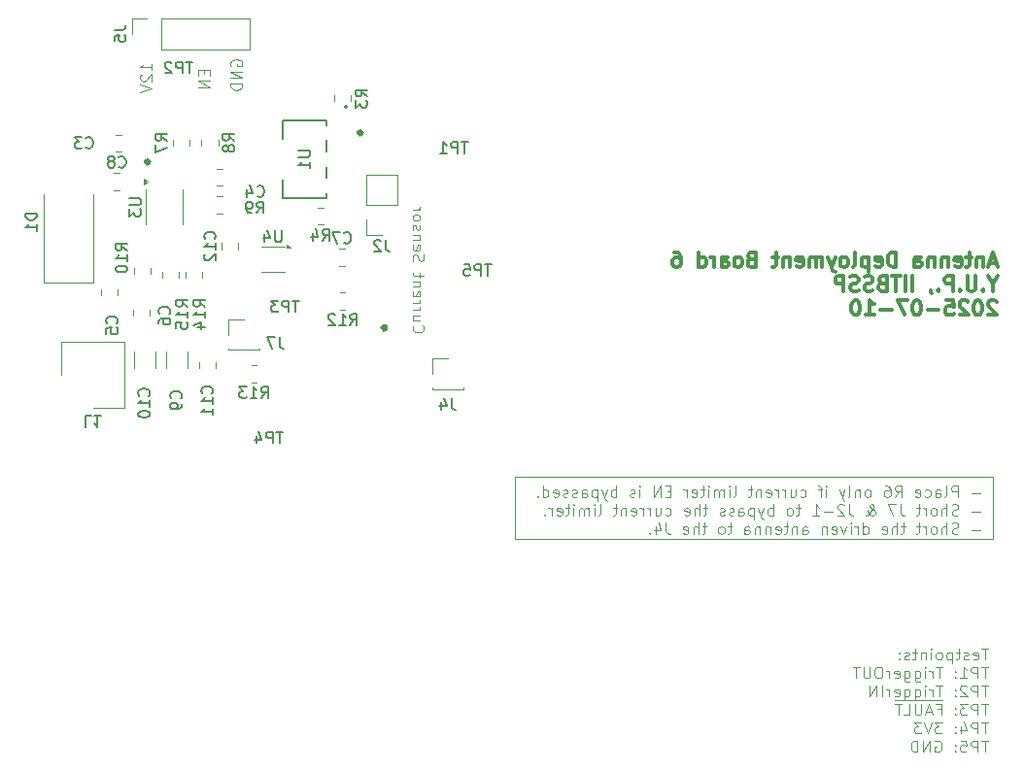
<source format=gbr>
%TF.GenerationSoftware,KiCad,Pcbnew,8.0.8+dfsg-1*%
%TF.CreationDate,2025-08-13T01:43:47+05:30*%
%TF.ProjectId,sanket,73616e6b-6574-42e6-9b69-6361645f7063,6*%
%TF.SameCoordinates,Original*%
%TF.FileFunction,Legend,Bot*%
%TF.FilePolarity,Positive*%
%FSLAX46Y46*%
G04 Gerber Fmt 4.6, Leading zero omitted, Abs format (unit mm)*
G04 Created by KiCad (PCBNEW 8.0.8+dfsg-1) date 2025-08-13 01:43:47*
%MOMM*%
%LPD*%
G01*
G04 APERTURE LIST*
%ADD10C,0.359004*%
%ADD11C,0.150000*%
%ADD12C,0.100000*%
%ADD13C,0.300000*%
%ADD14C,0.120000*%
%ADD15C,0.152400*%
G04 APERTURE END LIST*
D10*
X131773402Y-80003400D02*
G75*
G02*
X131414398Y-80003400I-179502J0D01*
G01*
X131414398Y-80003400D02*
G75*
G02*
X131773402Y-80003400I179502J0D01*
G01*
X111148602Y-65525400D02*
G75*
G02*
X110789598Y-65525400I-179502J0D01*
G01*
X110789598Y-65525400D02*
G75*
G02*
X111148602Y-65525400I179502J0D01*
G01*
X129690602Y-62985400D02*
G75*
G02*
X129331598Y-62985400I-179502J0D01*
G01*
X129331598Y-62985400D02*
G75*
G02*
X129690602Y-62985400I179502J0D01*
G01*
D11*
X140933004Y-74454419D02*
X140361576Y-74454419D01*
X140647290Y-75454419D02*
X140647290Y-74454419D01*
X140028242Y-75454419D02*
X140028242Y-74454419D01*
X140028242Y-74454419D02*
X139647290Y-74454419D01*
X139647290Y-74454419D02*
X139552052Y-74502038D01*
X139552052Y-74502038D02*
X139504433Y-74549657D01*
X139504433Y-74549657D02*
X139456814Y-74644895D01*
X139456814Y-74644895D02*
X139456814Y-74787752D01*
X139456814Y-74787752D02*
X139504433Y-74882990D01*
X139504433Y-74882990D02*
X139552052Y-74930609D01*
X139552052Y-74930609D02*
X139647290Y-74978228D01*
X139647290Y-74978228D02*
X140028242Y-74978228D01*
X138552052Y-74454419D02*
X139028242Y-74454419D01*
X139028242Y-74454419D02*
X139075861Y-74930609D01*
X139075861Y-74930609D02*
X139028242Y-74882990D01*
X139028242Y-74882990D02*
X138933004Y-74835371D01*
X138933004Y-74835371D02*
X138694909Y-74835371D01*
X138694909Y-74835371D02*
X138599671Y-74882990D01*
X138599671Y-74882990D02*
X138552052Y-74930609D01*
X138552052Y-74930609D02*
X138504433Y-75025847D01*
X138504433Y-75025847D02*
X138504433Y-75263942D01*
X138504433Y-75263942D02*
X138552052Y-75359180D01*
X138552052Y-75359180D02*
X138599671Y-75406800D01*
X138599671Y-75406800D02*
X138694909Y-75454419D01*
X138694909Y-75454419D02*
X138933004Y-75454419D01*
X138933004Y-75454419D02*
X139028242Y-75406800D01*
X139028242Y-75406800D02*
X139075861Y-75359180D01*
D12*
X134153519Y-79788487D02*
X134105900Y-79836106D01*
X134105900Y-79836106D02*
X134058280Y-79978963D01*
X134058280Y-79978963D02*
X134058280Y-80074201D01*
X134058280Y-80074201D02*
X134105900Y-80217058D01*
X134105900Y-80217058D02*
X134201138Y-80312296D01*
X134201138Y-80312296D02*
X134296376Y-80359915D01*
X134296376Y-80359915D02*
X134486852Y-80407534D01*
X134486852Y-80407534D02*
X134629709Y-80407534D01*
X134629709Y-80407534D02*
X134820185Y-80359915D01*
X134820185Y-80359915D02*
X134915423Y-80312296D01*
X134915423Y-80312296D02*
X135010661Y-80217058D01*
X135010661Y-80217058D02*
X135058280Y-80074201D01*
X135058280Y-80074201D02*
X135058280Y-79978963D01*
X135058280Y-79978963D02*
X135010661Y-79836106D01*
X135010661Y-79836106D02*
X134963042Y-79788487D01*
X134724947Y-78931344D02*
X134058280Y-78931344D01*
X134724947Y-79359915D02*
X134201138Y-79359915D01*
X134201138Y-79359915D02*
X134105900Y-79312296D01*
X134105900Y-79312296D02*
X134058280Y-79217058D01*
X134058280Y-79217058D02*
X134058280Y-79074201D01*
X134058280Y-79074201D02*
X134105900Y-78978963D01*
X134105900Y-78978963D02*
X134153519Y-78931344D01*
X134058280Y-78455153D02*
X134724947Y-78455153D01*
X134534471Y-78455153D02*
X134629709Y-78407534D01*
X134629709Y-78407534D02*
X134677328Y-78359915D01*
X134677328Y-78359915D02*
X134724947Y-78264677D01*
X134724947Y-78264677D02*
X134724947Y-78169439D01*
X134058280Y-77836105D02*
X134724947Y-77836105D01*
X134534471Y-77836105D02*
X134629709Y-77788486D01*
X134629709Y-77788486D02*
X134677328Y-77740867D01*
X134677328Y-77740867D02*
X134724947Y-77645629D01*
X134724947Y-77645629D02*
X134724947Y-77550391D01*
X134105900Y-76836105D02*
X134058280Y-76931343D01*
X134058280Y-76931343D02*
X134058280Y-77121819D01*
X134058280Y-77121819D02*
X134105900Y-77217057D01*
X134105900Y-77217057D02*
X134201138Y-77264676D01*
X134201138Y-77264676D02*
X134582090Y-77264676D01*
X134582090Y-77264676D02*
X134677328Y-77217057D01*
X134677328Y-77217057D02*
X134724947Y-77121819D01*
X134724947Y-77121819D02*
X134724947Y-76931343D01*
X134724947Y-76931343D02*
X134677328Y-76836105D01*
X134677328Y-76836105D02*
X134582090Y-76788486D01*
X134582090Y-76788486D02*
X134486852Y-76788486D01*
X134486852Y-76788486D02*
X134391614Y-77264676D01*
X134724947Y-76359914D02*
X134058280Y-76359914D01*
X134629709Y-76359914D02*
X134677328Y-76312295D01*
X134677328Y-76312295D02*
X134724947Y-76217057D01*
X134724947Y-76217057D02*
X134724947Y-76074200D01*
X134724947Y-76074200D02*
X134677328Y-75978962D01*
X134677328Y-75978962D02*
X134582090Y-75931343D01*
X134582090Y-75931343D02*
X134058280Y-75931343D01*
X134724947Y-75598009D02*
X134724947Y-75217057D01*
X135058280Y-75455152D02*
X134201138Y-75455152D01*
X134201138Y-75455152D02*
X134105900Y-75407533D01*
X134105900Y-75407533D02*
X134058280Y-75312295D01*
X134058280Y-75312295D02*
X134058280Y-75217057D01*
X134105900Y-74169437D02*
X134058280Y-74026580D01*
X134058280Y-74026580D02*
X134058280Y-73788485D01*
X134058280Y-73788485D02*
X134105900Y-73693247D01*
X134105900Y-73693247D02*
X134153519Y-73645628D01*
X134153519Y-73645628D02*
X134248757Y-73598009D01*
X134248757Y-73598009D02*
X134343995Y-73598009D01*
X134343995Y-73598009D02*
X134439233Y-73645628D01*
X134439233Y-73645628D02*
X134486852Y-73693247D01*
X134486852Y-73693247D02*
X134534471Y-73788485D01*
X134534471Y-73788485D02*
X134582090Y-73978961D01*
X134582090Y-73978961D02*
X134629709Y-74074199D01*
X134629709Y-74074199D02*
X134677328Y-74121818D01*
X134677328Y-74121818D02*
X134772566Y-74169437D01*
X134772566Y-74169437D02*
X134867804Y-74169437D01*
X134867804Y-74169437D02*
X134963042Y-74121818D01*
X134963042Y-74121818D02*
X135010661Y-74074199D01*
X135010661Y-74074199D02*
X135058280Y-73978961D01*
X135058280Y-73978961D02*
X135058280Y-73740866D01*
X135058280Y-73740866D02*
X135010661Y-73598009D01*
X134105900Y-72788485D02*
X134058280Y-72883723D01*
X134058280Y-72883723D02*
X134058280Y-73074199D01*
X134058280Y-73074199D02*
X134105900Y-73169437D01*
X134105900Y-73169437D02*
X134201138Y-73217056D01*
X134201138Y-73217056D02*
X134582090Y-73217056D01*
X134582090Y-73217056D02*
X134677328Y-73169437D01*
X134677328Y-73169437D02*
X134724947Y-73074199D01*
X134724947Y-73074199D02*
X134724947Y-72883723D01*
X134724947Y-72883723D02*
X134677328Y-72788485D01*
X134677328Y-72788485D02*
X134582090Y-72740866D01*
X134582090Y-72740866D02*
X134486852Y-72740866D01*
X134486852Y-72740866D02*
X134391614Y-73217056D01*
X134724947Y-72312294D02*
X134058280Y-72312294D01*
X134629709Y-72312294D02*
X134677328Y-72264675D01*
X134677328Y-72264675D02*
X134724947Y-72169437D01*
X134724947Y-72169437D02*
X134724947Y-72026580D01*
X134724947Y-72026580D02*
X134677328Y-71931342D01*
X134677328Y-71931342D02*
X134582090Y-71883723D01*
X134582090Y-71883723D02*
X134058280Y-71883723D01*
X134105900Y-71455151D02*
X134058280Y-71359913D01*
X134058280Y-71359913D02*
X134058280Y-71169437D01*
X134058280Y-71169437D02*
X134105900Y-71074199D01*
X134105900Y-71074199D02*
X134201138Y-71026580D01*
X134201138Y-71026580D02*
X134248757Y-71026580D01*
X134248757Y-71026580D02*
X134343995Y-71074199D01*
X134343995Y-71074199D02*
X134391614Y-71169437D01*
X134391614Y-71169437D02*
X134391614Y-71312294D01*
X134391614Y-71312294D02*
X134439233Y-71407532D01*
X134439233Y-71407532D02*
X134534471Y-71455151D01*
X134534471Y-71455151D02*
X134582090Y-71455151D01*
X134582090Y-71455151D02*
X134677328Y-71407532D01*
X134677328Y-71407532D02*
X134724947Y-71312294D01*
X134724947Y-71312294D02*
X134724947Y-71169437D01*
X134724947Y-71169437D02*
X134677328Y-71074199D01*
X134058280Y-70455151D02*
X134105900Y-70550389D01*
X134105900Y-70550389D02*
X134153519Y-70598008D01*
X134153519Y-70598008D02*
X134248757Y-70645627D01*
X134248757Y-70645627D02*
X134534471Y-70645627D01*
X134534471Y-70645627D02*
X134629709Y-70598008D01*
X134629709Y-70598008D02*
X134677328Y-70550389D01*
X134677328Y-70550389D02*
X134724947Y-70455151D01*
X134724947Y-70455151D02*
X134724947Y-70312294D01*
X134724947Y-70312294D02*
X134677328Y-70217056D01*
X134677328Y-70217056D02*
X134629709Y-70169437D01*
X134629709Y-70169437D02*
X134534471Y-70121818D01*
X134534471Y-70121818D02*
X134248757Y-70121818D01*
X134248757Y-70121818D02*
X134153519Y-70169437D01*
X134153519Y-70169437D02*
X134105900Y-70217056D01*
X134105900Y-70217056D02*
X134058280Y-70312294D01*
X134058280Y-70312294D02*
X134058280Y-70455151D01*
X134058280Y-69693246D02*
X134724947Y-69693246D01*
X134534471Y-69693246D02*
X134629709Y-69645627D01*
X134629709Y-69645627D02*
X134677328Y-69598008D01*
X134677328Y-69598008D02*
X134724947Y-69502770D01*
X134724947Y-69502770D02*
X134724947Y-69407532D01*
X115905709Y-57523484D02*
X115905709Y-57856817D01*
X116429519Y-57999674D02*
X116429519Y-57523484D01*
X116429519Y-57523484D02*
X115429519Y-57523484D01*
X115429519Y-57523484D02*
X115429519Y-57999674D01*
X116429519Y-58428246D02*
X115429519Y-58428246D01*
X115429519Y-58428246D02*
X116429519Y-58999674D01*
X116429519Y-58999674D02*
X115429519Y-58999674D01*
D11*
X124169004Y-77629419D02*
X123597576Y-77629419D01*
X123883290Y-78629419D02*
X123883290Y-77629419D01*
X123264242Y-78629419D02*
X123264242Y-77629419D01*
X123264242Y-77629419D02*
X122883290Y-77629419D01*
X122883290Y-77629419D02*
X122788052Y-77677038D01*
X122788052Y-77677038D02*
X122740433Y-77724657D01*
X122740433Y-77724657D02*
X122692814Y-77819895D01*
X122692814Y-77819895D02*
X122692814Y-77962752D01*
X122692814Y-77962752D02*
X122740433Y-78057990D01*
X122740433Y-78057990D02*
X122788052Y-78105609D01*
X122788052Y-78105609D02*
X122883290Y-78153228D01*
X122883290Y-78153228D02*
X123264242Y-78153228D01*
X122359480Y-77629419D02*
X121740433Y-77629419D01*
X121740433Y-77629419D02*
X122073766Y-78010371D01*
X122073766Y-78010371D02*
X121930909Y-78010371D01*
X121930909Y-78010371D02*
X121835671Y-78057990D01*
X121835671Y-78057990D02*
X121788052Y-78105609D01*
X121788052Y-78105609D02*
X121740433Y-78200847D01*
X121740433Y-78200847D02*
X121740433Y-78438942D01*
X121740433Y-78438942D02*
X121788052Y-78534180D01*
X121788052Y-78534180D02*
X121835671Y-78581800D01*
X121835671Y-78581800D02*
X121930909Y-78629419D01*
X121930909Y-78629419D02*
X122216623Y-78629419D01*
X122216623Y-78629419D02*
X122311861Y-78581800D01*
X122311861Y-78581800D02*
X122359480Y-78534180D01*
X114898004Y-56801419D02*
X114326576Y-56801419D01*
X114612290Y-57801419D02*
X114612290Y-56801419D01*
X113993242Y-57801419D02*
X113993242Y-56801419D01*
X113993242Y-56801419D02*
X113612290Y-56801419D01*
X113612290Y-56801419D02*
X113517052Y-56849038D01*
X113517052Y-56849038D02*
X113469433Y-56896657D01*
X113469433Y-56896657D02*
X113421814Y-56991895D01*
X113421814Y-56991895D02*
X113421814Y-57134752D01*
X113421814Y-57134752D02*
X113469433Y-57229990D01*
X113469433Y-57229990D02*
X113517052Y-57277609D01*
X113517052Y-57277609D02*
X113612290Y-57325228D01*
X113612290Y-57325228D02*
X113993242Y-57325228D01*
X113040861Y-56896657D02*
X112993242Y-56849038D01*
X112993242Y-56849038D02*
X112898004Y-56801419D01*
X112898004Y-56801419D02*
X112659909Y-56801419D01*
X112659909Y-56801419D02*
X112564671Y-56849038D01*
X112564671Y-56849038D02*
X112517052Y-56896657D01*
X112517052Y-56896657D02*
X112469433Y-56991895D01*
X112469433Y-56991895D02*
X112469433Y-57087133D01*
X112469433Y-57087133D02*
X112517052Y-57229990D01*
X112517052Y-57229990D02*
X113088480Y-57801419D01*
X113088480Y-57801419D02*
X112469433Y-57801419D01*
X122772004Y-89059419D02*
X122200576Y-89059419D01*
X122486290Y-90059419D02*
X122486290Y-89059419D01*
X121867242Y-90059419D02*
X121867242Y-89059419D01*
X121867242Y-89059419D02*
X121486290Y-89059419D01*
X121486290Y-89059419D02*
X121391052Y-89107038D01*
X121391052Y-89107038D02*
X121343433Y-89154657D01*
X121343433Y-89154657D02*
X121295814Y-89249895D01*
X121295814Y-89249895D02*
X121295814Y-89392752D01*
X121295814Y-89392752D02*
X121343433Y-89487990D01*
X121343433Y-89487990D02*
X121391052Y-89535609D01*
X121391052Y-89535609D02*
X121486290Y-89583228D01*
X121486290Y-89583228D02*
X121867242Y-89583228D01*
X120438671Y-89392752D02*
X120438671Y-90059419D01*
X120676766Y-89011800D02*
X120914861Y-89726085D01*
X120914861Y-89726085D02*
X120295814Y-89726085D01*
D13*
X184946112Y-74323476D02*
X184327065Y-74323476D01*
X185069922Y-74694904D02*
X184636589Y-73394904D01*
X184636589Y-73394904D02*
X184203255Y-74694904D01*
X183769922Y-73828238D02*
X183769922Y-74694904D01*
X183769922Y-73952047D02*
X183708017Y-73890142D01*
X183708017Y-73890142D02*
X183584207Y-73828238D01*
X183584207Y-73828238D02*
X183398493Y-73828238D01*
X183398493Y-73828238D02*
X183274684Y-73890142D01*
X183274684Y-73890142D02*
X183212779Y-74013952D01*
X183212779Y-74013952D02*
X183212779Y-74694904D01*
X182779446Y-73828238D02*
X182284208Y-73828238D01*
X182593732Y-73394904D02*
X182593732Y-74509190D01*
X182593732Y-74509190D02*
X182531827Y-74633000D01*
X182531827Y-74633000D02*
X182408017Y-74694904D01*
X182408017Y-74694904D02*
X182284208Y-74694904D01*
X181355637Y-74633000D02*
X181479446Y-74694904D01*
X181479446Y-74694904D02*
X181727065Y-74694904D01*
X181727065Y-74694904D02*
X181850875Y-74633000D01*
X181850875Y-74633000D02*
X181912779Y-74509190D01*
X181912779Y-74509190D02*
X181912779Y-74013952D01*
X181912779Y-74013952D02*
X181850875Y-73890142D01*
X181850875Y-73890142D02*
X181727065Y-73828238D01*
X181727065Y-73828238D02*
X181479446Y-73828238D01*
X181479446Y-73828238D02*
X181355637Y-73890142D01*
X181355637Y-73890142D02*
X181293732Y-74013952D01*
X181293732Y-74013952D02*
X181293732Y-74137761D01*
X181293732Y-74137761D02*
X181912779Y-74261571D01*
X180736589Y-73828238D02*
X180736589Y-74694904D01*
X180736589Y-73952047D02*
X180674684Y-73890142D01*
X180674684Y-73890142D02*
X180550874Y-73828238D01*
X180550874Y-73828238D02*
X180365160Y-73828238D01*
X180365160Y-73828238D02*
X180241351Y-73890142D01*
X180241351Y-73890142D02*
X180179446Y-74013952D01*
X180179446Y-74013952D02*
X180179446Y-74694904D01*
X179560399Y-73828238D02*
X179560399Y-74694904D01*
X179560399Y-73952047D02*
X179498494Y-73890142D01*
X179498494Y-73890142D02*
X179374684Y-73828238D01*
X179374684Y-73828238D02*
X179188970Y-73828238D01*
X179188970Y-73828238D02*
X179065161Y-73890142D01*
X179065161Y-73890142D02*
X179003256Y-74013952D01*
X179003256Y-74013952D02*
X179003256Y-74694904D01*
X177827066Y-74694904D02*
X177827066Y-74013952D01*
X177827066Y-74013952D02*
X177888971Y-73890142D01*
X177888971Y-73890142D02*
X178012780Y-73828238D01*
X178012780Y-73828238D02*
X178260399Y-73828238D01*
X178260399Y-73828238D02*
X178384209Y-73890142D01*
X177827066Y-74633000D02*
X177950875Y-74694904D01*
X177950875Y-74694904D02*
X178260399Y-74694904D01*
X178260399Y-74694904D02*
X178384209Y-74633000D01*
X178384209Y-74633000D02*
X178446113Y-74509190D01*
X178446113Y-74509190D02*
X178446113Y-74385380D01*
X178446113Y-74385380D02*
X178384209Y-74261571D01*
X178384209Y-74261571D02*
X178260399Y-74199666D01*
X178260399Y-74199666D02*
X177950875Y-74199666D01*
X177950875Y-74199666D02*
X177827066Y-74137761D01*
X176217543Y-74694904D02*
X176217543Y-73394904D01*
X176217543Y-73394904D02*
X175908019Y-73394904D01*
X175908019Y-73394904D02*
X175722305Y-73456809D01*
X175722305Y-73456809D02*
X175598495Y-73580619D01*
X175598495Y-73580619D02*
X175536590Y-73704428D01*
X175536590Y-73704428D02*
X175474686Y-73952047D01*
X175474686Y-73952047D02*
X175474686Y-74137761D01*
X175474686Y-74137761D02*
X175536590Y-74385380D01*
X175536590Y-74385380D02*
X175598495Y-74509190D01*
X175598495Y-74509190D02*
X175722305Y-74633000D01*
X175722305Y-74633000D02*
X175908019Y-74694904D01*
X175908019Y-74694904D02*
X176217543Y-74694904D01*
X174422305Y-74633000D02*
X174546114Y-74694904D01*
X174546114Y-74694904D02*
X174793733Y-74694904D01*
X174793733Y-74694904D02*
X174917543Y-74633000D01*
X174917543Y-74633000D02*
X174979447Y-74509190D01*
X174979447Y-74509190D02*
X174979447Y-74013952D01*
X174979447Y-74013952D02*
X174917543Y-73890142D01*
X174917543Y-73890142D02*
X174793733Y-73828238D01*
X174793733Y-73828238D02*
X174546114Y-73828238D01*
X174546114Y-73828238D02*
X174422305Y-73890142D01*
X174422305Y-73890142D02*
X174360400Y-74013952D01*
X174360400Y-74013952D02*
X174360400Y-74137761D01*
X174360400Y-74137761D02*
X174979447Y-74261571D01*
X173803257Y-73828238D02*
X173803257Y-75128238D01*
X173803257Y-73890142D02*
X173679447Y-73828238D01*
X173679447Y-73828238D02*
X173431828Y-73828238D01*
X173431828Y-73828238D02*
X173308019Y-73890142D01*
X173308019Y-73890142D02*
X173246114Y-73952047D01*
X173246114Y-73952047D02*
X173184209Y-74075857D01*
X173184209Y-74075857D02*
X173184209Y-74447285D01*
X173184209Y-74447285D02*
X173246114Y-74571095D01*
X173246114Y-74571095D02*
X173308019Y-74633000D01*
X173308019Y-74633000D02*
X173431828Y-74694904D01*
X173431828Y-74694904D02*
X173679447Y-74694904D01*
X173679447Y-74694904D02*
X173803257Y-74633000D01*
X172441352Y-74694904D02*
X172565162Y-74633000D01*
X172565162Y-74633000D02*
X172627067Y-74509190D01*
X172627067Y-74509190D02*
X172627067Y-73394904D01*
X171760400Y-74694904D02*
X171884210Y-74633000D01*
X171884210Y-74633000D02*
X171946115Y-74571095D01*
X171946115Y-74571095D02*
X172008019Y-74447285D01*
X172008019Y-74447285D02*
X172008019Y-74075857D01*
X172008019Y-74075857D02*
X171946115Y-73952047D01*
X171946115Y-73952047D02*
X171884210Y-73890142D01*
X171884210Y-73890142D02*
X171760400Y-73828238D01*
X171760400Y-73828238D02*
X171574686Y-73828238D01*
X171574686Y-73828238D02*
X171450877Y-73890142D01*
X171450877Y-73890142D02*
X171388972Y-73952047D01*
X171388972Y-73952047D02*
X171327067Y-74075857D01*
X171327067Y-74075857D02*
X171327067Y-74447285D01*
X171327067Y-74447285D02*
X171388972Y-74571095D01*
X171388972Y-74571095D02*
X171450877Y-74633000D01*
X171450877Y-74633000D02*
X171574686Y-74694904D01*
X171574686Y-74694904D02*
X171760400Y-74694904D01*
X170893734Y-73828238D02*
X170584210Y-74694904D01*
X170274687Y-73828238D02*
X170584210Y-74694904D01*
X170584210Y-74694904D02*
X170708020Y-75004428D01*
X170708020Y-75004428D02*
X170769925Y-75066333D01*
X170769925Y-75066333D02*
X170893734Y-75128238D01*
X169779449Y-74694904D02*
X169779449Y-73828238D01*
X169779449Y-73952047D02*
X169717544Y-73890142D01*
X169717544Y-73890142D02*
X169593734Y-73828238D01*
X169593734Y-73828238D02*
X169408020Y-73828238D01*
X169408020Y-73828238D02*
X169284211Y-73890142D01*
X169284211Y-73890142D02*
X169222306Y-74013952D01*
X169222306Y-74013952D02*
X169222306Y-74694904D01*
X169222306Y-74013952D02*
X169160401Y-73890142D01*
X169160401Y-73890142D02*
X169036592Y-73828238D01*
X169036592Y-73828238D02*
X168850877Y-73828238D01*
X168850877Y-73828238D02*
X168727068Y-73890142D01*
X168727068Y-73890142D02*
X168665163Y-74013952D01*
X168665163Y-74013952D02*
X168665163Y-74694904D01*
X167550878Y-74633000D02*
X167674687Y-74694904D01*
X167674687Y-74694904D02*
X167922306Y-74694904D01*
X167922306Y-74694904D02*
X168046116Y-74633000D01*
X168046116Y-74633000D02*
X168108020Y-74509190D01*
X168108020Y-74509190D02*
X168108020Y-74013952D01*
X168108020Y-74013952D02*
X168046116Y-73890142D01*
X168046116Y-73890142D02*
X167922306Y-73828238D01*
X167922306Y-73828238D02*
X167674687Y-73828238D01*
X167674687Y-73828238D02*
X167550878Y-73890142D01*
X167550878Y-73890142D02*
X167488973Y-74013952D01*
X167488973Y-74013952D02*
X167488973Y-74137761D01*
X167488973Y-74137761D02*
X168108020Y-74261571D01*
X166931830Y-73828238D02*
X166931830Y-74694904D01*
X166931830Y-73952047D02*
X166869925Y-73890142D01*
X166869925Y-73890142D02*
X166746115Y-73828238D01*
X166746115Y-73828238D02*
X166560401Y-73828238D01*
X166560401Y-73828238D02*
X166436592Y-73890142D01*
X166436592Y-73890142D02*
X166374687Y-74013952D01*
X166374687Y-74013952D02*
X166374687Y-74694904D01*
X165941354Y-73828238D02*
X165446116Y-73828238D01*
X165755640Y-73394904D02*
X165755640Y-74509190D01*
X165755640Y-74509190D02*
X165693735Y-74633000D01*
X165693735Y-74633000D02*
X165569925Y-74694904D01*
X165569925Y-74694904D02*
X165446116Y-74694904D01*
X163588973Y-74013952D02*
X163403259Y-74075857D01*
X163403259Y-74075857D02*
X163341354Y-74137761D01*
X163341354Y-74137761D02*
X163279450Y-74261571D01*
X163279450Y-74261571D02*
X163279450Y-74447285D01*
X163279450Y-74447285D02*
X163341354Y-74571095D01*
X163341354Y-74571095D02*
X163403259Y-74633000D01*
X163403259Y-74633000D02*
X163527069Y-74694904D01*
X163527069Y-74694904D02*
X164022307Y-74694904D01*
X164022307Y-74694904D02*
X164022307Y-73394904D01*
X164022307Y-73394904D02*
X163588973Y-73394904D01*
X163588973Y-73394904D02*
X163465164Y-73456809D01*
X163465164Y-73456809D02*
X163403259Y-73518714D01*
X163403259Y-73518714D02*
X163341354Y-73642523D01*
X163341354Y-73642523D02*
X163341354Y-73766333D01*
X163341354Y-73766333D02*
X163403259Y-73890142D01*
X163403259Y-73890142D02*
X163465164Y-73952047D01*
X163465164Y-73952047D02*
X163588973Y-74013952D01*
X163588973Y-74013952D02*
X164022307Y-74013952D01*
X162536592Y-74694904D02*
X162660402Y-74633000D01*
X162660402Y-74633000D02*
X162722307Y-74571095D01*
X162722307Y-74571095D02*
X162784211Y-74447285D01*
X162784211Y-74447285D02*
X162784211Y-74075857D01*
X162784211Y-74075857D02*
X162722307Y-73952047D01*
X162722307Y-73952047D02*
X162660402Y-73890142D01*
X162660402Y-73890142D02*
X162536592Y-73828238D01*
X162536592Y-73828238D02*
X162350878Y-73828238D01*
X162350878Y-73828238D02*
X162227069Y-73890142D01*
X162227069Y-73890142D02*
X162165164Y-73952047D01*
X162165164Y-73952047D02*
X162103259Y-74075857D01*
X162103259Y-74075857D02*
X162103259Y-74447285D01*
X162103259Y-74447285D02*
X162165164Y-74571095D01*
X162165164Y-74571095D02*
X162227069Y-74633000D01*
X162227069Y-74633000D02*
X162350878Y-74694904D01*
X162350878Y-74694904D02*
X162536592Y-74694904D01*
X160988974Y-74694904D02*
X160988974Y-74013952D01*
X160988974Y-74013952D02*
X161050879Y-73890142D01*
X161050879Y-73890142D02*
X161174688Y-73828238D01*
X161174688Y-73828238D02*
X161422307Y-73828238D01*
X161422307Y-73828238D02*
X161546117Y-73890142D01*
X160988974Y-74633000D02*
X161112783Y-74694904D01*
X161112783Y-74694904D02*
X161422307Y-74694904D01*
X161422307Y-74694904D02*
X161546117Y-74633000D01*
X161546117Y-74633000D02*
X161608021Y-74509190D01*
X161608021Y-74509190D02*
X161608021Y-74385380D01*
X161608021Y-74385380D02*
X161546117Y-74261571D01*
X161546117Y-74261571D02*
X161422307Y-74199666D01*
X161422307Y-74199666D02*
X161112783Y-74199666D01*
X161112783Y-74199666D02*
X160988974Y-74137761D01*
X160369927Y-74694904D02*
X160369927Y-73828238D01*
X160369927Y-74075857D02*
X160308022Y-73952047D01*
X160308022Y-73952047D02*
X160246117Y-73890142D01*
X160246117Y-73890142D02*
X160122308Y-73828238D01*
X160122308Y-73828238D02*
X159998498Y-73828238D01*
X159008022Y-74694904D02*
X159008022Y-73394904D01*
X159008022Y-74633000D02*
X159131831Y-74694904D01*
X159131831Y-74694904D02*
X159379450Y-74694904D01*
X159379450Y-74694904D02*
X159503260Y-74633000D01*
X159503260Y-74633000D02*
X159565165Y-74571095D01*
X159565165Y-74571095D02*
X159627069Y-74447285D01*
X159627069Y-74447285D02*
X159627069Y-74075857D01*
X159627069Y-74075857D02*
X159565165Y-73952047D01*
X159565165Y-73952047D02*
X159503260Y-73890142D01*
X159503260Y-73890142D02*
X159379450Y-73828238D01*
X159379450Y-73828238D02*
X159131831Y-73828238D01*
X159131831Y-73828238D02*
X159008022Y-73890142D01*
X156841356Y-73394904D02*
X157088975Y-73394904D01*
X157088975Y-73394904D02*
X157212784Y-73456809D01*
X157212784Y-73456809D02*
X157274689Y-73518714D01*
X157274689Y-73518714D02*
X157398499Y-73704428D01*
X157398499Y-73704428D02*
X157460403Y-73952047D01*
X157460403Y-73952047D02*
X157460403Y-74447285D01*
X157460403Y-74447285D02*
X157398499Y-74571095D01*
X157398499Y-74571095D02*
X157336594Y-74633000D01*
X157336594Y-74633000D02*
X157212784Y-74694904D01*
X157212784Y-74694904D02*
X156965165Y-74694904D01*
X156965165Y-74694904D02*
X156841356Y-74633000D01*
X156841356Y-74633000D02*
X156779451Y-74571095D01*
X156779451Y-74571095D02*
X156717546Y-74447285D01*
X156717546Y-74447285D02*
X156717546Y-74137761D01*
X156717546Y-74137761D02*
X156779451Y-74013952D01*
X156779451Y-74013952D02*
X156841356Y-73952047D01*
X156841356Y-73952047D02*
X156965165Y-73890142D01*
X156965165Y-73890142D02*
X157212784Y-73890142D01*
X157212784Y-73890142D02*
X157336594Y-73952047D01*
X157336594Y-73952047D02*
X157398499Y-74013952D01*
X157398499Y-74013952D02*
X157460403Y-74137761D01*
X184636589Y-76168784D02*
X184636589Y-76787831D01*
X185069922Y-75487831D02*
X184636589Y-76168784D01*
X184636589Y-76168784D02*
X184203255Y-75487831D01*
X183769922Y-76664022D02*
X183708017Y-76725927D01*
X183708017Y-76725927D02*
X183769922Y-76787831D01*
X183769922Y-76787831D02*
X183831826Y-76725927D01*
X183831826Y-76725927D02*
X183769922Y-76664022D01*
X183769922Y-76664022D02*
X183769922Y-76787831D01*
X183150874Y-75487831D02*
X183150874Y-76540212D01*
X183150874Y-76540212D02*
X183088969Y-76664022D01*
X183088969Y-76664022D02*
X183027064Y-76725927D01*
X183027064Y-76725927D02*
X182903255Y-76787831D01*
X182903255Y-76787831D02*
X182655636Y-76787831D01*
X182655636Y-76787831D02*
X182531826Y-76725927D01*
X182531826Y-76725927D02*
X182469921Y-76664022D01*
X182469921Y-76664022D02*
X182408017Y-76540212D01*
X182408017Y-76540212D02*
X182408017Y-75487831D01*
X181788969Y-76664022D02*
X181727064Y-76725927D01*
X181727064Y-76725927D02*
X181788969Y-76787831D01*
X181788969Y-76787831D02*
X181850873Y-76725927D01*
X181850873Y-76725927D02*
X181788969Y-76664022D01*
X181788969Y-76664022D02*
X181788969Y-76787831D01*
X181169921Y-76787831D02*
X181169921Y-75487831D01*
X181169921Y-75487831D02*
X180674683Y-75487831D01*
X180674683Y-75487831D02*
X180550873Y-75549736D01*
X180550873Y-75549736D02*
X180488968Y-75611641D01*
X180488968Y-75611641D02*
X180427064Y-75735450D01*
X180427064Y-75735450D02*
X180427064Y-75921165D01*
X180427064Y-75921165D02*
X180488968Y-76044974D01*
X180488968Y-76044974D02*
X180550873Y-76106879D01*
X180550873Y-76106879D02*
X180674683Y-76168784D01*
X180674683Y-76168784D02*
X181169921Y-76168784D01*
X179869921Y-76664022D02*
X179808016Y-76725927D01*
X179808016Y-76725927D02*
X179869921Y-76787831D01*
X179869921Y-76787831D02*
X179931825Y-76725927D01*
X179931825Y-76725927D02*
X179869921Y-76664022D01*
X179869921Y-76664022D02*
X179869921Y-76787831D01*
X179188968Y-76725927D02*
X179188968Y-76787831D01*
X179188968Y-76787831D02*
X179250873Y-76911641D01*
X179250873Y-76911641D02*
X179312777Y-76973546D01*
X177641349Y-76787831D02*
X177641349Y-75487831D01*
X177022301Y-76787831D02*
X177022301Y-75487831D01*
X176588967Y-75487831D02*
X175846110Y-75487831D01*
X176217538Y-76787831D02*
X176217538Y-75487831D01*
X174979443Y-76106879D02*
X174793729Y-76168784D01*
X174793729Y-76168784D02*
X174731824Y-76230688D01*
X174731824Y-76230688D02*
X174669920Y-76354498D01*
X174669920Y-76354498D02*
X174669920Y-76540212D01*
X174669920Y-76540212D02*
X174731824Y-76664022D01*
X174731824Y-76664022D02*
X174793729Y-76725927D01*
X174793729Y-76725927D02*
X174917539Y-76787831D01*
X174917539Y-76787831D02*
X175412777Y-76787831D01*
X175412777Y-76787831D02*
X175412777Y-75487831D01*
X175412777Y-75487831D02*
X174979443Y-75487831D01*
X174979443Y-75487831D02*
X174855634Y-75549736D01*
X174855634Y-75549736D02*
X174793729Y-75611641D01*
X174793729Y-75611641D02*
X174731824Y-75735450D01*
X174731824Y-75735450D02*
X174731824Y-75859260D01*
X174731824Y-75859260D02*
X174793729Y-75983069D01*
X174793729Y-75983069D02*
X174855634Y-76044974D01*
X174855634Y-76044974D02*
X174979443Y-76106879D01*
X174979443Y-76106879D02*
X175412777Y-76106879D01*
X174174681Y-76725927D02*
X173988967Y-76787831D01*
X173988967Y-76787831D02*
X173679443Y-76787831D01*
X173679443Y-76787831D02*
X173555634Y-76725927D01*
X173555634Y-76725927D02*
X173493729Y-76664022D01*
X173493729Y-76664022D02*
X173431824Y-76540212D01*
X173431824Y-76540212D02*
X173431824Y-76416403D01*
X173431824Y-76416403D02*
X173493729Y-76292593D01*
X173493729Y-76292593D02*
X173555634Y-76230688D01*
X173555634Y-76230688D02*
X173679443Y-76168784D01*
X173679443Y-76168784D02*
X173927062Y-76106879D01*
X173927062Y-76106879D02*
X174050872Y-76044974D01*
X174050872Y-76044974D02*
X174112777Y-75983069D01*
X174112777Y-75983069D02*
X174174681Y-75859260D01*
X174174681Y-75859260D02*
X174174681Y-75735450D01*
X174174681Y-75735450D02*
X174112777Y-75611641D01*
X174112777Y-75611641D02*
X174050872Y-75549736D01*
X174050872Y-75549736D02*
X173927062Y-75487831D01*
X173927062Y-75487831D02*
X173617539Y-75487831D01*
X173617539Y-75487831D02*
X173431824Y-75549736D01*
X172936586Y-76725927D02*
X172750872Y-76787831D01*
X172750872Y-76787831D02*
X172441348Y-76787831D01*
X172441348Y-76787831D02*
X172317539Y-76725927D01*
X172317539Y-76725927D02*
X172255634Y-76664022D01*
X172255634Y-76664022D02*
X172193729Y-76540212D01*
X172193729Y-76540212D02*
X172193729Y-76416403D01*
X172193729Y-76416403D02*
X172255634Y-76292593D01*
X172255634Y-76292593D02*
X172317539Y-76230688D01*
X172317539Y-76230688D02*
X172441348Y-76168784D01*
X172441348Y-76168784D02*
X172688967Y-76106879D01*
X172688967Y-76106879D02*
X172812777Y-76044974D01*
X172812777Y-76044974D02*
X172874682Y-75983069D01*
X172874682Y-75983069D02*
X172936586Y-75859260D01*
X172936586Y-75859260D02*
X172936586Y-75735450D01*
X172936586Y-75735450D02*
X172874682Y-75611641D01*
X172874682Y-75611641D02*
X172812777Y-75549736D01*
X172812777Y-75549736D02*
X172688967Y-75487831D01*
X172688967Y-75487831D02*
X172379444Y-75487831D01*
X172379444Y-75487831D02*
X172193729Y-75549736D01*
X171636587Y-76787831D02*
X171636587Y-75487831D01*
X171636587Y-75487831D02*
X171141349Y-75487831D01*
X171141349Y-75487831D02*
X171017539Y-75549736D01*
X171017539Y-75549736D02*
X170955634Y-75611641D01*
X170955634Y-75611641D02*
X170893730Y-75735450D01*
X170893730Y-75735450D02*
X170893730Y-75921165D01*
X170893730Y-75921165D02*
X170955634Y-76044974D01*
X170955634Y-76044974D02*
X171017539Y-76106879D01*
X171017539Y-76106879D02*
X171141349Y-76168784D01*
X171141349Y-76168784D02*
X171636587Y-76168784D01*
X184946112Y-77704568D02*
X184884208Y-77642663D01*
X184884208Y-77642663D02*
X184760398Y-77580758D01*
X184760398Y-77580758D02*
X184450874Y-77580758D01*
X184450874Y-77580758D02*
X184327065Y-77642663D01*
X184327065Y-77642663D02*
X184265160Y-77704568D01*
X184265160Y-77704568D02*
X184203255Y-77828377D01*
X184203255Y-77828377D02*
X184203255Y-77952187D01*
X184203255Y-77952187D02*
X184265160Y-78137901D01*
X184265160Y-78137901D02*
X185008017Y-78880758D01*
X185008017Y-78880758D02*
X184203255Y-78880758D01*
X183398494Y-77580758D02*
X183274684Y-77580758D01*
X183274684Y-77580758D02*
X183150875Y-77642663D01*
X183150875Y-77642663D02*
X183088970Y-77704568D01*
X183088970Y-77704568D02*
X183027065Y-77828377D01*
X183027065Y-77828377D02*
X182965160Y-78075996D01*
X182965160Y-78075996D02*
X182965160Y-78385520D01*
X182965160Y-78385520D02*
X183027065Y-78633139D01*
X183027065Y-78633139D02*
X183088970Y-78756949D01*
X183088970Y-78756949D02*
X183150875Y-78818854D01*
X183150875Y-78818854D02*
X183274684Y-78880758D01*
X183274684Y-78880758D02*
X183398494Y-78880758D01*
X183398494Y-78880758D02*
X183522303Y-78818854D01*
X183522303Y-78818854D02*
X183584208Y-78756949D01*
X183584208Y-78756949D02*
X183646113Y-78633139D01*
X183646113Y-78633139D02*
X183708017Y-78385520D01*
X183708017Y-78385520D02*
X183708017Y-78075996D01*
X183708017Y-78075996D02*
X183646113Y-77828377D01*
X183646113Y-77828377D02*
X183584208Y-77704568D01*
X183584208Y-77704568D02*
X183522303Y-77642663D01*
X183522303Y-77642663D02*
X183398494Y-77580758D01*
X182469922Y-77704568D02*
X182408018Y-77642663D01*
X182408018Y-77642663D02*
X182284208Y-77580758D01*
X182284208Y-77580758D02*
X181974684Y-77580758D01*
X181974684Y-77580758D02*
X181850875Y-77642663D01*
X181850875Y-77642663D02*
X181788970Y-77704568D01*
X181788970Y-77704568D02*
X181727065Y-77828377D01*
X181727065Y-77828377D02*
X181727065Y-77952187D01*
X181727065Y-77952187D02*
X181788970Y-78137901D01*
X181788970Y-78137901D02*
X182531827Y-78880758D01*
X182531827Y-78880758D02*
X181727065Y-78880758D01*
X180550875Y-77580758D02*
X181169923Y-77580758D01*
X181169923Y-77580758D02*
X181231827Y-78199806D01*
X181231827Y-78199806D02*
X181169923Y-78137901D01*
X181169923Y-78137901D02*
X181046113Y-78075996D01*
X181046113Y-78075996D02*
X180736589Y-78075996D01*
X180736589Y-78075996D02*
X180612780Y-78137901D01*
X180612780Y-78137901D02*
X180550875Y-78199806D01*
X180550875Y-78199806D02*
X180488970Y-78323615D01*
X180488970Y-78323615D02*
X180488970Y-78633139D01*
X180488970Y-78633139D02*
X180550875Y-78756949D01*
X180550875Y-78756949D02*
X180612780Y-78818854D01*
X180612780Y-78818854D02*
X180736589Y-78880758D01*
X180736589Y-78880758D02*
X181046113Y-78880758D01*
X181046113Y-78880758D02*
X181169923Y-78818854D01*
X181169923Y-78818854D02*
X181231827Y-78756949D01*
X179931828Y-78385520D02*
X178941352Y-78385520D01*
X178074685Y-77580758D02*
X177950875Y-77580758D01*
X177950875Y-77580758D02*
X177827066Y-77642663D01*
X177827066Y-77642663D02*
X177765161Y-77704568D01*
X177765161Y-77704568D02*
X177703256Y-77828377D01*
X177703256Y-77828377D02*
X177641351Y-78075996D01*
X177641351Y-78075996D02*
X177641351Y-78385520D01*
X177641351Y-78385520D02*
X177703256Y-78633139D01*
X177703256Y-78633139D02*
X177765161Y-78756949D01*
X177765161Y-78756949D02*
X177827066Y-78818854D01*
X177827066Y-78818854D02*
X177950875Y-78880758D01*
X177950875Y-78880758D02*
X178074685Y-78880758D01*
X178074685Y-78880758D02*
X178198494Y-78818854D01*
X178198494Y-78818854D02*
X178260399Y-78756949D01*
X178260399Y-78756949D02*
X178322304Y-78633139D01*
X178322304Y-78633139D02*
X178384208Y-78385520D01*
X178384208Y-78385520D02*
X178384208Y-78075996D01*
X178384208Y-78075996D02*
X178322304Y-77828377D01*
X178322304Y-77828377D02*
X178260399Y-77704568D01*
X178260399Y-77704568D02*
X178198494Y-77642663D01*
X178198494Y-77642663D02*
X178074685Y-77580758D01*
X177208018Y-77580758D02*
X176341352Y-77580758D01*
X176341352Y-77580758D02*
X176898494Y-78880758D01*
X175846114Y-78385520D02*
X174855638Y-78385520D01*
X173555637Y-78880758D02*
X174298494Y-78880758D01*
X173927066Y-78880758D02*
X173927066Y-77580758D01*
X173927066Y-77580758D02*
X174050875Y-77766473D01*
X174050875Y-77766473D02*
X174174685Y-77890282D01*
X174174685Y-77890282D02*
X174298494Y-77952187D01*
X172750876Y-77580758D02*
X172627066Y-77580758D01*
X172627066Y-77580758D02*
X172503257Y-77642663D01*
X172503257Y-77642663D02*
X172441352Y-77704568D01*
X172441352Y-77704568D02*
X172379447Y-77828377D01*
X172379447Y-77828377D02*
X172317542Y-78075996D01*
X172317542Y-78075996D02*
X172317542Y-78385520D01*
X172317542Y-78385520D02*
X172379447Y-78633139D01*
X172379447Y-78633139D02*
X172441352Y-78756949D01*
X172441352Y-78756949D02*
X172503257Y-78818854D01*
X172503257Y-78818854D02*
X172627066Y-78880758D01*
X172627066Y-78880758D02*
X172750876Y-78880758D01*
X172750876Y-78880758D02*
X172874685Y-78818854D01*
X172874685Y-78818854D02*
X172936590Y-78756949D01*
X172936590Y-78756949D02*
X172998495Y-78633139D01*
X172998495Y-78633139D02*
X173060399Y-78385520D01*
X173060399Y-78385520D02*
X173060399Y-78075996D01*
X173060399Y-78075996D02*
X172998495Y-77828377D01*
X172998495Y-77828377D02*
X172936590Y-77704568D01*
X172936590Y-77704568D02*
X172874685Y-77642663D01*
X172874685Y-77642663D02*
X172750876Y-77580758D01*
D11*
X138901004Y-63786419D02*
X138329576Y-63786419D01*
X138615290Y-64786419D02*
X138615290Y-63786419D01*
X137996242Y-64786419D02*
X137996242Y-63786419D01*
X137996242Y-63786419D02*
X137615290Y-63786419D01*
X137615290Y-63786419D02*
X137520052Y-63834038D01*
X137520052Y-63834038D02*
X137472433Y-63881657D01*
X137472433Y-63881657D02*
X137424814Y-63976895D01*
X137424814Y-63976895D02*
X137424814Y-64119752D01*
X137424814Y-64119752D02*
X137472433Y-64214990D01*
X137472433Y-64214990D02*
X137520052Y-64262609D01*
X137520052Y-64262609D02*
X137615290Y-64310228D01*
X137615290Y-64310228D02*
X137996242Y-64310228D01*
X136472433Y-64786419D02*
X137043861Y-64786419D01*
X136758147Y-64786419D02*
X136758147Y-63786419D01*
X136758147Y-63786419D02*
X136853385Y-63929276D01*
X136853385Y-63929276D02*
X136948623Y-64024514D01*
X136948623Y-64024514D02*
X137043861Y-64072133D01*
D12*
X184214072Y-107935019D02*
X183642644Y-107935019D01*
X183928358Y-108935019D02*
X183928358Y-107935019D01*
X182928358Y-108887400D02*
X183023596Y-108935019D01*
X183023596Y-108935019D02*
X183214072Y-108935019D01*
X183214072Y-108935019D02*
X183309310Y-108887400D01*
X183309310Y-108887400D02*
X183356929Y-108792161D01*
X183356929Y-108792161D02*
X183356929Y-108411209D01*
X183356929Y-108411209D02*
X183309310Y-108315971D01*
X183309310Y-108315971D02*
X183214072Y-108268352D01*
X183214072Y-108268352D02*
X183023596Y-108268352D01*
X183023596Y-108268352D02*
X182928358Y-108315971D01*
X182928358Y-108315971D02*
X182880739Y-108411209D01*
X182880739Y-108411209D02*
X182880739Y-108506447D01*
X182880739Y-108506447D02*
X183356929Y-108601685D01*
X182499786Y-108887400D02*
X182404548Y-108935019D01*
X182404548Y-108935019D02*
X182214072Y-108935019D01*
X182214072Y-108935019D02*
X182118834Y-108887400D01*
X182118834Y-108887400D02*
X182071215Y-108792161D01*
X182071215Y-108792161D02*
X182071215Y-108744542D01*
X182071215Y-108744542D02*
X182118834Y-108649304D01*
X182118834Y-108649304D02*
X182214072Y-108601685D01*
X182214072Y-108601685D02*
X182356929Y-108601685D01*
X182356929Y-108601685D02*
X182452167Y-108554066D01*
X182452167Y-108554066D02*
X182499786Y-108458828D01*
X182499786Y-108458828D02*
X182499786Y-108411209D01*
X182499786Y-108411209D02*
X182452167Y-108315971D01*
X182452167Y-108315971D02*
X182356929Y-108268352D01*
X182356929Y-108268352D02*
X182214072Y-108268352D01*
X182214072Y-108268352D02*
X182118834Y-108315971D01*
X181785500Y-108268352D02*
X181404548Y-108268352D01*
X181642643Y-107935019D02*
X181642643Y-108792161D01*
X181642643Y-108792161D02*
X181595024Y-108887400D01*
X181595024Y-108887400D02*
X181499786Y-108935019D01*
X181499786Y-108935019D02*
X181404548Y-108935019D01*
X181071214Y-108268352D02*
X181071214Y-109268352D01*
X181071214Y-108315971D02*
X180975976Y-108268352D01*
X180975976Y-108268352D02*
X180785500Y-108268352D01*
X180785500Y-108268352D02*
X180690262Y-108315971D01*
X180690262Y-108315971D02*
X180642643Y-108363590D01*
X180642643Y-108363590D02*
X180595024Y-108458828D01*
X180595024Y-108458828D02*
X180595024Y-108744542D01*
X180595024Y-108744542D02*
X180642643Y-108839780D01*
X180642643Y-108839780D02*
X180690262Y-108887400D01*
X180690262Y-108887400D02*
X180785500Y-108935019D01*
X180785500Y-108935019D02*
X180975976Y-108935019D01*
X180975976Y-108935019D02*
X181071214Y-108887400D01*
X180023595Y-108935019D02*
X180118833Y-108887400D01*
X180118833Y-108887400D02*
X180166452Y-108839780D01*
X180166452Y-108839780D02*
X180214071Y-108744542D01*
X180214071Y-108744542D02*
X180214071Y-108458828D01*
X180214071Y-108458828D02*
X180166452Y-108363590D01*
X180166452Y-108363590D02*
X180118833Y-108315971D01*
X180118833Y-108315971D02*
X180023595Y-108268352D01*
X180023595Y-108268352D02*
X179880738Y-108268352D01*
X179880738Y-108268352D02*
X179785500Y-108315971D01*
X179785500Y-108315971D02*
X179737881Y-108363590D01*
X179737881Y-108363590D02*
X179690262Y-108458828D01*
X179690262Y-108458828D02*
X179690262Y-108744542D01*
X179690262Y-108744542D02*
X179737881Y-108839780D01*
X179737881Y-108839780D02*
X179785500Y-108887400D01*
X179785500Y-108887400D02*
X179880738Y-108935019D01*
X179880738Y-108935019D02*
X180023595Y-108935019D01*
X179261690Y-108935019D02*
X179261690Y-108268352D01*
X179261690Y-107935019D02*
X179309309Y-107982638D01*
X179309309Y-107982638D02*
X179261690Y-108030257D01*
X179261690Y-108030257D02*
X179214071Y-107982638D01*
X179214071Y-107982638D02*
X179261690Y-107935019D01*
X179261690Y-107935019D02*
X179261690Y-108030257D01*
X178785500Y-108268352D02*
X178785500Y-108935019D01*
X178785500Y-108363590D02*
X178737881Y-108315971D01*
X178737881Y-108315971D02*
X178642643Y-108268352D01*
X178642643Y-108268352D02*
X178499786Y-108268352D01*
X178499786Y-108268352D02*
X178404548Y-108315971D01*
X178404548Y-108315971D02*
X178356929Y-108411209D01*
X178356929Y-108411209D02*
X178356929Y-108935019D01*
X178023595Y-108268352D02*
X177642643Y-108268352D01*
X177880738Y-107935019D02*
X177880738Y-108792161D01*
X177880738Y-108792161D02*
X177833119Y-108887400D01*
X177833119Y-108887400D02*
X177737881Y-108935019D01*
X177737881Y-108935019D02*
X177642643Y-108935019D01*
X177356928Y-108887400D02*
X177261690Y-108935019D01*
X177261690Y-108935019D02*
X177071214Y-108935019D01*
X177071214Y-108935019D02*
X176975976Y-108887400D01*
X176975976Y-108887400D02*
X176928357Y-108792161D01*
X176928357Y-108792161D02*
X176928357Y-108744542D01*
X176928357Y-108744542D02*
X176975976Y-108649304D01*
X176975976Y-108649304D02*
X177071214Y-108601685D01*
X177071214Y-108601685D02*
X177214071Y-108601685D01*
X177214071Y-108601685D02*
X177309309Y-108554066D01*
X177309309Y-108554066D02*
X177356928Y-108458828D01*
X177356928Y-108458828D02*
X177356928Y-108411209D01*
X177356928Y-108411209D02*
X177309309Y-108315971D01*
X177309309Y-108315971D02*
X177214071Y-108268352D01*
X177214071Y-108268352D02*
X177071214Y-108268352D01*
X177071214Y-108268352D02*
X176975976Y-108315971D01*
X176499785Y-108839780D02*
X176452166Y-108887400D01*
X176452166Y-108887400D02*
X176499785Y-108935019D01*
X176499785Y-108935019D02*
X176547404Y-108887400D01*
X176547404Y-108887400D02*
X176499785Y-108839780D01*
X176499785Y-108839780D02*
X176499785Y-108935019D01*
X176499785Y-108315971D02*
X176452166Y-108363590D01*
X176452166Y-108363590D02*
X176499785Y-108411209D01*
X176499785Y-108411209D02*
X176547404Y-108363590D01*
X176547404Y-108363590D02*
X176499785Y-108315971D01*
X176499785Y-108315971D02*
X176499785Y-108411209D01*
X184214072Y-109544963D02*
X183642644Y-109544963D01*
X183928358Y-110544963D02*
X183928358Y-109544963D01*
X183309310Y-110544963D02*
X183309310Y-109544963D01*
X183309310Y-109544963D02*
X182928358Y-109544963D01*
X182928358Y-109544963D02*
X182833120Y-109592582D01*
X182833120Y-109592582D02*
X182785501Y-109640201D01*
X182785501Y-109640201D02*
X182737882Y-109735439D01*
X182737882Y-109735439D02*
X182737882Y-109878296D01*
X182737882Y-109878296D02*
X182785501Y-109973534D01*
X182785501Y-109973534D02*
X182833120Y-110021153D01*
X182833120Y-110021153D02*
X182928358Y-110068772D01*
X182928358Y-110068772D02*
X183309310Y-110068772D01*
X181785501Y-110544963D02*
X182356929Y-110544963D01*
X182071215Y-110544963D02*
X182071215Y-109544963D01*
X182071215Y-109544963D02*
X182166453Y-109687820D01*
X182166453Y-109687820D02*
X182261691Y-109783058D01*
X182261691Y-109783058D02*
X182356929Y-109830677D01*
X181356929Y-110449724D02*
X181309310Y-110497344D01*
X181309310Y-110497344D02*
X181356929Y-110544963D01*
X181356929Y-110544963D02*
X181404548Y-110497344D01*
X181404548Y-110497344D02*
X181356929Y-110449724D01*
X181356929Y-110449724D02*
X181356929Y-110544963D01*
X181356929Y-109925915D02*
X181309310Y-109973534D01*
X181309310Y-109973534D02*
X181356929Y-110021153D01*
X181356929Y-110021153D02*
X181404548Y-109973534D01*
X181404548Y-109973534D02*
X181356929Y-109925915D01*
X181356929Y-109925915D02*
X181356929Y-110021153D01*
X180261691Y-109544963D02*
X179690263Y-109544963D01*
X179975977Y-110544963D02*
X179975977Y-109544963D01*
X179356929Y-110544963D02*
X179356929Y-109878296D01*
X179356929Y-110068772D02*
X179309310Y-109973534D01*
X179309310Y-109973534D02*
X179261691Y-109925915D01*
X179261691Y-109925915D02*
X179166453Y-109878296D01*
X179166453Y-109878296D02*
X179071215Y-109878296D01*
X178737881Y-110544963D02*
X178737881Y-109878296D01*
X178737881Y-109544963D02*
X178785500Y-109592582D01*
X178785500Y-109592582D02*
X178737881Y-109640201D01*
X178737881Y-109640201D02*
X178690262Y-109592582D01*
X178690262Y-109592582D02*
X178737881Y-109544963D01*
X178737881Y-109544963D02*
X178737881Y-109640201D01*
X177833120Y-109878296D02*
X177833120Y-110687820D01*
X177833120Y-110687820D02*
X177880739Y-110783058D01*
X177880739Y-110783058D02*
X177928358Y-110830677D01*
X177928358Y-110830677D02*
X178023596Y-110878296D01*
X178023596Y-110878296D02*
X178166453Y-110878296D01*
X178166453Y-110878296D02*
X178261691Y-110830677D01*
X177833120Y-110497344D02*
X177928358Y-110544963D01*
X177928358Y-110544963D02*
X178118834Y-110544963D01*
X178118834Y-110544963D02*
X178214072Y-110497344D01*
X178214072Y-110497344D02*
X178261691Y-110449724D01*
X178261691Y-110449724D02*
X178309310Y-110354486D01*
X178309310Y-110354486D02*
X178309310Y-110068772D01*
X178309310Y-110068772D02*
X178261691Y-109973534D01*
X178261691Y-109973534D02*
X178214072Y-109925915D01*
X178214072Y-109925915D02*
X178118834Y-109878296D01*
X178118834Y-109878296D02*
X177928358Y-109878296D01*
X177928358Y-109878296D02*
X177833120Y-109925915D01*
X176928358Y-109878296D02*
X176928358Y-110687820D01*
X176928358Y-110687820D02*
X176975977Y-110783058D01*
X176975977Y-110783058D02*
X177023596Y-110830677D01*
X177023596Y-110830677D02*
X177118834Y-110878296D01*
X177118834Y-110878296D02*
X177261691Y-110878296D01*
X177261691Y-110878296D02*
X177356929Y-110830677D01*
X176928358Y-110497344D02*
X177023596Y-110544963D01*
X177023596Y-110544963D02*
X177214072Y-110544963D01*
X177214072Y-110544963D02*
X177309310Y-110497344D01*
X177309310Y-110497344D02*
X177356929Y-110449724D01*
X177356929Y-110449724D02*
X177404548Y-110354486D01*
X177404548Y-110354486D02*
X177404548Y-110068772D01*
X177404548Y-110068772D02*
X177356929Y-109973534D01*
X177356929Y-109973534D02*
X177309310Y-109925915D01*
X177309310Y-109925915D02*
X177214072Y-109878296D01*
X177214072Y-109878296D02*
X177023596Y-109878296D01*
X177023596Y-109878296D02*
X176928358Y-109925915D01*
X176071215Y-110497344D02*
X176166453Y-110544963D01*
X176166453Y-110544963D02*
X176356929Y-110544963D01*
X176356929Y-110544963D02*
X176452167Y-110497344D01*
X176452167Y-110497344D02*
X176499786Y-110402105D01*
X176499786Y-110402105D02*
X176499786Y-110021153D01*
X176499786Y-110021153D02*
X176452167Y-109925915D01*
X176452167Y-109925915D02*
X176356929Y-109878296D01*
X176356929Y-109878296D02*
X176166453Y-109878296D01*
X176166453Y-109878296D02*
X176071215Y-109925915D01*
X176071215Y-109925915D02*
X176023596Y-110021153D01*
X176023596Y-110021153D02*
X176023596Y-110116391D01*
X176023596Y-110116391D02*
X176499786Y-110211629D01*
X175595024Y-110544963D02*
X175595024Y-109878296D01*
X175595024Y-110068772D02*
X175547405Y-109973534D01*
X175547405Y-109973534D02*
X175499786Y-109925915D01*
X175499786Y-109925915D02*
X175404548Y-109878296D01*
X175404548Y-109878296D02*
X175309310Y-109878296D01*
X174785500Y-109544963D02*
X174595024Y-109544963D01*
X174595024Y-109544963D02*
X174499786Y-109592582D01*
X174499786Y-109592582D02*
X174404548Y-109687820D01*
X174404548Y-109687820D02*
X174356929Y-109878296D01*
X174356929Y-109878296D02*
X174356929Y-110211629D01*
X174356929Y-110211629D02*
X174404548Y-110402105D01*
X174404548Y-110402105D02*
X174499786Y-110497344D01*
X174499786Y-110497344D02*
X174595024Y-110544963D01*
X174595024Y-110544963D02*
X174785500Y-110544963D01*
X174785500Y-110544963D02*
X174880738Y-110497344D01*
X174880738Y-110497344D02*
X174975976Y-110402105D01*
X174975976Y-110402105D02*
X175023595Y-110211629D01*
X175023595Y-110211629D02*
X175023595Y-109878296D01*
X175023595Y-109878296D02*
X174975976Y-109687820D01*
X174975976Y-109687820D02*
X174880738Y-109592582D01*
X174880738Y-109592582D02*
X174785500Y-109544963D01*
X173928357Y-109544963D02*
X173928357Y-110354486D01*
X173928357Y-110354486D02*
X173880738Y-110449724D01*
X173880738Y-110449724D02*
X173833119Y-110497344D01*
X173833119Y-110497344D02*
X173737881Y-110544963D01*
X173737881Y-110544963D02*
X173547405Y-110544963D01*
X173547405Y-110544963D02*
X173452167Y-110497344D01*
X173452167Y-110497344D02*
X173404548Y-110449724D01*
X173404548Y-110449724D02*
X173356929Y-110354486D01*
X173356929Y-110354486D02*
X173356929Y-109544963D01*
X173023595Y-109544963D02*
X172452167Y-109544963D01*
X172737881Y-110544963D02*
X172737881Y-109544963D01*
X184214072Y-111154907D02*
X183642644Y-111154907D01*
X183928358Y-112154907D02*
X183928358Y-111154907D01*
X183309310Y-112154907D02*
X183309310Y-111154907D01*
X183309310Y-111154907D02*
X182928358Y-111154907D01*
X182928358Y-111154907D02*
X182833120Y-111202526D01*
X182833120Y-111202526D02*
X182785501Y-111250145D01*
X182785501Y-111250145D02*
X182737882Y-111345383D01*
X182737882Y-111345383D02*
X182737882Y-111488240D01*
X182737882Y-111488240D02*
X182785501Y-111583478D01*
X182785501Y-111583478D02*
X182833120Y-111631097D01*
X182833120Y-111631097D02*
X182928358Y-111678716D01*
X182928358Y-111678716D02*
X183309310Y-111678716D01*
X182356929Y-111250145D02*
X182309310Y-111202526D01*
X182309310Y-111202526D02*
X182214072Y-111154907D01*
X182214072Y-111154907D02*
X181975977Y-111154907D01*
X181975977Y-111154907D02*
X181880739Y-111202526D01*
X181880739Y-111202526D02*
X181833120Y-111250145D01*
X181833120Y-111250145D02*
X181785501Y-111345383D01*
X181785501Y-111345383D02*
X181785501Y-111440621D01*
X181785501Y-111440621D02*
X181833120Y-111583478D01*
X181833120Y-111583478D02*
X182404548Y-112154907D01*
X182404548Y-112154907D02*
X181785501Y-112154907D01*
X181356929Y-112059668D02*
X181309310Y-112107288D01*
X181309310Y-112107288D02*
X181356929Y-112154907D01*
X181356929Y-112154907D02*
X181404548Y-112107288D01*
X181404548Y-112107288D02*
X181356929Y-112059668D01*
X181356929Y-112059668D02*
X181356929Y-112154907D01*
X181356929Y-111535859D02*
X181309310Y-111583478D01*
X181309310Y-111583478D02*
X181356929Y-111631097D01*
X181356929Y-111631097D02*
X181404548Y-111583478D01*
X181404548Y-111583478D02*
X181356929Y-111535859D01*
X181356929Y-111535859D02*
X181356929Y-111631097D01*
X180261691Y-111154907D02*
X179690263Y-111154907D01*
X179975977Y-112154907D02*
X179975977Y-111154907D01*
X179356929Y-112154907D02*
X179356929Y-111488240D01*
X179356929Y-111678716D02*
X179309310Y-111583478D01*
X179309310Y-111583478D02*
X179261691Y-111535859D01*
X179261691Y-111535859D02*
X179166453Y-111488240D01*
X179166453Y-111488240D02*
X179071215Y-111488240D01*
X178737881Y-112154907D02*
X178737881Y-111488240D01*
X178737881Y-111154907D02*
X178785500Y-111202526D01*
X178785500Y-111202526D02*
X178737881Y-111250145D01*
X178737881Y-111250145D02*
X178690262Y-111202526D01*
X178690262Y-111202526D02*
X178737881Y-111154907D01*
X178737881Y-111154907D02*
X178737881Y-111250145D01*
X177833120Y-111488240D02*
X177833120Y-112297764D01*
X177833120Y-112297764D02*
X177880739Y-112393002D01*
X177880739Y-112393002D02*
X177928358Y-112440621D01*
X177928358Y-112440621D02*
X178023596Y-112488240D01*
X178023596Y-112488240D02*
X178166453Y-112488240D01*
X178166453Y-112488240D02*
X178261691Y-112440621D01*
X177833120Y-112107288D02*
X177928358Y-112154907D01*
X177928358Y-112154907D02*
X178118834Y-112154907D01*
X178118834Y-112154907D02*
X178214072Y-112107288D01*
X178214072Y-112107288D02*
X178261691Y-112059668D01*
X178261691Y-112059668D02*
X178309310Y-111964430D01*
X178309310Y-111964430D02*
X178309310Y-111678716D01*
X178309310Y-111678716D02*
X178261691Y-111583478D01*
X178261691Y-111583478D02*
X178214072Y-111535859D01*
X178214072Y-111535859D02*
X178118834Y-111488240D01*
X178118834Y-111488240D02*
X177928358Y-111488240D01*
X177928358Y-111488240D02*
X177833120Y-111535859D01*
X176928358Y-111488240D02*
X176928358Y-112297764D01*
X176928358Y-112297764D02*
X176975977Y-112393002D01*
X176975977Y-112393002D02*
X177023596Y-112440621D01*
X177023596Y-112440621D02*
X177118834Y-112488240D01*
X177118834Y-112488240D02*
X177261691Y-112488240D01*
X177261691Y-112488240D02*
X177356929Y-112440621D01*
X176928358Y-112107288D02*
X177023596Y-112154907D01*
X177023596Y-112154907D02*
X177214072Y-112154907D01*
X177214072Y-112154907D02*
X177309310Y-112107288D01*
X177309310Y-112107288D02*
X177356929Y-112059668D01*
X177356929Y-112059668D02*
X177404548Y-111964430D01*
X177404548Y-111964430D02*
X177404548Y-111678716D01*
X177404548Y-111678716D02*
X177356929Y-111583478D01*
X177356929Y-111583478D02*
X177309310Y-111535859D01*
X177309310Y-111535859D02*
X177214072Y-111488240D01*
X177214072Y-111488240D02*
X177023596Y-111488240D01*
X177023596Y-111488240D02*
X176928358Y-111535859D01*
X176071215Y-112107288D02*
X176166453Y-112154907D01*
X176166453Y-112154907D02*
X176356929Y-112154907D01*
X176356929Y-112154907D02*
X176452167Y-112107288D01*
X176452167Y-112107288D02*
X176499786Y-112012049D01*
X176499786Y-112012049D02*
X176499786Y-111631097D01*
X176499786Y-111631097D02*
X176452167Y-111535859D01*
X176452167Y-111535859D02*
X176356929Y-111488240D01*
X176356929Y-111488240D02*
X176166453Y-111488240D01*
X176166453Y-111488240D02*
X176071215Y-111535859D01*
X176071215Y-111535859D02*
X176023596Y-111631097D01*
X176023596Y-111631097D02*
X176023596Y-111726335D01*
X176023596Y-111726335D02*
X176499786Y-111821573D01*
X175595024Y-112154907D02*
X175595024Y-111488240D01*
X175595024Y-111678716D02*
X175547405Y-111583478D01*
X175547405Y-111583478D02*
X175499786Y-111535859D01*
X175499786Y-111535859D02*
X175404548Y-111488240D01*
X175404548Y-111488240D02*
X175309310Y-111488240D01*
X174975976Y-112154907D02*
X174975976Y-111154907D01*
X174499786Y-112154907D02*
X174499786Y-111154907D01*
X174499786Y-111154907D02*
X173928358Y-112154907D01*
X173928358Y-112154907D02*
X173928358Y-111154907D01*
X184214072Y-112764851D02*
X183642644Y-112764851D01*
X183928358Y-113764851D02*
X183928358Y-112764851D01*
X183309310Y-113764851D02*
X183309310Y-112764851D01*
X183309310Y-112764851D02*
X182928358Y-112764851D01*
X182928358Y-112764851D02*
X182833120Y-112812470D01*
X182833120Y-112812470D02*
X182785501Y-112860089D01*
X182785501Y-112860089D02*
X182737882Y-112955327D01*
X182737882Y-112955327D02*
X182737882Y-113098184D01*
X182737882Y-113098184D02*
X182785501Y-113193422D01*
X182785501Y-113193422D02*
X182833120Y-113241041D01*
X182833120Y-113241041D02*
X182928358Y-113288660D01*
X182928358Y-113288660D02*
X183309310Y-113288660D01*
X182404548Y-112764851D02*
X181785501Y-112764851D01*
X181785501Y-112764851D02*
X182118834Y-113145803D01*
X182118834Y-113145803D02*
X181975977Y-113145803D01*
X181975977Y-113145803D02*
X181880739Y-113193422D01*
X181880739Y-113193422D02*
X181833120Y-113241041D01*
X181833120Y-113241041D02*
X181785501Y-113336279D01*
X181785501Y-113336279D02*
X181785501Y-113574374D01*
X181785501Y-113574374D02*
X181833120Y-113669612D01*
X181833120Y-113669612D02*
X181880739Y-113717232D01*
X181880739Y-113717232D02*
X181975977Y-113764851D01*
X181975977Y-113764851D02*
X182261691Y-113764851D01*
X182261691Y-113764851D02*
X182356929Y-113717232D01*
X182356929Y-113717232D02*
X182404548Y-113669612D01*
X181356929Y-113669612D02*
X181309310Y-113717232D01*
X181309310Y-113717232D02*
X181356929Y-113764851D01*
X181356929Y-113764851D02*
X181404548Y-113717232D01*
X181404548Y-113717232D02*
X181356929Y-113669612D01*
X181356929Y-113669612D02*
X181356929Y-113764851D01*
X181356929Y-113145803D02*
X181309310Y-113193422D01*
X181309310Y-113193422D02*
X181356929Y-113241041D01*
X181356929Y-113241041D02*
X181404548Y-113193422D01*
X181404548Y-113193422D02*
X181356929Y-113145803D01*
X181356929Y-113145803D02*
X181356929Y-113241041D01*
X179785501Y-113241041D02*
X180118834Y-113241041D01*
X180118834Y-113764851D02*
X180118834Y-112764851D01*
X180118834Y-112764851D02*
X179642644Y-112764851D01*
X179309310Y-113479136D02*
X178833120Y-113479136D01*
X179404548Y-113764851D02*
X179071215Y-112764851D01*
X179071215Y-112764851D02*
X178737882Y-113764851D01*
X178404548Y-112764851D02*
X178404548Y-113574374D01*
X178404548Y-113574374D02*
X178356929Y-113669612D01*
X178356929Y-113669612D02*
X178309310Y-113717232D01*
X178309310Y-113717232D02*
X178214072Y-113764851D01*
X178214072Y-113764851D02*
X178023596Y-113764851D01*
X178023596Y-113764851D02*
X177928358Y-113717232D01*
X177928358Y-113717232D02*
X177880739Y-113669612D01*
X177880739Y-113669612D02*
X177833120Y-113574374D01*
X177833120Y-113574374D02*
X177833120Y-112764851D01*
X176880739Y-113764851D02*
X177356929Y-113764851D01*
X177356929Y-113764851D02*
X177356929Y-112764851D01*
X176690262Y-112764851D02*
X176118834Y-112764851D01*
X176404548Y-113764851D02*
X176404548Y-112764851D01*
X180256930Y-112487232D02*
X176123596Y-112487232D01*
X184214072Y-114374795D02*
X183642644Y-114374795D01*
X183928358Y-115374795D02*
X183928358Y-114374795D01*
X183309310Y-115374795D02*
X183309310Y-114374795D01*
X183309310Y-114374795D02*
X182928358Y-114374795D01*
X182928358Y-114374795D02*
X182833120Y-114422414D01*
X182833120Y-114422414D02*
X182785501Y-114470033D01*
X182785501Y-114470033D02*
X182737882Y-114565271D01*
X182737882Y-114565271D02*
X182737882Y-114708128D01*
X182737882Y-114708128D02*
X182785501Y-114803366D01*
X182785501Y-114803366D02*
X182833120Y-114850985D01*
X182833120Y-114850985D02*
X182928358Y-114898604D01*
X182928358Y-114898604D02*
X183309310Y-114898604D01*
X181880739Y-114708128D02*
X181880739Y-115374795D01*
X182118834Y-114327176D02*
X182356929Y-115041461D01*
X182356929Y-115041461D02*
X181737882Y-115041461D01*
X181356929Y-115279556D02*
X181309310Y-115327176D01*
X181309310Y-115327176D02*
X181356929Y-115374795D01*
X181356929Y-115374795D02*
X181404548Y-115327176D01*
X181404548Y-115327176D02*
X181356929Y-115279556D01*
X181356929Y-115279556D02*
X181356929Y-115374795D01*
X181356929Y-114755747D02*
X181309310Y-114803366D01*
X181309310Y-114803366D02*
X181356929Y-114850985D01*
X181356929Y-114850985D02*
X181404548Y-114803366D01*
X181404548Y-114803366D02*
X181356929Y-114755747D01*
X181356929Y-114755747D02*
X181356929Y-114850985D01*
X180214072Y-114374795D02*
X179595025Y-114374795D01*
X179595025Y-114374795D02*
X179928358Y-114755747D01*
X179928358Y-114755747D02*
X179785501Y-114755747D01*
X179785501Y-114755747D02*
X179690263Y-114803366D01*
X179690263Y-114803366D02*
X179642644Y-114850985D01*
X179642644Y-114850985D02*
X179595025Y-114946223D01*
X179595025Y-114946223D02*
X179595025Y-115184318D01*
X179595025Y-115184318D02*
X179642644Y-115279556D01*
X179642644Y-115279556D02*
X179690263Y-115327176D01*
X179690263Y-115327176D02*
X179785501Y-115374795D01*
X179785501Y-115374795D02*
X180071215Y-115374795D01*
X180071215Y-115374795D02*
X180166453Y-115327176D01*
X180166453Y-115327176D02*
X180214072Y-115279556D01*
X179309310Y-114374795D02*
X178975977Y-115374795D01*
X178975977Y-115374795D02*
X178642644Y-114374795D01*
X178404548Y-114374795D02*
X177785501Y-114374795D01*
X177785501Y-114374795D02*
X178118834Y-114755747D01*
X178118834Y-114755747D02*
X177975977Y-114755747D01*
X177975977Y-114755747D02*
X177880739Y-114803366D01*
X177880739Y-114803366D02*
X177833120Y-114850985D01*
X177833120Y-114850985D02*
X177785501Y-114946223D01*
X177785501Y-114946223D02*
X177785501Y-115184318D01*
X177785501Y-115184318D02*
X177833120Y-115279556D01*
X177833120Y-115279556D02*
X177880739Y-115327176D01*
X177880739Y-115327176D02*
X177975977Y-115374795D01*
X177975977Y-115374795D02*
X178261691Y-115374795D01*
X178261691Y-115374795D02*
X178356929Y-115327176D01*
X178356929Y-115327176D02*
X178404548Y-115279556D01*
X184214072Y-115984739D02*
X183642644Y-115984739D01*
X183928358Y-116984739D02*
X183928358Y-115984739D01*
X183309310Y-116984739D02*
X183309310Y-115984739D01*
X183309310Y-115984739D02*
X182928358Y-115984739D01*
X182928358Y-115984739D02*
X182833120Y-116032358D01*
X182833120Y-116032358D02*
X182785501Y-116079977D01*
X182785501Y-116079977D02*
X182737882Y-116175215D01*
X182737882Y-116175215D02*
X182737882Y-116318072D01*
X182737882Y-116318072D02*
X182785501Y-116413310D01*
X182785501Y-116413310D02*
X182833120Y-116460929D01*
X182833120Y-116460929D02*
X182928358Y-116508548D01*
X182928358Y-116508548D02*
X183309310Y-116508548D01*
X181833120Y-115984739D02*
X182309310Y-115984739D01*
X182309310Y-115984739D02*
X182356929Y-116460929D01*
X182356929Y-116460929D02*
X182309310Y-116413310D01*
X182309310Y-116413310D02*
X182214072Y-116365691D01*
X182214072Y-116365691D02*
X181975977Y-116365691D01*
X181975977Y-116365691D02*
X181880739Y-116413310D01*
X181880739Y-116413310D02*
X181833120Y-116460929D01*
X181833120Y-116460929D02*
X181785501Y-116556167D01*
X181785501Y-116556167D02*
X181785501Y-116794262D01*
X181785501Y-116794262D02*
X181833120Y-116889500D01*
X181833120Y-116889500D02*
X181880739Y-116937120D01*
X181880739Y-116937120D02*
X181975977Y-116984739D01*
X181975977Y-116984739D02*
X182214072Y-116984739D01*
X182214072Y-116984739D02*
X182309310Y-116937120D01*
X182309310Y-116937120D02*
X182356929Y-116889500D01*
X181356929Y-116889500D02*
X181309310Y-116937120D01*
X181309310Y-116937120D02*
X181356929Y-116984739D01*
X181356929Y-116984739D02*
X181404548Y-116937120D01*
X181404548Y-116937120D02*
X181356929Y-116889500D01*
X181356929Y-116889500D02*
X181356929Y-116984739D01*
X181356929Y-116365691D02*
X181309310Y-116413310D01*
X181309310Y-116413310D02*
X181356929Y-116460929D01*
X181356929Y-116460929D02*
X181404548Y-116413310D01*
X181404548Y-116413310D02*
X181356929Y-116365691D01*
X181356929Y-116365691D02*
X181356929Y-116460929D01*
X179595025Y-116032358D02*
X179690263Y-115984739D01*
X179690263Y-115984739D02*
X179833120Y-115984739D01*
X179833120Y-115984739D02*
X179975977Y-116032358D01*
X179975977Y-116032358D02*
X180071215Y-116127596D01*
X180071215Y-116127596D02*
X180118834Y-116222834D01*
X180118834Y-116222834D02*
X180166453Y-116413310D01*
X180166453Y-116413310D02*
X180166453Y-116556167D01*
X180166453Y-116556167D02*
X180118834Y-116746643D01*
X180118834Y-116746643D02*
X180071215Y-116841881D01*
X180071215Y-116841881D02*
X179975977Y-116937120D01*
X179975977Y-116937120D02*
X179833120Y-116984739D01*
X179833120Y-116984739D02*
X179737882Y-116984739D01*
X179737882Y-116984739D02*
X179595025Y-116937120D01*
X179595025Y-116937120D02*
X179547406Y-116889500D01*
X179547406Y-116889500D02*
X179547406Y-116556167D01*
X179547406Y-116556167D02*
X179737882Y-116556167D01*
X179118834Y-116984739D02*
X179118834Y-115984739D01*
X179118834Y-115984739D02*
X178547406Y-116984739D01*
X178547406Y-116984739D02*
X178547406Y-115984739D01*
X178071215Y-116984739D02*
X178071215Y-115984739D01*
X178071215Y-115984739D02*
X177833120Y-115984739D01*
X177833120Y-115984739D02*
X177690263Y-116032358D01*
X177690263Y-116032358D02*
X177595025Y-116127596D01*
X177595025Y-116127596D02*
X177547406Y-116222834D01*
X177547406Y-116222834D02*
X177499787Y-116413310D01*
X177499787Y-116413310D02*
X177499787Y-116556167D01*
X177499787Y-116556167D02*
X177547406Y-116746643D01*
X177547406Y-116746643D02*
X177595025Y-116841881D01*
X177595025Y-116841881D02*
X177690263Y-116937120D01*
X177690263Y-116937120D02*
X177833120Y-116984739D01*
X177833120Y-116984739D02*
X178071215Y-116984739D01*
X118271138Y-57158293D02*
X118223519Y-57063055D01*
X118223519Y-57063055D02*
X118223519Y-56920198D01*
X118223519Y-56920198D02*
X118271138Y-56777341D01*
X118271138Y-56777341D02*
X118366376Y-56682103D01*
X118366376Y-56682103D02*
X118461614Y-56634484D01*
X118461614Y-56634484D02*
X118652090Y-56586865D01*
X118652090Y-56586865D02*
X118794947Y-56586865D01*
X118794947Y-56586865D02*
X118985423Y-56634484D01*
X118985423Y-56634484D02*
X119080661Y-56682103D01*
X119080661Y-56682103D02*
X119175900Y-56777341D01*
X119175900Y-56777341D02*
X119223519Y-56920198D01*
X119223519Y-56920198D02*
X119223519Y-57015436D01*
X119223519Y-57015436D02*
X119175900Y-57158293D01*
X119175900Y-57158293D02*
X119128280Y-57205912D01*
X119128280Y-57205912D02*
X118794947Y-57205912D01*
X118794947Y-57205912D02*
X118794947Y-57015436D01*
X119223519Y-57634484D02*
X118223519Y-57634484D01*
X118223519Y-57634484D02*
X119223519Y-58205912D01*
X119223519Y-58205912D02*
X118223519Y-58205912D01*
X119223519Y-58682103D02*
X118223519Y-58682103D01*
X118223519Y-58682103D02*
X118223519Y-58920198D01*
X118223519Y-58920198D02*
X118271138Y-59063055D01*
X118271138Y-59063055D02*
X118366376Y-59158293D01*
X118366376Y-59158293D02*
X118461614Y-59205912D01*
X118461614Y-59205912D02*
X118652090Y-59253531D01*
X118652090Y-59253531D02*
X118794947Y-59253531D01*
X118794947Y-59253531D02*
X118985423Y-59205912D01*
X118985423Y-59205912D02*
X119080661Y-59158293D01*
X119080661Y-59158293D02*
X119175900Y-59063055D01*
X119175900Y-59063055D02*
X119223519Y-58920198D01*
X119223519Y-58920198D02*
X119223519Y-58682103D01*
X111349519Y-57539293D02*
X111349519Y-56967865D01*
X111349519Y-57253579D02*
X110349519Y-57253579D01*
X110349519Y-57253579D02*
X110492376Y-57158341D01*
X110492376Y-57158341D02*
X110587614Y-57063103D01*
X110587614Y-57063103D02*
X110635233Y-56967865D01*
X110444757Y-57920246D02*
X110397138Y-57967865D01*
X110397138Y-57967865D02*
X110349519Y-58063103D01*
X110349519Y-58063103D02*
X110349519Y-58301198D01*
X110349519Y-58301198D02*
X110397138Y-58396436D01*
X110397138Y-58396436D02*
X110444757Y-58444055D01*
X110444757Y-58444055D02*
X110539995Y-58491674D01*
X110539995Y-58491674D02*
X110635233Y-58491674D01*
X110635233Y-58491674D02*
X110778090Y-58444055D01*
X110778090Y-58444055D02*
X111349519Y-57872627D01*
X111349519Y-57872627D02*
X111349519Y-58491674D01*
X110349519Y-58777389D02*
X111349519Y-59110722D01*
X111349519Y-59110722D02*
X110349519Y-59444055D01*
X183575215Y-94381566D02*
X182813311Y-94381566D01*
X181575215Y-94762519D02*
X181575215Y-93762519D01*
X181575215Y-93762519D02*
X181194263Y-93762519D01*
X181194263Y-93762519D02*
X181099025Y-93810138D01*
X181099025Y-93810138D02*
X181051406Y-93857757D01*
X181051406Y-93857757D02*
X181003787Y-93952995D01*
X181003787Y-93952995D02*
X181003787Y-94095852D01*
X181003787Y-94095852D02*
X181051406Y-94191090D01*
X181051406Y-94191090D02*
X181099025Y-94238709D01*
X181099025Y-94238709D02*
X181194263Y-94286328D01*
X181194263Y-94286328D02*
X181575215Y-94286328D01*
X180432358Y-94762519D02*
X180527596Y-94714900D01*
X180527596Y-94714900D02*
X180575215Y-94619661D01*
X180575215Y-94619661D02*
X180575215Y-93762519D01*
X179622834Y-94762519D02*
X179622834Y-94238709D01*
X179622834Y-94238709D02*
X179670453Y-94143471D01*
X179670453Y-94143471D02*
X179765691Y-94095852D01*
X179765691Y-94095852D02*
X179956167Y-94095852D01*
X179956167Y-94095852D02*
X180051405Y-94143471D01*
X179622834Y-94714900D02*
X179718072Y-94762519D01*
X179718072Y-94762519D02*
X179956167Y-94762519D01*
X179956167Y-94762519D02*
X180051405Y-94714900D01*
X180051405Y-94714900D02*
X180099024Y-94619661D01*
X180099024Y-94619661D02*
X180099024Y-94524423D01*
X180099024Y-94524423D02*
X180051405Y-94429185D01*
X180051405Y-94429185D02*
X179956167Y-94381566D01*
X179956167Y-94381566D02*
X179718072Y-94381566D01*
X179718072Y-94381566D02*
X179622834Y-94333947D01*
X178718072Y-94714900D02*
X178813310Y-94762519D01*
X178813310Y-94762519D02*
X179003786Y-94762519D01*
X179003786Y-94762519D02*
X179099024Y-94714900D01*
X179099024Y-94714900D02*
X179146643Y-94667280D01*
X179146643Y-94667280D02*
X179194262Y-94572042D01*
X179194262Y-94572042D02*
X179194262Y-94286328D01*
X179194262Y-94286328D02*
X179146643Y-94191090D01*
X179146643Y-94191090D02*
X179099024Y-94143471D01*
X179099024Y-94143471D02*
X179003786Y-94095852D01*
X179003786Y-94095852D02*
X178813310Y-94095852D01*
X178813310Y-94095852D02*
X178718072Y-94143471D01*
X177908548Y-94714900D02*
X178003786Y-94762519D01*
X178003786Y-94762519D02*
X178194262Y-94762519D01*
X178194262Y-94762519D02*
X178289500Y-94714900D01*
X178289500Y-94714900D02*
X178337119Y-94619661D01*
X178337119Y-94619661D02*
X178337119Y-94238709D01*
X178337119Y-94238709D02*
X178289500Y-94143471D01*
X178289500Y-94143471D02*
X178194262Y-94095852D01*
X178194262Y-94095852D02*
X178003786Y-94095852D01*
X178003786Y-94095852D02*
X177908548Y-94143471D01*
X177908548Y-94143471D02*
X177860929Y-94238709D01*
X177860929Y-94238709D02*
X177860929Y-94333947D01*
X177860929Y-94333947D02*
X178337119Y-94429185D01*
X176099024Y-94762519D02*
X176432357Y-94286328D01*
X176670452Y-94762519D02*
X176670452Y-93762519D01*
X176670452Y-93762519D02*
X176289500Y-93762519D01*
X176289500Y-93762519D02*
X176194262Y-93810138D01*
X176194262Y-93810138D02*
X176146643Y-93857757D01*
X176146643Y-93857757D02*
X176099024Y-93952995D01*
X176099024Y-93952995D02*
X176099024Y-94095852D01*
X176099024Y-94095852D02*
X176146643Y-94191090D01*
X176146643Y-94191090D02*
X176194262Y-94238709D01*
X176194262Y-94238709D02*
X176289500Y-94286328D01*
X176289500Y-94286328D02*
X176670452Y-94286328D01*
X175241881Y-93762519D02*
X175432357Y-93762519D01*
X175432357Y-93762519D02*
X175527595Y-93810138D01*
X175527595Y-93810138D02*
X175575214Y-93857757D01*
X175575214Y-93857757D02*
X175670452Y-94000614D01*
X175670452Y-94000614D02*
X175718071Y-94191090D01*
X175718071Y-94191090D02*
X175718071Y-94572042D01*
X175718071Y-94572042D02*
X175670452Y-94667280D01*
X175670452Y-94667280D02*
X175622833Y-94714900D01*
X175622833Y-94714900D02*
X175527595Y-94762519D01*
X175527595Y-94762519D02*
X175337119Y-94762519D01*
X175337119Y-94762519D02*
X175241881Y-94714900D01*
X175241881Y-94714900D02*
X175194262Y-94667280D01*
X175194262Y-94667280D02*
X175146643Y-94572042D01*
X175146643Y-94572042D02*
X175146643Y-94333947D01*
X175146643Y-94333947D02*
X175194262Y-94238709D01*
X175194262Y-94238709D02*
X175241881Y-94191090D01*
X175241881Y-94191090D02*
X175337119Y-94143471D01*
X175337119Y-94143471D02*
X175527595Y-94143471D01*
X175527595Y-94143471D02*
X175622833Y-94191090D01*
X175622833Y-94191090D02*
X175670452Y-94238709D01*
X175670452Y-94238709D02*
X175718071Y-94333947D01*
X173813309Y-94762519D02*
X173908547Y-94714900D01*
X173908547Y-94714900D02*
X173956166Y-94667280D01*
X173956166Y-94667280D02*
X174003785Y-94572042D01*
X174003785Y-94572042D02*
X174003785Y-94286328D01*
X174003785Y-94286328D02*
X173956166Y-94191090D01*
X173956166Y-94191090D02*
X173908547Y-94143471D01*
X173908547Y-94143471D02*
X173813309Y-94095852D01*
X173813309Y-94095852D02*
X173670452Y-94095852D01*
X173670452Y-94095852D02*
X173575214Y-94143471D01*
X173575214Y-94143471D02*
X173527595Y-94191090D01*
X173527595Y-94191090D02*
X173479976Y-94286328D01*
X173479976Y-94286328D02*
X173479976Y-94572042D01*
X173479976Y-94572042D02*
X173527595Y-94667280D01*
X173527595Y-94667280D02*
X173575214Y-94714900D01*
X173575214Y-94714900D02*
X173670452Y-94762519D01*
X173670452Y-94762519D02*
X173813309Y-94762519D01*
X173051404Y-94095852D02*
X173051404Y-94762519D01*
X173051404Y-94191090D02*
X173003785Y-94143471D01*
X173003785Y-94143471D02*
X172908547Y-94095852D01*
X172908547Y-94095852D02*
X172765690Y-94095852D01*
X172765690Y-94095852D02*
X172670452Y-94143471D01*
X172670452Y-94143471D02*
X172622833Y-94238709D01*
X172622833Y-94238709D02*
X172622833Y-94762519D01*
X172003785Y-94762519D02*
X172099023Y-94714900D01*
X172099023Y-94714900D02*
X172146642Y-94619661D01*
X172146642Y-94619661D02*
X172146642Y-93762519D01*
X171718070Y-94095852D02*
X171479975Y-94762519D01*
X171241880Y-94095852D02*
X171479975Y-94762519D01*
X171479975Y-94762519D02*
X171575213Y-95000614D01*
X171575213Y-95000614D02*
X171622832Y-95048233D01*
X171622832Y-95048233D02*
X171718070Y-95095852D01*
X170099022Y-94762519D02*
X170099022Y-94095852D01*
X170099022Y-93762519D02*
X170146641Y-93810138D01*
X170146641Y-93810138D02*
X170099022Y-93857757D01*
X170099022Y-93857757D02*
X170051403Y-93810138D01*
X170051403Y-93810138D02*
X170099022Y-93762519D01*
X170099022Y-93762519D02*
X170099022Y-93857757D01*
X169765689Y-94095852D02*
X169384737Y-94095852D01*
X169622832Y-94762519D02*
X169622832Y-93905376D01*
X169622832Y-93905376D02*
X169575213Y-93810138D01*
X169575213Y-93810138D02*
X169479975Y-93762519D01*
X169479975Y-93762519D02*
X169384737Y-93762519D01*
X167860927Y-94714900D02*
X167956165Y-94762519D01*
X167956165Y-94762519D02*
X168146641Y-94762519D01*
X168146641Y-94762519D02*
X168241879Y-94714900D01*
X168241879Y-94714900D02*
X168289498Y-94667280D01*
X168289498Y-94667280D02*
X168337117Y-94572042D01*
X168337117Y-94572042D02*
X168337117Y-94286328D01*
X168337117Y-94286328D02*
X168289498Y-94191090D01*
X168289498Y-94191090D02*
X168241879Y-94143471D01*
X168241879Y-94143471D02*
X168146641Y-94095852D01*
X168146641Y-94095852D02*
X167956165Y-94095852D01*
X167956165Y-94095852D02*
X167860927Y-94143471D01*
X167003784Y-94095852D02*
X167003784Y-94762519D01*
X167432355Y-94095852D02*
X167432355Y-94619661D01*
X167432355Y-94619661D02*
X167384736Y-94714900D01*
X167384736Y-94714900D02*
X167289498Y-94762519D01*
X167289498Y-94762519D02*
X167146641Y-94762519D01*
X167146641Y-94762519D02*
X167051403Y-94714900D01*
X167051403Y-94714900D02*
X167003784Y-94667280D01*
X166527593Y-94762519D02*
X166527593Y-94095852D01*
X166527593Y-94286328D02*
X166479974Y-94191090D01*
X166479974Y-94191090D02*
X166432355Y-94143471D01*
X166432355Y-94143471D02*
X166337117Y-94095852D01*
X166337117Y-94095852D02*
X166241879Y-94095852D01*
X165908545Y-94762519D02*
X165908545Y-94095852D01*
X165908545Y-94286328D02*
X165860926Y-94191090D01*
X165860926Y-94191090D02*
X165813307Y-94143471D01*
X165813307Y-94143471D02*
X165718069Y-94095852D01*
X165718069Y-94095852D02*
X165622831Y-94095852D01*
X164908545Y-94714900D02*
X165003783Y-94762519D01*
X165003783Y-94762519D02*
X165194259Y-94762519D01*
X165194259Y-94762519D02*
X165289497Y-94714900D01*
X165289497Y-94714900D02*
X165337116Y-94619661D01*
X165337116Y-94619661D02*
X165337116Y-94238709D01*
X165337116Y-94238709D02*
X165289497Y-94143471D01*
X165289497Y-94143471D02*
X165194259Y-94095852D01*
X165194259Y-94095852D02*
X165003783Y-94095852D01*
X165003783Y-94095852D02*
X164908545Y-94143471D01*
X164908545Y-94143471D02*
X164860926Y-94238709D01*
X164860926Y-94238709D02*
X164860926Y-94333947D01*
X164860926Y-94333947D02*
X165337116Y-94429185D01*
X164432354Y-94095852D02*
X164432354Y-94762519D01*
X164432354Y-94191090D02*
X164384735Y-94143471D01*
X164384735Y-94143471D02*
X164289497Y-94095852D01*
X164289497Y-94095852D02*
X164146640Y-94095852D01*
X164146640Y-94095852D02*
X164051402Y-94143471D01*
X164051402Y-94143471D02*
X164003783Y-94238709D01*
X164003783Y-94238709D02*
X164003783Y-94762519D01*
X163670449Y-94095852D02*
X163289497Y-94095852D01*
X163527592Y-93762519D02*
X163527592Y-94619661D01*
X163527592Y-94619661D02*
X163479973Y-94714900D01*
X163479973Y-94714900D02*
X163384735Y-94762519D01*
X163384735Y-94762519D02*
X163289497Y-94762519D01*
X162051401Y-94762519D02*
X162146639Y-94714900D01*
X162146639Y-94714900D02*
X162194258Y-94619661D01*
X162194258Y-94619661D02*
X162194258Y-93762519D01*
X161670448Y-94762519D02*
X161670448Y-94095852D01*
X161670448Y-93762519D02*
X161718067Y-93810138D01*
X161718067Y-93810138D02*
X161670448Y-93857757D01*
X161670448Y-93857757D02*
X161622829Y-93810138D01*
X161622829Y-93810138D02*
X161670448Y-93762519D01*
X161670448Y-93762519D02*
X161670448Y-93857757D01*
X161194258Y-94762519D02*
X161194258Y-94095852D01*
X161194258Y-94191090D02*
X161146639Y-94143471D01*
X161146639Y-94143471D02*
X161051401Y-94095852D01*
X161051401Y-94095852D02*
X160908544Y-94095852D01*
X160908544Y-94095852D02*
X160813306Y-94143471D01*
X160813306Y-94143471D02*
X160765687Y-94238709D01*
X160765687Y-94238709D02*
X160765687Y-94762519D01*
X160765687Y-94238709D02*
X160718068Y-94143471D01*
X160718068Y-94143471D02*
X160622830Y-94095852D01*
X160622830Y-94095852D02*
X160479973Y-94095852D01*
X160479973Y-94095852D02*
X160384734Y-94143471D01*
X160384734Y-94143471D02*
X160337115Y-94238709D01*
X160337115Y-94238709D02*
X160337115Y-94762519D01*
X159860925Y-94762519D02*
X159860925Y-94095852D01*
X159860925Y-93762519D02*
X159908544Y-93810138D01*
X159908544Y-93810138D02*
X159860925Y-93857757D01*
X159860925Y-93857757D02*
X159813306Y-93810138D01*
X159813306Y-93810138D02*
X159860925Y-93762519D01*
X159860925Y-93762519D02*
X159860925Y-93857757D01*
X159527592Y-94095852D02*
X159146640Y-94095852D01*
X159384735Y-93762519D02*
X159384735Y-94619661D01*
X159384735Y-94619661D02*
X159337116Y-94714900D01*
X159337116Y-94714900D02*
X159241878Y-94762519D01*
X159241878Y-94762519D02*
X159146640Y-94762519D01*
X158432354Y-94714900D02*
X158527592Y-94762519D01*
X158527592Y-94762519D02*
X158718068Y-94762519D01*
X158718068Y-94762519D02*
X158813306Y-94714900D01*
X158813306Y-94714900D02*
X158860925Y-94619661D01*
X158860925Y-94619661D02*
X158860925Y-94238709D01*
X158860925Y-94238709D02*
X158813306Y-94143471D01*
X158813306Y-94143471D02*
X158718068Y-94095852D01*
X158718068Y-94095852D02*
X158527592Y-94095852D01*
X158527592Y-94095852D02*
X158432354Y-94143471D01*
X158432354Y-94143471D02*
X158384735Y-94238709D01*
X158384735Y-94238709D02*
X158384735Y-94333947D01*
X158384735Y-94333947D02*
X158860925Y-94429185D01*
X157956163Y-94762519D02*
X157956163Y-94095852D01*
X157956163Y-94286328D02*
X157908544Y-94191090D01*
X157908544Y-94191090D02*
X157860925Y-94143471D01*
X157860925Y-94143471D02*
X157765687Y-94095852D01*
X157765687Y-94095852D02*
X157670449Y-94095852D01*
X156575210Y-94238709D02*
X156241877Y-94238709D01*
X156099020Y-94762519D02*
X156575210Y-94762519D01*
X156575210Y-94762519D02*
X156575210Y-93762519D01*
X156575210Y-93762519D02*
X156099020Y-93762519D01*
X155670448Y-94762519D02*
X155670448Y-93762519D01*
X155670448Y-93762519D02*
X155099020Y-94762519D01*
X155099020Y-94762519D02*
X155099020Y-93762519D01*
X153860924Y-94762519D02*
X153860924Y-94095852D01*
X153860924Y-93762519D02*
X153908543Y-93810138D01*
X153908543Y-93810138D02*
X153860924Y-93857757D01*
X153860924Y-93857757D02*
X153813305Y-93810138D01*
X153813305Y-93810138D02*
X153860924Y-93762519D01*
X153860924Y-93762519D02*
X153860924Y-93857757D01*
X153432353Y-94714900D02*
X153337115Y-94762519D01*
X153337115Y-94762519D02*
X153146639Y-94762519D01*
X153146639Y-94762519D02*
X153051401Y-94714900D01*
X153051401Y-94714900D02*
X153003782Y-94619661D01*
X153003782Y-94619661D02*
X153003782Y-94572042D01*
X153003782Y-94572042D02*
X153051401Y-94476804D01*
X153051401Y-94476804D02*
X153146639Y-94429185D01*
X153146639Y-94429185D02*
X153289496Y-94429185D01*
X153289496Y-94429185D02*
X153384734Y-94381566D01*
X153384734Y-94381566D02*
X153432353Y-94286328D01*
X153432353Y-94286328D02*
X153432353Y-94238709D01*
X153432353Y-94238709D02*
X153384734Y-94143471D01*
X153384734Y-94143471D02*
X153289496Y-94095852D01*
X153289496Y-94095852D02*
X153146639Y-94095852D01*
X153146639Y-94095852D02*
X153051401Y-94143471D01*
X151813305Y-94762519D02*
X151813305Y-93762519D01*
X151813305Y-94143471D02*
X151718067Y-94095852D01*
X151718067Y-94095852D02*
X151527591Y-94095852D01*
X151527591Y-94095852D02*
X151432353Y-94143471D01*
X151432353Y-94143471D02*
X151384734Y-94191090D01*
X151384734Y-94191090D02*
X151337115Y-94286328D01*
X151337115Y-94286328D02*
X151337115Y-94572042D01*
X151337115Y-94572042D02*
X151384734Y-94667280D01*
X151384734Y-94667280D02*
X151432353Y-94714900D01*
X151432353Y-94714900D02*
X151527591Y-94762519D01*
X151527591Y-94762519D02*
X151718067Y-94762519D01*
X151718067Y-94762519D02*
X151813305Y-94714900D01*
X151003781Y-94095852D02*
X150765686Y-94762519D01*
X150527591Y-94095852D02*
X150765686Y-94762519D01*
X150765686Y-94762519D02*
X150860924Y-95000614D01*
X150860924Y-95000614D02*
X150908543Y-95048233D01*
X150908543Y-95048233D02*
X151003781Y-95095852D01*
X150146638Y-94095852D02*
X150146638Y-95095852D01*
X150146638Y-94143471D02*
X150051400Y-94095852D01*
X150051400Y-94095852D02*
X149860924Y-94095852D01*
X149860924Y-94095852D02*
X149765686Y-94143471D01*
X149765686Y-94143471D02*
X149718067Y-94191090D01*
X149718067Y-94191090D02*
X149670448Y-94286328D01*
X149670448Y-94286328D02*
X149670448Y-94572042D01*
X149670448Y-94572042D02*
X149718067Y-94667280D01*
X149718067Y-94667280D02*
X149765686Y-94714900D01*
X149765686Y-94714900D02*
X149860924Y-94762519D01*
X149860924Y-94762519D02*
X150051400Y-94762519D01*
X150051400Y-94762519D02*
X150146638Y-94714900D01*
X148813305Y-94762519D02*
X148813305Y-94238709D01*
X148813305Y-94238709D02*
X148860924Y-94143471D01*
X148860924Y-94143471D02*
X148956162Y-94095852D01*
X148956162Y-94095852D02*
X149146638Y-94095852D01*
X149146638Y-94095852D02*
X149241876Y-94143471D01*
X148813305Y-94714900D02*
X148908543Y-94762519D01*
X148908543Y-94762519D02*
X149146638Y-94762519D01*
X149146638Y-94762519D02*
X149241876Y-94714900D01*
X149241876Y-94714900D02*
X149289495Y-94619661D01*
X149289495Y-94619661D02*
X149289495Y-94524423D01*
X149289495Y-94524423D02*
X149241876Y-94429185D01*
X149241876Y-94429185D02*
X149146638Y-94381566D01*
X149146638Y-94381566D02*
X148908543Y-94381566D01*
X148908543Y-94381566D02*
X148813305Y-94333947D01*
X148384733Y-94714900D02*
X148289495Y-94762519D01*
X148289495Y-94762519D02*
X148099019Y-94762519D01*
X148099019Y-94762519D02*
X148003781Y-94714900D01*
X148003781Y-94714900D02*
X147956162Y-94619661D01*
X147956162Y-94619661D02*
X147956162Y-94572042D01*
X147956162Y-94572042D02*
X148003781Y-94476804D01*
X148003781Y-94476804D02*
X148099019Y-94429185D01*
X148099019Y-94429185D02*
X148241876Y-94429185D01*
X148241876Y-94429185D02*
X148337114Y-94381566D01*
X148337114Y-94381566D02*
X148384733Y-94286328D01*
X148384733Y-94286328D02*
X148384733Y-94238709D01*
X148384733Y-94238709D02*
X148337114Y-94143471D01*
X148337114Y-94143471D02*
X148241876Y-94095852D01*
X148241876Y-94095852D02*
X148099019Y-94095852D01*
X148099019Y-94095852D02*
X148003781Y-94143471D01*
X147575209Y-94714900D02*
X147479971Y-94762519D01*
X147479971Y-94762519D02*
X147289495Y-94762519D01*
X147289495Y-94762519D02*
X147194257Y-94714900D01*
X147194257Y-94714900D02*
X147146638Y-94619661D01*
X147146638Y-94619661D02*
X147146638Y-94572042D01*
X147146638Y-94572042D02*
X147194257Y-94476804D01*
X147194257Y-94476804D02*
X147289495Y-94429185D01*
X147289495Y-94429185D02*
X147432352Y-94429185D01*
X147432352Y-94429185D02*
X147527590Y-94381566D01*
X147527590Y-94381566D02*
X147575209Y-94286328D01*
X147575209Y-94286328D02*
X147575209Y-94238709D01*
X147575209Y-94238709D02*
X147527590Y-94143471D01*
X147527590Y-94143471D02*
X147432352Y-94095852D01*
X147432352Y-94095852D02*
X147289495Y-94095852D01*
X147289495Y-94095852D02*
X147194257Y-94143471D01*
X146337114Y-94714900D02*
X146432352Y-94762519D01*
X146432352Y-94762519D02*
X146622828Y-94762519D01*
X146622828Y-94762519D02*
X146718066Y-94714900D01*
X146718066Y-94714900D02*
X146765685Y-94619661D01*
X146765685Y-94619661D02*
X146765685Y-94238709D01*
X146765685Y-94238709D02*
X146718066Y-94143471D01*
X146718066Y-94143471D02*
X146622828Y-94095852D01*
X146622828Y-94095852D02*
X146432352Y-94095852D01*
X146432352Y-94095852D02*
X146337114Y-94143471D01*
X146337114Y-94143471D02*
X146289495Y-94238709D01*
X146289495Y-94238709D02*
X146289495Y-94333947D01*
X146289495Y-94333947D02*
X146765685Y-94429185D01*
X145432352Y-94762519D02*
X145432352Y-93762519D01*
X145432352Y-94714900D02*
X145527590Y-94762519D01*
X145527590Y-94762519D02*
X145718066Y-94762519D01*
X145718066Y-94762519D02*
X145813304Y-94714900D01*
X145813304Y-94714900D02*
X145860923Y-94667280D01*
X145860923Y-94667280D02*
X145908542Y-94572042D01*
X145908542Y-94572042D02*
X145908542Y-94286328D01*
X145908542Y-94286328D02*
X145860923Y-94191090D01*
X145860923Y-94191090D02*
X145813304Y-94143471D01*
X145813304Y-94143471D02*
X145718066Y-94095852D01*
X145718066Y-94095852D02*
X145527590Y-94095852D01*
X145527590Y-94095852D02*
X145432352Y-94143471D01*
X144956161Y-94667280D02*
X144908542Y-94714900D01*
X144908542Y-94714900D02*
X144956161Y-94762519D01*
X144956161Y-94762519D02*
X145003780Y-94714900D01*
X145003780Y-94714900D02*
X144956161Y-94667280D01*
X144956161Y-94667280D02*
X144956161Y-94762519D01*
X183575215Y-95991510D02*
X182813311Y-95991510D01*
X181622834Y-96324844D02*
X181479977Y-96372463D01*
X181479977Y-96372463D02*
X181241882Y-96372463D01*
X181241882Y-96372463D02*
X181146644Y-96324844D01*
X181146644Y-96324844D02*
X181099025Y-96277224D01*
X181099025Y-96277224D02*
X181051406Y-96181986D01*
X181051406Y-96181986D02*
X181051406Y-96086748D01*
X181051406Y-96086748D02*
X181099025Y-95991510D01*
X181099025Y-95991510D02*
X181146644Y-95943891D01*
X181146644Y-95943891D02*
X181241882Y-95896272D01*
X181241882Y-95896272D02*
X181432358Y-95848653D01*
X181432358Y-95848653D02*
X181527596Y-95801034D01*
X181527596Y-95801034D02*
X181575215Y-95753415D01*
X181575215Y-95753415D02*
X181622834Y-95658177D01*
X181622834Y-95658177D02*
X181622834Y-95562939D01*
X181622834Y-95562939D02*
X181575215Y-95467701D01*
X181575215Y-95467701D02*
X181527596Y-95420082D01*
X181527596Y-95420082D02*
X181432358Y-95372463D01*
X181432358Y-95372463D02*
X181194263Y-95372463D01*
X181194263Y-95372463D02*
X181051406Y-95420082D01*
X180622834Y-96372463D02*
X180622834Y-95372463D01*
X180194263Y-96372463D02*
X180194263Y-95848653D01*
X180194263Y-95848653D02*
X180241882Y-95753415D01*
X180241882Y-95753415D02*
X180337120Y-95705796D01*
X180337120Y-95705796D02*
X180479977Y-95705796D01*
X180479977Y-95705796D02*
X180575215Y-95753415D01*
X180575215Y-95753415D02*
X180622834Y-95801034D01*
X179575215Y-96372463D02*
X179670453Y-96324844D01*
X179670453Y-96324844D02*
X179718072Y-96277224D01*
X179718072Y-96277224D02*
X179765691Y-96181986D01*
X179765691Y-96181986D02*
X179765691Y-95896272D01*
X179765691Y-95896272D02*
X179718072Y-95801034D01*
X179718072Y-95801034D02*
X179670453Y-95753415D01*
X179670453Y-95753415D02*
X179575215Y-95705796D01*
X179575215Y-95705796D02*
X179432358Y-95705796D01*
X179432358Y-95705796D02*
X179337120Y-95753415D01*
X179337120Y-95753415D02*
X179289501Y-95801034D01*
X179289501Y-95801034D02*
X179241882Y-95896272D01*
X179241882Y-95896272D02*
X179241882Y-96181986D01*
X179241882Y-96181986D02*
X179289501Y-96277224D01*
X179289501Y-96277224D02*
X179337120Y-96324844D01*
X179337120Y-96324844D02*
X179432358Y-96372463D01*
X179432358Y-96372463D02*
X179575215Y-96372463D01*
X178813310Y-96372463D02*
X178813310Y-95705796D01*
X178813310Y-95896272D02*
X178765691Y-95801034D01*
X178765691Y-95801034D02*
X178718072Y-95753415D01*
X178718072Y-95753415D02*
X178622834Y-95705796D01*
X178622834Y-95705796D02*
X178527596Y-95705796D01*
X178337119Y-95705796D02*
X177956167Y-95705796D01*
X178194262Y-95372463D02*
X178194262Y-96229605D01*
X178194262Y-96229605D02*
X178146643Y-96324844D01*
X178146643Y-96324844D02*
X178051405Y-96372463D01*
X178051405Y-96372463D02*
X177956167Y-96372463D01*
X176575214Y-95372463D02*
X176575214Y-96086748D01*
X176575214Y-96086748D02*
X176622833Y-96229605D01*
X176622833Y-96229605D02*
X176718071Y-96324844D01*
X176718071Y-96324844D02*
X176860928Y-96372463D01*
X176860928Y-96372463D02*
X176956166Y-96372463D01*
X176194261Y-95372463D02*
X175527595Y-95372463D01*
X175527595Y-95372463D02*
X175956166Y-96372463D01*
X173575213Y-96372463D02*
X173622833Y-96372463D01*
X173622833Y-96372463D02*
X173718071Y-96324844D01*
X173718071Y-96324844D02*
X173860928Y-96181986D01*
X173860928Y-96181986D02*
X174099023Y-95896272D01*
X174099023Y-95896272D02*
X174194261Y-95753415D01*
X174194261Y-95753415D02*
X174241880Y-95610558D01*
X174241880Y-95610558D02*
X174241880Y-95515320D01*
X174241880Y-95515320D02*
X174194261Y-95420082D01*
X174194261Y-95420082D02*
X174099023Y-95372463D01*
X174099023Y-95372463D02*
X174051404Y-95372463D01*
X174051404Y-95372463D02*
X173956166Y-95420082D01*
X173956166Y-95420082D02*
X173908547Y-95515320D01*
X173908547Y-95515320D02*
X173908547Y-95562939D01*
X173908547Y-95562939D02*
X173956166Y-95658177D01*
X173956166Y-95658177D02*
X174003785Y-95705796D01*
X174003785Y-95705796D02*
X174289499Y-95896272D01*
X174289499Y-95896272D02*
X174337118Y-95943891D01*
X174337118Y-95943891D02*
X174384737Y-96039129D01*
X174384737Y-96039129D02*
X174384737Y-96181986D01*
X174384737Y-96181986D02*
X174337118Y-96277224D01*
X174337118Y-96277224D02*
X174289499Y-96324844D01*
X174289499Y-96324844D02*
X174194261Y-96372463D01*
X174194261Y-96372463D02*
X174051404Y-96372463D01*
X174051404Y-96372463D02*
X173956166Y-96324844D01*
X173956166Y-96324844D02*
X173908547Y-96277224D01*
X173908547Y-96277224D02*
X173765690Y-96086748D01*
X173765690Y-96086748D02*
X173718071Y-95943891D01*
X173718071Y-95943891D02*
X173718071Y-95848653D01*
X172099023Y-95372463D02*
X172099023Y-96086748D01*
X172099023Y-96086748D02*
X172146642Y-96229605D01*
X172146642Y-96229605D02*
X172241880Y-96324844D01*
X172241880Y-96324844D02*
X172384737Y-96372463D01*
X172384737Y-96372463D02*
X172479975Y-96372463D01*
X171670451Y-95467701D02*
X171622832Y-95420082D01*
X171622832Y-95420082D02*
X171527594Y-95372463D01*
X171527594Y-95372463D02*
X171289499Y-95372463D01*
X171289499Y-95372463D02*
X171194261Y-95420082D01*
X171194261Y-95420082D02*
X171146642Y-95467701D01*
X171146642Y-95467701D02*
X171099023Y-95562939D01*
X171099023Y-95562939D02*
X171099023Y-95658177D01*
X171099023Y-95658177D02*
X171146642Y-95801034D01*
X171146642Y-95801034D02*
X171718070Y-96372463D01*
X171718070Y-96372463D02*
X171099023Y-96372463D01*
X170670451Y-95991510D02*
X169908547Y-95991510D01*
X168908547Y-96372463D02*
X169479975Y-96372463D01*
X169194261Y-96372463D02*
X169194261Y-95372463D01*
X169194261Y-95372463D02*
X169289499Y-95515320D01*
X169289499Y-95515320D02*
X169384737Y-95610558D01*
X169384737Y-95610558D02*
X169479975Y-95658177D01*
X167860927Y-95705796D02*
X167479975Y-95705796D01*
X167718070Y-95372463D02*
X167718070Y-96229605D01*
X167718070Y-96229605D02*
X167670451Y-96324844D01*
X167670451Y-96324844D02*
X167575213Y-96372463D01*
X167575213Y-96372463D02*
X167479975Y-96372463D01*
X167003784Y-96372463D02*
X167099022Y-96324844D01*
X167099022Y-96324844D02*
X167146641Y-96277224D01*
X167146641Y-96277224D02*
X167194260Y-96181986D01*
X167194260Y-96181986D02*
X167194260Y-95896272D01*
X167194260Y-95896272D02*
X167146641Y-95801034D01*
X167146641Y-95801034D02*
X167099022Y-95753415D01*
X167099022Y-95753415D02*
X167003784Y-95705796D01*
X167003784Y-95705796D02*
X166860927Y-95705796D01*
X166860927Y-95705796D02*
X166765689Y-95753415D01*
X166765689Y-95753415D02*
X166718070Y-95801034D01*
X166718070Y-95801034D02*
X166670451Y-95896272D01*
X166670451Y-95896272D02*
X166670451Y-96181986D01*
X166670451Y-96181986D02*
X166718070Y-96277224D01*
X166718070Y-96277224D02*
X166765689Y-96324844D01*
X166765689Y-96324844D02*
X166860927Y-96372463D01*
X166860927Y-96372463D02*
X167003784Y-96372463D01*
X165479974Y-96372463D02*
X165479974Y-95372463D01*
X165479974Y-95753415D02*
X165384736Y-95705796D01*
X165384736Y-95705796D02*
X165194260Y-95705796D01*
X165194260Y-95705796D02*
X165099022Y-95753415D01*
X165099022Y-95753415D02*
X165051403Y-95801034D01*
X165051403Y-95801034D02*
X165003784Y-95896272D01*
X165003784Y-95896272D02*
X165003784Y-96181986D01*
X165003784Y-96181986D02*
X165051403Y-96277224D01*
X165051403Y-96277224D02*
X165099022Y-96324844D01*
X165099022Y-96324844D02*
X165194260Y-96372463D01*
X165194260Y-96372463D02*
X165384736Y-96372463D01*
X165384736Y-96372463D02*
X165479974Y-96324844D01*
X164670450Y-95705796D02*
X164432355Y-96372463D01*
X164194260Y-95705796D02*
X164432355Y-96372463D01*
X164432355Y-96372463D02*
X164527593Y-96610558D01*
X164527593Y-96610558D02*
X164575212Y-96658177D01*
X164575212Y-96658177D02*
X164670450Y-96705796D01*
X163813307Y-95705796D02*
X163813307Y-96705796D01*
X163813307Y-95753415D02*
X163718069Y-95705796D01*
X163718069Y-95705796D02*
X163527593Y-95705796D01*
X163527593Y-95705796D02*
X163432355Y-95753415D01*
X163432355Y-95753415D02*
X163384736Y-95801034D01*
X163384736Y-95801034D02*
X163337117Y-95896272D01*
X163337117Y-95896272D02*
X163337117Y-96181986D01*
X163337117Y-96181986D02*
X163384736Y-96277224D01*
X163384736Y-96277224D02*
X163432355Y-96324844D01*
X163432355Y-96324844D02*
X163527593Y-96372463D01*
X163527593Y-96372463D02*
X163718069Y-96372463D01*
X163718069Y-96372463D02*
X163813307Y-96324844D01*
X162479974Y-96372463D02*
X162479974Y-95848653D01*
X162479974Y-95848653D02*
X162527593Y-95753415D01*
X162527593Y-95753415D02*
X162622831Y-95705796D01*
X162622831Y-95705796D02*
X162813307Y-95705796D01*
X162813307Y-95705796D02*
X162908545Y-95753415D01*
X162479974Y-96324844D02*
X162575212Y-96372463D01*
X162575212Y-96372463D02*
X162813307Y-96372463D01*
X162813307Y-96372463D02*
X162908545Y-96324844D01*
X162908545Y-96324844D02*
X162956164Y-96229605D01*
X162956164Y-96229605D02*
X162956164Y-96134367D01*
X162956164Y-96134367D02*
X162908545Y-96039129D01*
X162908545Y-96039129D02*
X162813307Y-95991510D01*
X162813307Y-95991510D02*
X162575212Y-95991510D01*
X162575212Y-95991510D02*
X162479974Y-95943891D01*
X162051402Y-96324844D02*
X161956164Y-96372463D01*
X161956164Y-96372463D02*
X161765688Y-96372463D01*
X161765688Y-96372463D02*
X161670450Y-96324844D01*
X161670450Y-96324844D02*
X161622831Y-96229605D01*
X161622831Y-96229605D02*
X161622831Y-96181986D01*
X161622831Y-96181986D02*
X161670450Y-96086748D01*
X161670450Y-96086748D02*
X161765688Y-96039129D01*
X161765688Y-96039129D02*
X161908545Y-96039129D01*
X161908545Y-96039129D02*
X162003783Y-95991510D01*
X162003783Y-95991510D02*
X162051402Y-95896272D01*
X162051402Y-95896272D02*
X162051402Y-95848653D01*
X162051402Y-95848653D02*
X162003783Y-95753415D01*
X162003783Y-95753415D02*
X161908545Y-95705796D01*
X161908545Y-95705796D02*
X161765688Y-95705796D01*
X161765688Y-95705796D02*
X161670450Y-95753415D01*
X161241878Y-96324844D02*
X161146640Y-96372463D01*
X161146640Y-96372463D02*
X160956164Y-96372463D01*
X160956164Y-96372463D02*
X160860926Y-96324844D01*
X160860926Y-96324844D02*
X160813307Y-96229605D01*
X160813307Y-96229605D02*
X160813307Y-96181986D01*
X160813307Y-96181986D02*
X160860926Y-96086748D01*
X160860926Y-96086748D02*
X160956164Y-96039129D01*
X160956164Y-96039129D02*
X161099021Y-96039129D01*
X161099021Y-96039129D02*
X161194259Y-95991510D01*
X161194259Y-95991510D02*
X161241878Y-95896272D01*
X161241878Y-95896272D02*
X161241878Y-95848653D01*
X161241878Y-95848653D02*
X161194259Y-95753415D01*
X161194259Y-95753415D02*
X161099021Y-95705796D01*
X161099021Y-95705796D02*
X160956164Y-95705796D01*
X160956164Y-95705796D02*
X160860926Y-95753415D01*
X159765687Y-95705796D02*
X159384735Y-95705796D01*
X159622830Y-95372463D02*
X159622830Y-96229605D01*
X159622830Y-96229605D02*
X159575211Y-96324844D01*
X159575211Y-96324844D02*
X159479973Y-96372463D01*
X159479973Y-96372463D02*
X159384735Y-96372463D01*
X159051401Y-96372463D02*
X159051401Y-95372463D01*
X158622830Y-96372463D02*
X158622830Y-95848653D01*
X158622830Y-95848653D02*
X158670449Y-95753415D01*
X158670449Y-95753415D02*
X158765687Y-95705796D01*
X158765687Y-95705796D02*
X158908544Y-95705796D01*
X158908544Y-95705796D02*
X159003782Y-95753415D01*
X159003782Y-95753415D02*
X159051401Y-95801034D01*
X157765687Y-96324844D02*
X157860925Y-96372463D01*
X157860925Y-96372463D02*
X158051401Y-96372463D01*
X158051401Y-96372463D02*
X158146639Y-96324844D01*
X158146639Y-96324844D02*
X158194258Y-96229605D01*
X158194258Y-96229605D02*
X158194258Y-95848653D01*
X158194258Y-95848653D02*
X158146639Y-95753415D01*
X158146639Y-95753415D02*
X158051401Y-95705796D01*
X158051401Y-95705796D02*
X157860925Y-95705796D01*
X157860925Y-95705796D02*
X157765687Y-95753415D01*
X157765687Y-95753415D02*
X157718068Y-95848653D01*
X157718068Y-95848653D02*
X157718068Y-95943891D01*
X157718068Y-95943891D02*
X158194258Y-96039129D01*
X156099020Y-96324844D02*
X156194258Y-96372463D01*
X156194258Y-96372463D02*
X156384734Y-96372463D01*
X156384734Y-96372463D02*
X156479972Y-96324844D01*
X156479972Y-96324844D02*
X156527591Y-96277224D01*
X156527591Y-96277224D02*
X156575210Y-96181986D01*
X156575210Y-96181986D02*
X156575210Y-95896272D01*
X156575210Y-95896272D02*
X156527591Y-95801034D01*
X156527591Y-95801034D02*
X156479972Y-95753415D01*
X156479972Y-95753415D02*
X156384734Y-95705796D01*
X156384734Y-95705796D02*
X156194258Y-95705796D01*
X156194258Y-95705796D02*
X156099020Y-95753415D01*
X155241877Y-95705796D02*
X155241877Y-96372463D01*
X155670448Y-95705796D02*
X155670448Y-96229605D01*
X155670448Y-96229605D02*
X155622829Y-96324844D01*
X155622829Y-96324844D02*
X155527591Y-96372463D01*
X155527591Y-96372463D02*
X155384734Y-96372463D01*
X155384734Y-96372463D02*
X155289496Y-96324844D01*
X155289496Y-96324844D02*
X155241877Y-96277224D01*
X154765686Y-96372463D02*
X154765686Y-95705796D01*
X154765686Y-95896272D02*
X154718067Y-95801034D01*
X154718067Y-95801034D02*
X154670448Y-95753415D01*
X154670448Y-95753415D02*
X154575210Y-95705796D01*
X154575210Y-95705796D02*
X154479972Y-95705796D01*
X154146638Y-96372463D02*
X154146638Y-95705796D01*
X154146638Y-95896272D02*
X154099019Y-95801034D01*
X154099019Y-95801034D02*
X154051400Y-95753415D01*
X154051400Y-95753415D02*
X153956162Y-95705796D01*
X153956162Y-95705796D02*
X153860924Y-95705796D01*
X153146638Y-96324844D02*
X153241876Y-96372463D01*
X153241876Y-96372463D02*
X153432352Y-96372463D01*
X153432352Y-96372463D02*
X153527590Y-96324844D01*
X153527590Y-96324844D02*
X153575209Y-96229605D01*
X153575209Y-96229605D02*
X153575209Y-95848653D01*
X153575209Y-95848653D02*
X153527590Y-95753415D01*
X153527590Y-95753415D02*
X153432352Y-95705796D01*
X153432352Y-95705796D02*
X153241876Y-95705796D01*
X153241876Y-95705796D02*
X153146638Y-95753415D01*
X153146638Y-95753415D02*
X153099019Y-95848653D01*
X153099019Y-95848653D02*
X153099019Y-95943891D01*
X153099019Y-95943891D02*
X153575209Y-96039129D01*
X152670447Y-95705796D02*
X152670447Y-96372463D01*
X152670447Y-95801034D02*
X152622828Y-95753415D01*
X152622828Y-95753415D02*
X152527590Y-95705796D01*
X152527590Y-95705796D02*
X152384733Y-95705796D01*
X152384733Y-95705796D02*
X152289495Y-95753415D01*
X152289495Y-95753415D02*
X152241876Y-95848653D01*
X152241876Y-95848653D02*
X152241876Y-96372463D01*
X151908542Y-95705796D02*
X151527590Y-95705796D01*
X151765685Y-95372463D02*
X151765685Y-96229605D01*
X151765685Y-96229605D02*
X151718066Y-96324844D01*
X151718066Y-96324844D02*
X151622828Y-96372463D01*
X151622828Y-96372463D02*
X151527590Y-96372463D01*
X150289494Y-96372463D02*
X150384732Y-96324844D01*
X150384732Y-96324844D02*
X150432351Y-96229605D01*
X150432351Y-96229605D02*
X150432351Y-95372463D01*
X149908541Y-96372463D02*
X149908541Y-95705796D01*
X149908541Y-95372463D02*
X149956160Y-95420082D01*
X149956160Y-95420082D02*
X149908541Y-95467701D01*
X149908541Y-95467701D02*
X149860922Y-95420082D01*
X149860922Y-95420082D02*
X149908541Y-95372463D01*
X149908541Y-95372463D02*
X149908541Y-95467701D01*
X149432351Y-96372463D02*
X149432351Y-95705796D01*
X149432351Y-95801034D02*
X149384732Y-95753415D01*
X149384732Y-95753415D02*
X149289494Y-95705796D01*
X149289494Y-95705796D02*
X149146637Y-95705796D01*
X149146637Y-95705796D02*
X149051399Y-95753415D01*
X149051399Y-95753415D02*
X149003780Y-95848653D01*
X149003780Y-95848653D02*
X149003780Y-96372463D01*
X149003780Y-95848653D02*
X148956161Y-95753415D01*
X148956161Y-95753415D02*
X148860923Y-95705796D01*
X148860923Y-95705796D02*
X148718066Y-95705796D01*
X148718066Y-95705796D02*
X148622827Y-95753415D01*
X148622827Y-95753415D02*
X148575208Y-95848653D01*
X148575208Y-95848653D02*
X148575208Y-96372463D01*
X148099018Y-96372463D02*
X148099018Y-95705796D01*
X148099018Y-95372463D02*
X148146637Y-95420082D01*
X148146637Y-95420082D02*
X148099018Y-95467701D01*
X148099018Y-95467701D02*
X148051399Y-95420082D01*
X148051399Y-95420082D02*
X148099018Y-95372463D01*
X148099018Y-95372463D02*
X148099018Y-95467701D01*
X147765685Y-95705796D02*
X147384733Y-95705796D01*
X147622828Y-95372463D02*
X147622828Y-96229605D01*
X147622828Y-96229605D02*
X147575209Y-96324844D01*
X147575209Y-96324844D02*
X147479971Y-96372463D01*
X147479971Y-96372463D02*
X147384733Y-96372463D01*
X146670447Y-96324844D02*
X146765685Y-96372463D01*
X146765685Y-96372463D02*
X146956161Y-96372463D01*
X146956161Y-96372463D02*
X147051399Y-96324844D01*
X147051399Y-96324844D02*
X147099018Y-96229605D01*
X147099018Y-96229605D02*
X147099018Y-95848653D01*
X147099018Y-95848653D02*
X147051399Y-95753415D01*
X147051399Y-95753415D02*
X146956161Y-95705796D01*
X146956161Y-95705796D02*
X146765685Y-95705796D01*
X146765685Y-95705796D02*
X146670447Y-95753415D01*
X146670447Y-95753415D02*
X146622828Y-95848653D01*
X146622828Y-95848653D02*
X146622828Y-95943891D01*
X146622828Y-95943891D02*
X147099018Y-96039129D01*
X146194256Y-96372463D02*
X146194256Y-95705796D01*
X146194256Y-95896272D02*
X146146637Y-95801034D01*
X146146637Y-95801034D02*
X146099018Y-95753415D01*
X146099018Y-95753415D02*
X146003780Y-95705796D01*
X146003780Y-95705796D02*
X145908542Y-95705796D01*
X145575208Y-96277224D02*
X145527589Y-96324844D01*
X145527589Y-96324844D02*
X145575208Y-96372463D01*
X145575208Y-96372463D02*
X145622827Y-96324844D01*
X145622827Y-96324844D02*
X145575208Y-96277224D01*
X145575208Y-96277224D02*
X145575208Y-96372463D01*
X183575215Y-97601454D02*
X182813311Y-97601454D01*
X181622834Y-97934788D02*
X181479977Y-97982407D01*
X181479977Y-97982407D02*
X181241882Y-97982407D01*
X181241882Y-97982407D02*
X181146644Y-97934788D01*
X181146644Y-97934788D02*
X181099025Y-97887168D01*
X181099025Y-97887168D02*
X181051406Y-97791930D01*
X181051406Y-97791930D02*
X181051406Y-97696692D01*
X181051406Y-97696692D02*
X181099025Y-97601454D01*
X181099025Y-97601454D02*
X181146644Y-97553835D01*
X181146644Y-97553835D02*
X181241882Y-97506216D01*
X181241882Y-97506216D02*
X181432358Y-97458597D01*
X181432358Y-97458597D02*
X181527596Y-97410978D01*
X181527596Y-97410978D02*
X181575215Y-97363359D01*
X181575215Y-97363359D02*
X181622834Y-97268121D01*
X181622834Y-97268121D02*
X181622834Y-97172883D01*
X181622834Y-97172883D02*
X181575215Y-97077645D01*
X181575215Y-97077645D02*
X181527596Y-97030026D01*
X181527596Y-97030026D02*
X181432358Y-96982407D01*
X181432358Y-96982407D02*
X181194263Y-96982407D01*
X181194263Y-96982407D02*
X181051406Y-97030026D01*
X180622834Y-97982407D02*
X180622834Y-96982407D01*
X180194263Y-97982407D02*
X180194263Y-97458597D01*
X180194263Y-97458597D02*
X180241882Y-97363359D01*
X180241882Y-97363359D02*
X180337120Y-97315740D01*
X180337120Y-97315740D02*
X180479977Y-97315740D01*
X180479977Y-97315740D02*
X180575215Y-97363359D01*
X180575215Y-97363359D02*
X180622834Y-97410978D01*
X179575215Y-97982407D02*
X179670453Y-97934788D01*
X179670453Y-97934788D02*
X179718072Y-97887168D01*
X179718072Y-97887168D02*
X179765691Y-97791930D01*
X179765691Y-97791930D02*
X179765691Y-97506216D01*
X179765691Y-97506216D02*
X179718072Y-97410978D01*
X179718072Y-97410978D02*
X179670453Y-97363359D01*
X179670453Y-97363359D02*
X179575215Y-97315740D01*
X179575215Y-97315740D02*
X179432358Y-97315740D01*
X179432358Y-97315740D02*
X179337120Y-97363359D01*
X179337120Y-97363359D02*
X179289501Y-97410978D01*
X179289501Y-97410978D02*
X179241882Y-97506216D01*
X179241882Y-97506216D02*
X179241882Y-97791930D01*
X179241882Y-97791930D02*
X179289501Y-97887168D01*
X179289501Y-97887168D02*
X179337120Y-97934788D01*
X179337120Y-97934788D02*
X179432358Y-97982407D01*
X179432358Y-97982407D02*
X179575215Y-97982407D01*
X178813310Y-97982407D02*
X178813310Y-97315740D01*
X178813310Y-97506216D02*
X178765691Y-97410978D01*
X178765691Y-97410978D02*
X178718072Y-97363359D01*
X178718072Y-97363359D02*
X178622834Y-97315740D01*
X178622834Y-97315740D02*
X178527596Y-97315740D01*
X178337119Y-97315740D02*
X177956167Y-97315740D01*
X178194262Y-96982407D02*
X178194262Y-97839549D01*
X178194262Y-97839549D02*
X178146643Y-97934788D01*
X178146643Y-97934788D02*
X178051405Y-97982407D01*
X178051405Y-97982407D02*
X177956167Y-97982407D01*
X177003785Y-97315740D02*
X176622833Y-97315740D01*
X176860928Y-96982407D02*
X176860928Y-97839549D01*
X176860928Y-97839549D02*
X176813309Y-97934788D01*
X176813309Y-97934788D02*
X176718071Y-97982407D01*
X176718071Y-97982407D02*
X176622833Y-97982407D01*
X176289499Y-97982407D02*
X176289499Y-96982407D01*
X175860928Y-97982407D02*
X175860928Y-97458597D01*
X175860928Y-97458597D02*
X175908547Y-97363359D01*
X175908547Y-97363359D02*
X176003785Y-97315740D01*
X176003785Y-97315740D02*
X176146642Y-97315740D01*
X176146642Y-97315740D02*
X176241880Y-97363359D01*
X176241880Y-97363359D02*
X176289499Y-97410978D01*
X175003785Y-97934788D02*
X175099023Y-97982407D01*
X175099023Y-97982407D02*
X175289499Y-97982407D01*
X175289499Y-97982407D02*
X175384737Y-97934788D01*
X175384737Y-97934788D02*
X175432356Y-97839549D01*
X175432356Y-97839549D02*
X175432356Y-97458597D01*
X175432356Y-97458597D02*
X175384737Y-97363359D01*
X175384737Y-97363359D02*
X175289499Y-97315740D01*
X175289499Y-97315740D02*
X175099023Y-97315740D01*
X175099023Y-97315740D02*
X175003785Y-97363359D01*
X175003785Y-97363359D02*
X174956166Y-97458597D01*
X174956166Y-97458597D02*
X174956166Y-97553835D01*
X174956166Y-97553835D02*
X175432356Y-97649073D01*
X173337118Y-97982407D02*
X173337118Y-96982407D01*
X173337118Y-97934788D02*
X173432356Y-97982407D01*
X173432356Y-97982407D02*
X173622832Y-97982407D01*
X173622832Y-97982407D02*
X173718070Y-97934788D01*
X173718070Y-97934788D02*
X173765689Y-97887168D01*
X173765689Y-97887168D02*
X173813308Y-97791930D01*
X173813308Y-97791930D02*
X173813308Y-97506216D01*
X173813308Y-97506216D02*
X173765689Y-97410978D01*
X173765689Y-97410978D02*
X173718070Y-97363359D01*
X173718070Y-97363359D02*
X173622832Y-97315740D01*
X173622832Y-97315740D02*
X173432356Y-97315740D01*
X173432356Y-97315740D02*
X173337118Y-97363359D01*
X172860927Y-97982407D02*
X172860927Y-97315740D01*
X172860927Y-97506216D02*
X172813308Y-97410978D01*
X172813308Y-97410978D02*
X172765689Y-97363359D01*
X172765689Y-97363359D02*
X172670451Y-97315740D01*
X172670451Y-97315740D02*
X172575213Y-97315740D01*
X172241879Y-97982407D02*
X172241879Y-97315740D01*
X172241879Y-96982407D02*
X172289498Y-97030026D01*
X172289498Y-97030026D02*
X172241879Y-97077645D01*
X172241879Y-97077645D02*
X172194260Y-97030026D01*
X172194260Y-97030026D02*
X172241879Y-96982407D01*
X172241879Y-96982407D02*
X172241879Y-97077645D01*
X171860927Y-97315740D02*
X171622832Y-97982407D01*
X171622832Y-97982407D02*
X171384737Y-97315740D01*
X170622832Y-97934788D02*
X170718070Y-97982407D01*
X170718070Y-97982407D02*
X170908546Y-97982407D01*
X170908546Y-97982407D02*
X171003784Y-97934788D01*
X171003784Y-97934788D02*
X171051403Y-97839549D01*
X171051403Y-97839549D02*
X171051403Y-97458597D01*
X171051403Y-97458597D02*
X171003784Y-97363359D01*
X171003784Y-97363359D02*
X170908546Y-97315740D01*
X170908546Y-97315740D02*
X170718070Y-97315740D01*
X170718070Y-97315740D02*
X170622832Y-97363359D01*
X170622832Y-97363359D02*
X170575213Y-97458597D01*
X170575213Y-97458597D02*
X170575213Y-97553835D01*
X170575213Y-97553835D02*
X171051403Y-97649073D01*
X170146641Y-97315740D02*
X170146641Y-97982407D01*
X170146641Y-97410978D02*
X170099022Y-97363359D01*
X170099022Y-97363359D02*
X170003784Y-97315740D01*
X170003784Y-97315740D02*
X169860927Y-97315740D01*
X169860927Y-97315740D02*
X169765689Y-97363359D01*
X169765689Y-97363359D02*
X169718070Y-97458597D01*
X169718070Y-97458597D02*
X169718070Y-97982407D01*
X168051403Y-97982407D02*
X168051403Y-97458597D01*
X168051403Y-97458597D02*
X168099022Y-97363359D01*
X168099022Y-97363359D02*
X168194260Y-97315740D01*
X168194260Y-97315740D02*
X168384736Y-97315740D01*
X168384736Y-97315740D02*
X168479974Y-97363359D01*
X168051403Y-97934788D02*
X168146641Y-97982407D01*
X168146641Y-97982407D02*
X168384736Y-97982407D01*
X168384736Y-97982407D02*
X168479974Y-97934788D01*
X168479974Y-97934788D02*
X168527593Y-97839549D01*
X168527593Y-97839549D02*
X168527593Y-97744311D01*
X168527593Y-97744311D02*
X168479974Y-97649073D01*
X168479974Y-97649073D02*
X168384736Y-97601454D01*
X168384736Y-97601454D02*
X168146641Y-97601454D01*
X168146641Y-97601454D02*
X168051403Y-97553835D01*
X167575212Y-97315740D02*
X167575212Y-97982407D01*
X167575212Y-97410978D02*
X167527593Y-97363359D01*
X167527593Y-97363359D02*
X167432355Y-97315740D01*
X167432355Y-97315740D02*
X167289498Y-97315740D01*
X167289498Y-97315740D02*
X167194260Y-97363359D01*
X167194260Y-97363359D02*
X167146641Y-97458597D01*
X167146641Y-97458597D02*
X167146641Y-97982407D01*
X166813307Y-97315740D02*
X166432355Y-97315740D01*
X166670450Y-96982407D02*
X166670450Y-97839549D01*
X166670450Y-97839549D02*
X166622831Y-97934788D01*
X166622831Y-97934788D02*
X166527593Y-97982407D01*
X166527593Y-97982407D02*
X166432355Y-97982407D01*
X165718069Y-97934788D02*
X165813307Y-97982407D01*
X165813307Y-97982407D02*
X166003783Y-97982407D01*
X166003783Y-97982407D02*
X166099021Y-97934788D01*
X166099021Y-97934788D02*
X166146640Y-97839549D01*
X166146640Y-97839549D02*
X166146640Y-97458597D01*
X166146640Y-97458597D02*
X166099021Y-97363359D01*
X166099021Y-97363359D02*
X166003783Y-97315740D01*
X166003783Y-97315740D02*
X165813307Y-97315740D01*
X165813307Y-97315740D02*
X165718069Y-97363359D01*
X165718069Y-97363359D02*
X165670450Y-97458597D01*
X165670450Y-97458597D02*
X165670450Y-97553835D01*
X165670450Y-97553835D02*
X166146640Y-97649073D01*
X165241878Y-97315740D02*
X165241878Y-97982407D01*
X165241878Y-97410978D02*
X165194259Y-97363359D01*
X165194259Y-97363359D02*
X165099021Y-97315740D01*
X165099021Y-97315740D02*
X164956164Y-97315740D01*
X164956164Y-97315740D02*
X164860926Y-97363359D01*
X164860926Y-97363359D02*
X164813307Y-97458597D01*
X164813307Y-97458597D02*
X164813307Y-97982407D01*
X164337116Y-97315740D02*
X164337116Y-97982407D01*
X164337116Y-97410978D02*
X164289497Y-97363359D01*
X164289497Y-97363359D02*
X164194259Y-97315740D01*
X164194259Y-97315740D02*
X164051402Y-97315740D01*
X164051402Y-97315740D02*
X163956164Y-97363359D01*
X163956164Y-97363359D02*
X163908545Y-97458597D01*
X163908545Y-97458597D02*
X163908545Y-97982407D01*
X163003783Y-97982407D02*
X163003783Y-97458597D01*
X163003783Y-97458597D02*
X163051402Y-97363359D01*
X163051402Y-97363359D02*
X163146640Y-97315740D01*
X163146640Y-97315740D02*
X163337116Y-97315740D01*
X163337116Y-97315740D02*
X163432354Y-97363359D01*
X163003783Y-97934788D02*
X163099021Y-97982407D01*
X163099021Y-97982407D02*
X163337116Y-97982407D01*
X163337116Y-97982407D02*
X163432354Y-97934788D01*
X163432354Y-97934788D02*
X163479973Y-97839549D01*
X163479973Y-97839549D02*
X163479973Y-97744311D01*
X163479973Y-97744311D02*
X163432354Y-97649073D01*
X163432354Y-97649073D02*
X163337116Y-97601454D01*
X163337116Y-97601454D02*
X163099021Y-97601454D01*
X163099021Y-97601454D02*
X163003783Y-97553835D01*
X161908544Y-97315740D02*
X161527592Y-97315740D01*
X161765687Y-96982407D02*
X161765687Y-97839549D01*
X161765687Y-97839549D02*
X161718068Y-97934788D01*
X161718068Y-97934788D02*
X161622830Y-97982407D01*
X161622830Y-97982407D02*
X161527592Y-97982407D01*
X161051401Y-97982407D02*
X161146639Y-97934788D01*
X161146639Y-97934788D02*
X161194258Y-97887168D01*
X161194258Y-97887168D02*
X161241877Y-97791930D01*
X161241877Y-97791930D02*
X161241877Y-97506216D01*
X161241877Y-97506216D02*
X161194258Y-97410978D01*
X161194258Y-97410978D02*
X161146639Y-97363359D01*
X161146639Y-97363359D02*
X161051401Y-97315740D01*
X161051401Y-97315740D02*
X160908544Y-97315740D01*
X160908544Y-97315740D02*
X160813306Y-97363359D01*
X160813306Y-97363359D02*
X160765687Y-97410978D01*
X160765687Y-97410978D02*
X160718068Y-97506216D01*
X160718068Y-97506216D02*
X160718068Y-97791930D01*
X160718068Y-97791930D02*
X160765687Y-97887168D01*
X160765687Y-97887168D02*
X160813306Y-97934788D01*
X160813306Y-97934788D02*
X160908544Y-97982407D01*
X160908544Y-97982407D02*
X161051401Y-97982407D01*
X159670448Y-97315740D02*
X159289496Y-97315740D01*
X159527591Y-96982407D02*
X159527591Y-97839549D01*
X159527591Y-97839549D02*
X159479972Y-97934788D01*
X159479972Y-97934788D02*
X159384734Y-97982407D01*
X159384734Y-97982407D02*
X159289496Y-97982407D01*
X158956162Y-97982407D02*
X158956162Y-96982407D01*
X158527591Y-97982407D02*
X158527591Y-97458597D01*
X158527591Y-97458597D02*
X158575210Y-97363359D01*
X158575210Y-97363359D02*
X158670448Y-97315740D01*
X158670448Y-97315740D02*
X158813305Y-97315740D01*
X158813305Y-97315740D02*
X158908543Y-97363359D01*
X158908543Y-97363359D02*
X158956162Y-97410978D01*
X157670448Y-97934788D02*
X157765686Y-97982407D01*
X157765686Y-97982407D02*
X157956162Y-97982407D01*
X157956162Y-97982407D02*
X158051400Y-97934788D01*
X158051400Y-97934788D02*
X158099019Y-97839549D01*
X158099019Y-97839549D02*
X158099019Y-97458597D01*
X158099019Y-97458597D02*
X158051400Y-97363359D01*
X158051400Y-97363359D02*
X157956162Y-97315740D01*
X157956162Y-97315740D02*
X157765686Y-97315740D01*
X157765686Y-97315740D02*
X157670448Y-97363359D01*
X157670448Y-97363359D02*
X157622829Y-97458597D01*
X157622829Y-97458597D02*
X157622829Y-97553835D01*
X157622829Y-97553835D02*
X158099019Y-97649073D01*
X156146638Y-96982407D02*
X156146638Y-97696692D01*
X156146638Y-97696692D02*
X156194257Y-97839549D01*
X156194257Y-97839549D02*
X156289495Y-97934788D01*
X156289495Y-97934788D02*
X156432352Y-97982407D01*
X156432352Y-97982407D02*
X156527590Y-97982407D01*
X155241876Y-97315740D02*
X155241876Y-97982407D01*
X155479971Y-96934788D02*
X155718066Y-97649073D01*
X155718066Y-97649073D02*
X155099019Y-97649073D01*
X154718066Y-97887168D02*
X154670447Y-97934788D01*
X154670447Y-97934788D02*
X154718066Y-97982407D01*
X154718066Y-97982407D02*
X154765685Y-97934788D01*
X154765685Y-97934788D02*
X154718066Y-97887168D01*
X154718066Y-97887168D02*
X154718066Y-97982407D01*
X142973100Y-92970100D02*
X184629100Y-92970100D01*
X184629100Y-98431100D01*
X142973100Y-98431100D01*
X142973100Y-92970100D01*
D11*
X112852680Y-78769933D02*
X112900300Y-78722314D01*
X112900300Y-78722314D02*
X112947919Y-78579457D01*
X112947919Y-78579457D02*
X112947919Y-78484219D01*
X112947919Y-78484219D02*
X112900300Y-78341362D01*
X112900300Y-78341362D02*
X112805061Y-78246124D01*
X112805061Y-78246124D02*
X112709823Y-78198505D01*
X112709823Y-78198505D02*
X112519347Y-78150886D01*
X112519347Y-78150886D02*
X112376490Y-78150886D01*
X112376490Y-78150886D02*
X112186014Y-78198505D01*
X112186014Y-78198505D02*
X112090776Y-78246124D01*
X112090776Y-78246124D02*
X111995538Y-78341362D01*
X111995538Y-78341362D02*
X111947919Y-78484219D01*
X111947919Y-78484219D02*
X111947919Y-78579457D01*
X111947919Y-78579457D02*
X111995538Y-78722314D01*
X111995538Y-78722314D02*
X112043157Y-78769933D01*
X111947919Y-79627076D02*
X111947919Y-79436600D01*
X111947919Y-79436600D02*
X111995538Y-79341362D01*
X111995538Y-79341362D02*
X112043157Y-79293743D01*
X112043157Y-79293743D02*
X112186014Y-79198505D01*
X112186014Y-79198505D02*
X112376490Y-79150886D01*
X112376490Y-79150886D02*
X112757442Y-79150886D01*
X112757442Y-79150886D02*
X112852680Y-79198505D01*
X112852680Y-79198505D02*
X112900300Y-79246124D01*
X112900300Y-79246124D02*
X112947919Y-79341362D01*
X112947919Y-79341362D02*
X112947919Y-79531838D01*
X112947919Y-79531838D02*
X112900300Y-79627076D01*
X112900300Y-79627076D02*
X112852680Y-79674695D01*
X112852680Y-79674695D02*
X112757442Y-79722314D01*
X112757442Y-79722314D02*
X112519347Y-79722314D01*
X112519347Y-79722314D02*
X112424109Y-79674695D01*
X112424109Y-79674695D02*
X112376490Y-79627076D01*
X112376490Y-79627076D02*
X112328871Y-79531838D01*
X112328871Y-79531838D02*
X112328871Y-79341362D01*
X112328871Y-79341362D02*
X112376490Y-79246124D01*
X112376490Y-79246124D02*
X112424109Y-79198505D01*
X112424109Y-79198505D02*
X112519347Y-79150886D01*
X122653004Y-71501419D02*
X122653004Y-72310942D01*
X122653004Y-72310942D02*
X122605385Y-72406180D01*
X122605385Y-72406180D02*
X122557766Y-72453800D01*
X122557766Y-72453800D02*
X122462528Y-72501419D01*
X122462528Y-72501419D02*
X122272052Y-72501419D01*
X122272052Y-72501419D02*
X122176814Y-72453800D01*
X122176814Y-72453800D02*
X122129195Y-72406180D01*
X122129195Y-72406180D02*
X122081576Y-72310942D01*
X122081576Y-72310942D02*
X122081576Y-71501419D01*
X121176814Y-71834752D02*
X121176814Y-72501419D01*
X121414909Y-71453800D02*
X121653004Y-72168085D01*
X121653004Y-72168085D02*
X121033957Y-72168085D01*
X131722433Y-72339419D02*
X131722433Y-73053704D01*
X131722433Y-73053704D02*
X131770052Y-73196561D01*
X131770052Y-73196561D02*
X131865290Y-73291800D01*
X131865290Y-73291800D02*
X132008147Y-73339419D01*
X132008147Y-73339419D02*
X132103385Y-73339419D01*
X131293861Y-72434657D02*
X131246242Y-72387038D01*
X131246242Y-72387038D02*
X131151004Y-72339419D01*
X131151004Y-72339419D02*
X130912909Y-72339419D01*
X130912909Y-72339419D02*
X130817671Y-72387038D01*
X130817671Y-72387038D02*
X130770052Y-72434657D01*
X130770052Y-72434657D02*
X130722433Y-72529895D01*
X130722433Y-72529895D02*
X130722433Y-72625133D01*
X130722433Y-72625133D02*
X130770052Y-72767990D01*
X130770052Y-72767990D02*
X131341480Y-73339419D01*
X131341480Y-73339419D02*
X130722433Y-73339419D01*
X124139919Y-64522196D02*
X124949442Y-64522196D01*
X124949442Y-64522196D02*
X125044680Y-64569815D01*
X125044680Y-64569815D02*
X125092300Y-64617434D01*
X125092300Y-64617434D02*
X125139919Y-64712672D01*
X125139919Y-64712672D02*
X125139919Y-64903148D01*
X125139919Y-64903148D02*
X125092300Y-64998386D01*
X125092300Y-64998386D02*
X125044680Y-65046005D01*
X125044680Y-65046005D02*
X124949442Y-65093624D01*
X124949442Y-65093624D02*
X124139919Y-65093624D01*
X125139919Y-66093624D02*
X125139919Y-65522196D01*
X125139919Y-65807910D02*
X124139919Y-65807910D01*
X124139919Y-65807910D02*
X124282776Y-65712672D01*
X124282776Y-65712672D02*
X124378014Y-65617434D01*
X124378014Y-65617434D02*
X124425633Y-65522196D01*
X112682965Y-63681933D02*
X112206774Y-63348600D01*
X112682965Y-63110505D02*
X111682965Y-63110505D01*
X111682965Y-63110505D02*
X111682965Y-63491457D01*
X111682965Y-63491457D02*
X111730584Y-63586695D01*
X111730584Y-63586695D02*
X111778203Y-63634314D01*
X111778203Y-63634314D02*
X111873441Y-63681933D01*
X111873441Y-63681933D02*
X112016298Y-63681933D01*
X112016298Y-63681933D02*
X112111536Y-63634314D01*
X112111536Y-63634314D02*
X112159155Y-63586695D01*
X112159155Y-63586695D02*
X112206774Y-63491457D01*
X112206774Y-63491457D02*
X112206774Y-63110505D01*
X111682965Y-64015267D02*
X111682965Y-64681933D01*
X111682965Y-64681933D02*
X112682965Y-64253362D01*
X106035962Y-87635609D02*
X105559772Y-87635609D01*
X105559772Y-87635609D02*
X105559772Y-88635609D01*
X106893105Y-87635609D02*
X106321677Y-87635609D01*
X106607391Y-87635609D02*
X106607391Y-88635609D01*
X106607391Y-88635609D02*
X106512153Y-88492752D01*
X106512153Y-88492752D02*
X106416915Y-88397514D01*
X106416915Y-88397514D02*
X106321677Y-88349895D01*
X111074680Y-85913742D02*
X111122300Y-85866123D01*
X111122300Y-85866123D02*
X111169919Y-85723266D01*
X111169919Y-85723266D02*
X111169919Y-85628028D01*
X111169919Y-85628028D02*
X111122300Y-85485171D01*
X111122300Y-85485171D02*
X111027061Y-85389933D01*
X111027061Y-85389933D02*
X110931823Y-85342314D01*
X110931823Y-85342314D02*
X110741347Y-85294695D01*
X110741347Y-85294695D02*
X110598490Y-85294695D01*
X110598490Y-85294695D02*
X110408014Y-85342314D01*
X110408014Y-85342314D02*
X110312776Y-85389933D01*
X110312776Y-85389933D02*
X110217538Y-85485171D01*
X110217538Y-85485171D02*
X110169919Y-85628028D01*
X110169919Y-85628028D02*
X110169919Y-85723266D01*
X110169919Y-85723266D02*
X110217538Y-85866123D01*
X110217538Y-85866123D02*
X110265157Y-85913742D01*
X111169919Y-86866123D02*
X111169919Y-86294695D01*
X111169919Y-86580409D02*
X110169919Y-86580409D01*
X110169919Y-86580409D02*
X110312776Y-86485171D01*
X110312776Y-86485171D02*
X110408014Y-86389933D01*
X110408014Y-86389933D02*
X110455633Y-86294695D01*
X110169919Y-87485171D02*
X110169919Y-87580409D01*
X110169919Y-87580409D02*
X110217538Y-87675647D01*
X110217538Y-87675647D02*
X110265157Y-87723266D01*
X110265157Y-87723266D02*
X110360395Y-87770885D01*
X110360395Y-87770885D02*
X110550871Y-87818504D01*
X110550871Y-87818504D02*
X110788966Y-87818504D01*
X110788966Y-87818504D02*
X110979442Y-87770885D01*
X110979442Y-87770885D02*
X111074680Y-87723266D01*
X111074680Y-87723266D02*
X111122300Y-87675647D01*
X111122300Y-87675647D02*
X111169919Y-87580409D01*
X111169919Y-87580409D02*
X111169919Y-87485171D01*
X111169919Y-87485171D02*
X111122300Y-87389933D01*
X111122300Y-87389933D02*
X111074680Y-87342314D01*
X111074680Y-87342314D02*
X110979442Y-87294695D01*
X110979442Y-87294695D02*
X110788966Y-87247076D01*
X110788966Y-87247076D02*
X110550871Y-87247076D01*
X110550871Y-87247076D02*
X110360395Y-87294695D01*
X110360395Y-87294695D02*
X110265157Y-87342314D01*
X110265157Y-87342314D02*
X110217538Y-87389933D01*
X110217538Y-87389933D02*
X110169919Y-87485171D01*
X114471919Y-78166742D02*
X113995728Y-77833409D01*
X114471919Y-77595314D02*
X113471919Y-77595314D01*
X113471919Y-77595314D02*
X113471919Y-77976266D01*
X113471919Y-77976266D02*
X113519538Y-78071504D01*
X113519538Y-78071504D02*
X113567157Y-78119123D01*
X113567157Y-78119123D02*
X113662395Y-78166742D01*
X113662395Y-78166742D02*
X113805252Y-78166742D01*
X113805252Y-78166742D02*
X113900490Y-78119123D01*
X113900490Y-78119123D02*
X113948109Y-78071504D01*
X113948109Y-78071504D02*
X113995728Y-77976266D01*
X113995728Y-77976266D02*
X113995728Y-77595314D01*
X114471919Y-79119123D02*
X114471919Y-78547695D01*
X114471919Y-78833409D02*
X113471919Y-78833409D01*
X113471919Y-78833409D02*
X113614776Y-78738171D01*
X113614776Y-78738171D02*
X113710014Y-78642933D01*
X113710014Y-78642933D02*
X113757633Y-78547695D01*
X113471919Y-80023885D02*
X113471919Y-79547695D01*
X113471919Y-79547695D02*
X113948109Y-79500076D01*
X113948109Y-79500076D02*
X113900490Y-79547695D01*
X113900490Y-79547695D02*
X113852871Y-79642933D01*
X113852871Y-79642933D02*
X113852871Y-79881028D01*
X113852871Y-79881028D02*
X113900490Y-79976266D01*
X113900490Y-79976266D02*
X113948109Y-80023885D01*
X113948109Y-80023885D02*
X114043347Y-80071504D01*
X114043347Y-80071504D02*
X114281442Y-80071504D01*
X114281442Y-80071504D02*
X114376680Y-80023885D01*
X114376680Y-80023885D02*
X114424300Y-79976266D01*
X114424300Y-79976266D02*
X114471919Y-79881028D01*
X114471919Y-79881028D02*
X114471919Y-79642933D01*
X114471919Y-79642933D02*
X114424300Y-79547695D01*
X114424300Y-79547695D02*
X114376680Y-79500076D01*
X101315919Y-70024505D02*
X100315919Y-70024505D01*
X100315919Y-70024505D02*
X100315919Y-70262600D01*
X100315919Y-70262600D02*
X100363538Y-70405457D01*
X100363538Y-70405457D02*
X100458776Y-70500695D01*
X100458776Y-70500695D02*
X100554014Y-70548314D01*
X100554014Y-70548314D02*
X100744490Y-70595933D01*
X100744490Y-70595933D02*
X100887347Y-70595933D01*
X100887347Y-70595933D02*
X101077823Y-70548314D01*
X101077823Y-70548314D02*
X101173061Y-70500695D01*
X101173061Y-70500695D02*
X101268300Y-70405457D01*
X101268300Y-70405457D02*
X101315919Y-70262600D01*
X101315919Y-70262600D02*
X101315919Y-70024505D01*
X101315919Y-71548314D02*
X101315919Y-70976886D01*
X101315919Y-71262600D02*
X100315919Y-71262600D01*
X100315919Y-71262600D02*
X100458776Y-71167362D01*
X100458776Y-71167362D02*
X100554014Y-71072124D01*
X100554014Y-71072124D02*
X100601633Y-70976886D01*
X108065919Y-54035266D02*
X108780204Y-54035266D01*
X108780204Y-54035266D02*
X108923061Y-53987647D01*
X108923061Y-53987647D02*
X109018300Y-53892409D01*
X109018300Y-53892409D02*
X109065919Y-53749552D01*
X109065919Y-53749552D02*
X109065919Y-53654314D01*
X108065919Y-54987647D02*
X108065919Y-54511457D01*
X108065919Y-54511457D02*
X108542109Y-54463838D01*
X108542109Y-54463838D02*
X108494490Y-54511457D01*
X108494490Y-54511457D02*
X108446871Y-54606695D01*
X108446871Y-54606695D02*
X108446871Y-54844790D01*
X108446871Y-54844790D02*
X108494490Y-54940028D01*
X108494490Y-54940028D02*
X108542109Y-54987647D01*
X108542109Y-54987647D02*
X108637347Y-55035266D01*
X108637347Y-55035266D02*
X108875442Y-55035266D01*
X108875442Y-55035266D02*
X108970680Y-54987647D01*
X108970680Y-54987647D02*
X109018300Y-54940028D01*
X109018300Y-54940028D02*
X109065919Y-54844790D01*
X109065919Y-54844790D02*
X109065919Y-54606695D01*
X109065919Y-54606695D02*
X109018300Y-54511457D01*
X109018300Y-54511457D02*
X108970680Y-54463838D01*
X115995919Y-78166742D02*
X115519728Y-77833409D01*
X115995919Y-77595314D02*
X114995919Y-77595314D01*
X114995919Y-77595314D02*
X114995919Y-77976266D01*
X114995919Y-77976266D02*
X115043538Y-78071504D01*
X115043538Y-78071504D02*
X115091157Y-78119123D01*
X115091157Y-78119123D02*
X115186395Y-78166742D01*
X115186395Y-78166742D02*
X115329252Y-78166742D01*
X115329252Y-78166742D02*
X115424490Y-78119123D01*
X115424490Y-78119123D02*
X115472109Y-78071504D01*
X115472109Y-78071504D02*
X115519728Y-77976266D01*
X115519728Y-77976266D02*
X115519728Y-77595314D01*
X115995919Y-79119123D02*
X115995919Y-78547695D01*
X115995919Y-78833409D02*
X114995919Y-78833409D01*
X114995919Y-78833409D02*
X115138776Y-78738171D01*
X115138776Y-78738171D02*
X115234014Y-78642933D01*
X115234014Y-78642933D02*
X115281633Y-78547695D01*
X115329252Y-79976266D02*
X115995919Y-79976266D01*
X114948300Y-79738171D02*
X115662585Y-79500076D01*
X115662585Y-79500076D02*
X115662585Y-80119123D01*
X126223366Y-72384619D02*
X126556699Y-71908428D01*
X126794794Y-72384619D02*
X126794794Y-71384619D01*
X126794794Y-71384619D02*
X126413842Y-71384619D01*
X126413842Y-71384619D02*
X126318604Y-71432238D01*
X126318604Y-71432238D02*
X126270985Y-71479857D01*
X126270985Y-71479857D02*
X126223366Y-71575095D01*
X126223366Y-71575095D02*
X126223366Y-71717952D01*
X126223366Y-71717952D02*
X126270985Y-71813190D01*
X126270985Y-71813190D02*
X126318604Y-71860809D01*
X126318604Y-71860809D02*
X126413842Y-71908428D01*
X126413842Y-71908428D02*
X126794794Y-71908428D01*
X125366223Y-71717952D02*
X125366223Y-72384619D01*
X125604318Y-71337000D02*
X125842413Y-72051285D01*
X125842413Y-72051285D02*
X125223366Y-72051285D01*
X116811480Y-72233342D02*
X116859100Y-72185723D01*
X116859100Y-72185723D02*
X116906719Y-72042866D01*
X116906719Y-72042866D02*
X116906719Y-71947628D01*
X116906719Y-71947628D02*
X116859100Y-71804771D01*
X116859100Y-71804771D02*
X116763861Y-71709533D01*
X116763861Y-71709533D02*
X116668623Y-71661914D01*
X116668623Y-71661914D02*
X116478147Y-71614295D01*
X116478147Y-71614295D02*
X116335290Y-71614295D01*
X116335290Y-71614295D02*
X116144814Y-71661914D01*
X116144814Y-71661914D02*
X116049576Y-71709533D01*
X116049576Y-71709533D02*
X115954338Y-71804771D01*
X115954338Y-71804771D02*
X115906719Y-71947628D01*
X115906719Y-71947628D02*
X115906719Y-72042866D01*
X115906719Y-72042866D02*
X115954338Y-72185723D01*
X115954338Y-72185723D02*
X116001957Y-72233342D01*
X116906719Y-73185723D02*
X116906719Y-72614295D01*
X116906719Y-72900009D02*
X115906719Y-72900009D01*
X115906719Y-72900009D02*
X116049576Y-72804771D01*
X116049576Y-72804771D02*
X116144814Y-72709533D01*
X116144814Y-72709533D02*
X116192433Y-72614295D01*
X116001957Y-73566676D02*
X115954338Y-73614295D01*
X115954338Y-73614295D02*
X115906719Y-73709533D01*
X115906719Y-73709533D02*
X115906719Y-73947628D01*
X115906719Y-73947628D02*
X115954338Y-74042866D01*
X115954338Y-74042866D02*
X116001957Y-74090485D01*
X116001957Y-74090485D02*
X116097195Y-74138104D01*
X116097195Y-74138104D02*
X116192433Y-74138104D01*
X116192433Y-74138104D02*
X116335290Y-74090485D01*
X116335290Y-74090485D02*
X116906719Y-73519057D01*
X116906719Y-73519057D02*
X116906719Y-74138104D01*
X128092766Y-72537180D02*
X128140385Y-72584800D01*
X128140385Y-72584800D02*
X128283242Y-72632419D01*
X128283242Y-72632419D02*
X128378480Y-72632419D01*
X128378480Y-72632419D02*
X128521337Y-72584800D01*
X128521337Y-72584800D02*
X128616575Y-72489561D01*
X128616575Y-72489561D02*
X128664194Y-72394323D01*
X128664194Y-72394323D02*
X128711813Y-72203847D01*
X128711813Y-72203847D02*
X128711813Y-72060990D01*
X128711813Y-72060990D02*
X128664194Y-71870514D01*
X128664194Y-71870514D02*
X128616575Y-71775276D01*
X128616575Y-71775276D02*
X128521337Y-71680038D01*
X128521337Y-71680038D02*
X128378480Y-71632419D01*
X128378480Y-71632419D02*
X128283242Y-71632419D01*
X128283242Y-71632419D02*
X128140385Y-71680038D01*
X128140385Y-71680038D02*
X128092766Y-71727657D01*
X127759432Y-71632419D02*
X127092766Y-71632419D01*
X127092766Y-71632419D02*
X127521337Y-72632419D01*
X109412965Y-68686695D02*
X110222488Y-68686695D01*
X110222488Y-68686695D02*
X110317726Y-68734314D01*
X110317726Y-68734314D02*
X110365346Y-68781933D01*
X110365346Y-68781933D02*
X110412965Y-68877171D01*
X110412965Y-68877171D02*
X110412965Y-69067647D01*
X110412965Y-69067647D02*
X110365346Y-69162885D01*
X110365346Y-69162885D02*
X110317726Y-69210504D01*
X110317726Y-69210504D02*
X110222488Y-69258123D01*
X110222488Y-69258123D02*
X109412965Y-69258123D01*
X109412965Y-69639076D02*
X109412965Y-70258123D01*
X109412965Y-70258123D02*
X109793917Y-69924790D01*
X109793917Y-69924790D02*
X109793917Y-70067647D01*
X109793917Y-70067647D02*
X109841536Y-70162885D01*
X109841536Y-70162885D02*
X109889155Y-70210504D01*
X109889155Y-70210504D02*
X109984393Y-70258123D01*
X109984393Y-70258123D02*
X110222488Y-70258123D01*
X110222488Y-70258123D02*
X110317726Y-70210504D01*
X110317726Y-70210504D02*
X110365346Y-70162885D01*
X110365346Y-70162885D02*
X110412965Y-70067647D01*
X110412965Y-70067647D02*
X110412965Y-69781933D01*
X110412965Y-69781933D02*
X110365346Y-69686695D01*
X110365346Y-69686695D02*
X110317726Y-69639076D01*
X120499661Y-69991748D02*
X120832994Y-69515557D01*
X121071089Y-69991748D02*
X121071089Y-68991748D01*
X121071089Y-68991748D02*
X120690137Y-68991748D01*
X120690137Y-68991748D02*
X120594899Y-69039367D01*
X120594899Y-69039367D02*
X120547280Y-69086986D01*
X120547280Y-69086986D02*
X120499661Y-69182224D01*
X120499661Y-69182224D02*
X120499661Y-69325081D01*
X120499661Y-69325081D02*
X120547280Y-69420319D01*
X120547280Y-69420319D02*
X120594899Y-69467938D01*
X120594899Y-69467938D02*
X120690137Y-69515557D01*
X120690137Y-69515557D02*
X121071089Y-69515557D01*
X120023470Y-69991748D02*
X119832994Y-69991748D01*
X119832994Y-69991748D02*
X119737756Y-69944129D01*
X119737756Y-69944129D02*
X119690137Y-69896509D01*
X119690137Y-69896509D02*
X119594899Y-69753652D01*
X119594899Y-69753652D02*
X119547280Y-69563176D01*
X119547280Y-69563176D02*
X119547280Y-69182224D01*
X119547280Y-69182224D02*
X119594899Y-69086986D01*
X119594899Y-69086986D02*
X119642518Y-69039367D01*
X119642518Y-69039367D02*
X119737756Y-68991748D01*
X119737756Y-68991748D02*
X119928232Y-68991748D01*
X119928232Y-68991748D02*
X120023470Y-69039367D01*
X120023470Y-69039367D02*
X120071089Y-69086986D01*
X120071089Y-69086986D02*
X120118708Y-69182224D01*
X120118708Y-69182224D02*
X120118708Y-69420319D01*
X120118708Y-69420319D02*
X120071089Y-69515557D01*
X120071089Y-69515557D02*
X120023470Y-69563176D01*
X120023470Y-69563176D02*
X119928232Y-69610795D01*
X119928232Y-69610795D02*
X119737756Y-69610795D01*
X119737756Y-69610795D02*
X119642518Y-69563176D01*
X119642518Y-69563176D02*
X119594899Y-69515557D01*
X119594899Y-69515557D02*
X119547280Y-69420319D01*
X137464433Y-86138419D02*
X137464433Y-86852704D01*
X137464433Y-86852704D02*
X137512052Y-86995561D01*
X137512052Y-86995561D02*
X137607290Y-87090800D01*
X137607290Y-87090800D02*
X137750147Y-87138419D01*
X137750147Y-87138419D02*
X137845385Y-87138419D01*
X136559671Y-86471752D02*
X136559671Y-87138419D01*
X136797766Y-86090800D02*
X137035861Y-86805085D01*
X137035861Y-86805085D02*
X136416814Y-86805085D01*
X120516761Y-68482558D02*
X120564380Y-68530178D01*
X120564380Y-68530178D02*
X120707237Y-68577797D01*
X120707237Y-68577797D02*
X120802475Y-68577797D01*
X120802475Y-68577797D02*
X120945332Y-68530178D01*
X120945332Y-68530178D02*
X121040570Y-68434939D01*
X121040570Y-68434939D02*
X121088189Y-68339701D01*
X121088189Y-68339701D02*
X121135808Y-68149225D01*
X121135808Y-68149225D02*
X121135808Y-68006368D01*
X121135808Y-68006368D02*
X121088189Y-67815892D01*
X121088189Y-67815892D02*
X121040570Y-67720654D01*
X121040570Y-67720654D02*
X120945332Y-67625416D01*
X120945332Y-67625416D02*
X120802475Y-67577797D01*
X120802475Y-67577797D02*
X120707237Y-67577797D01*
X120707237Y-67577797D02*
X120564380Y-67625416D01*
X120564380Y-67625416D02*
X120516761Y-67673035D01*
X119659618Y-67911130D02*
X119659618Y-68577797D01*
X119897713Y-67530178D02*
X120135808Y-68244463D01*
X120135808Y-68244463D02*
X119516761Y-68244463D01*
X113868680Y-86135933D02*
X113916300Y-86088314D01*
X113916300Y-86088314D02*
X113963919Y-85945457D01*
X113963919Y-85945457D02*
X113963919Y-85850219D01*
X113963919Y-85850219D02*
X113916300Y-85707362D01*
X113916300Y-85707362D02*
X113821061Y-85612124D01*
X113821061Y-85612124D02*
X113725823Y-85564505D01*
X113725823Y-85564505D02*
X113535347Y-85516886D01*
X113535347Y-85516886D02*
X113392490Y-85516886D01*
X113392490Y-85516886D02*
X113202014Y-85564505D01*
X113202014Y-85564505D02*
X113106776Y-85612124D01*
X113106776Y-85612124D02*
X113011538Y-85707362D01*
X113011538Y-85707362D02*
X112963919Y-85850219D01*
X112963919Y-85850219D02*
X112963919Y-85945457D01*
X112963919Y-85945457D02*
X113011538Y-86088314D01*
X113011538Y-86088314D02*
X113059157Y-86135933D01*
X113963919Y-86612124D02*
X113963919Y-86802600D01*
X113963919Y-86802600D02*
X113916300Y-86897838D01*
X113916300Y-86897838D02*
X113868680Y-86945457D01*
X113868680Y-86945457D02*
X113725823Y-87040695D01*
X113725823Y-87040695D02*
X113535347Y-87088314D01*
X113535347Y-87088314D02*
X113154395Y-87088314D01*
X113154395Y-87088314D02*
X113059157Y-87040695D01*
X113059157Y-87040695D02*
X113011538Y-86993076D01*
X113011538Y-86993076D02*
X112963919Y-86897838D01*
X112963919Y-86897838D02*
X112963919Y-86707362D01*
X112963919Y-86707362D02*
X113011538Y-86612124D01*
X113011538Y-86612124D02*
X113059157Y-86564505D01*
X113059157Y-86564505D02*
X113154395Y-86516886D01*
X113154395Y-86516886D02*
X113392490Y-86516886D01*
X113392490Y-86516886D02*
X113487728Y-86564505D01*
X113487728Y-86564505D02*
X113535347Y-86612124D01*
X113535347Y-86612124D02*
X113582966Y-86707362D01*
X113582966Y-86707362D02*
X113582966Y-86897838D01*
X113582966Y-86897838D02*
X113535347Y-86993076D01*
X113535347Y-86993076D02*
X113487728Y-87040695D01*
X113487728Y-87040695D02*
X113392490Y-87088314D01*
X105598566Y-64259380D02*
X105646185Y-64307000D01*
X105646185Y-64307000D02*
X105789042Y-64354619D01*
X105789042Y-64354619D02*
X105884280Y-64354619D01*
X105884280Y-64354619D02*
X106027137Y-64307000D01*
X106027137Y-64307000D02*
X106122375Y-64211761D01*
X106122375Y-64211761D02*
X106169994Y-64116523D01*
X106169994Y-64116523D02*
X106217613Y-63926047D01*
X106217613Y-63926047D02*
X106217613Y-63783190D01*
X106217613Y-63783190D02*
X106169994Y-63592714D01*
X106169994Y-63592714D02*
X106122375Y-63497476D01*
X106122375Y-63497476D02*
X106027137Y-63402238D01*
X106027137Y-63402238D02*
X105884280Y-63354619D01*
X105884280Y-63354619D02*
X105789042Y-63354619D01*
X105789042Y-63354619D02*
X105646185Y-63402238D01*
X105646185Y-63402238D02*
X105598566Y-63449857D01*
X105265232Y-63354619D02*
X104646185Y-63354619D01*
X104646185Y-63354619D02*
X104979518Y-63735571D01*
X104979518Y-63735571D02*
X104836661Y-63735571D01*
X104836661Y-63735571D02*
X104741423Y-63783190D01*
X104741423Y-63783190D02*
X104693804Y-63830809D01*
X104693804Y-63830809D02*
X104646185Y-63926047D01*
X104646185Y-63926047D02*
X104646185Y-64164142D01*
X104646185Y-64164142D02*
X104693804Y-64259380D01*
X104693804Y-64259380D02*
X104741423Y-64307000D01*
X104741423Y-64307000D02*
X104836661Y-64354619D01*
X104836661Y-64354619D02*
X105122375Y-64354619D01*
X105122375Y-64354619D02*
X105217613Y-64307000D01*
X105217613Y-64307000D02*
X105265232Y-64259380D01*
X130121918Y-59821533D02*
X129645727Y-59488200D01*
X130121918Y-59250105D02*
X129121918Y-59250105D01*
X129121918Y-59250105D02*
X129121918Y-59631057D01*
X129121918Y-59631057D02*
X129169537Y-59726295D01*
X129169537Y-59726295D02*
X129217156Y-59773914D01*
X129217156Y-59773914D02*
X129312394Y-59821533D01*
X129312394Y-59821533D02*
X129455251Y-59821533D01*
X129455251Y-59821533D02*
X129550489Y-59773914D01*
X129550489Y-59773914D02*
X129598108Y-59726295D01*
X129598108Y-59726295D02*
X129645727Y-59631057D01*
X129645727Y-59631057D02*
X129645727Y-59250105D01*
X129121918Y-60154867D02*
X129121918Y-60773914D01*
X129121918Y-60773914D02*
X129502870Y-60440581D01*
X129502870Y-60440581D02*
X129502870Y-60583438D01*
X129502870Y-60583438D02*
X129550489Y-60678676D01*
X129550489Y-60678676D02*
X129598108Y-60726295D01*
X129598108Y-60726295D02*
X129693346Y-60773914D01*
X129693346Y-60773914D02*
X129931441Y-60773914D01*
X129931441Y-60773914D02*
X130026679Y-60726295D01*
X130026679Y-60726295D02*
X130074299Y-60678676D01*
X130074299Y-60678676D02*
X130121918Y-60583438D01*
X130121918Y-60583438D02*
X130121918Y-60297724D01*
X130121918Y-60297724D02*
X130074299Y-60202486D01*
X130074299Y-60202486D02*
X130026679Y-60154867D01*
X116571898Y-85692588D02*
X116619518Y-85644969D01*
X116619518Y-85644969D02*
X116667137Y-85502112D01*
X116667137Y-85502112D02*
X116667137Y-85406874D01*
X116667137Y-85406874D02*
X116619518Y-85264017D01*
X116619518Y-85264017D02*
X116524279Y-85168779D01*
X116524279Y-85168779D02*
X116429041Y-85121160D01*
X116429041Y-85121160D02*
X116238565Y-85073541D01*
X116238565Y-85073541D02*
X116095708Y-85073541D01*
X116095708Y-85073541D02*
X115905232Y-85121160D01*
X115905232Y-85121160D02*
X115809994Y-85168779D01*
X115809994Y-85168779D02*
X115714756Y-85264017D01*
X115714756Y-85264017D02*
X115667137Y-85406874D01*
X115667137Y-85406874D02*
X115667137Y-85502112D01*
X115667137Y-85502112D02*
X115714756Y-85644969D01*
X115714756Y-85644969D02*
X115762375Y-85692588D01*
X116667137Y-86644969D02*
X116667137Y-86073541D01*
X116667137Y-86359255D02*
X115667137Y-86359255D01*
X115667137Y-86359255D02*
X115809994Y-86264017D01*
X115809994Y-86264017D02*
X115905232Y-86168779D01*
X115905232Y-86168779D02*
X115952851Y-86073541D01*
X116667137Y-87597350D02*
X116667137Y-87025922D01*
X116667137Y-87311636D02*
X115667137Y-87311636D01*
X115667137Y-87311636D02*
X115809994Y-87216398D01*
X115809994Y-87216398D02*
X115905232Y-87121160D01*
X115905232Y-87121160D02*
X115952851Y-87025922D01*
X118542965Y-63681933D02*
X118066774Y-63348600D01*
X118542965Y-63110505D02*
X117542965Y-63110505D01*
X117542965Y-63110505D02*
X117542965Y-63491457D01*
X117542965Y-63491457D02*
X117590584Y-63586695D01*
X117590584Y-63586695D02*
X117638203Y-63634314D01*
X117638203Y-63634314D02*
X117733441Y-63681933D01*
X117733441Y-63681933D02*
X117876298Y-63681933D01*
X117876298Y-63681933D02*
X117971536Y-63634314D01*
X117971536Y-63634314D02*
X118019155Y-63586695D01*
X118019155Y-63586695D02*
X118066774Y-63491457D01*
X118066774Y-63491457D02*
X118066774Y-63110505D01*
X117971536Y-64253362D02*
X117923917Y-64158124D01*
X117923917Y-64158124D02*
X117876298Y-64110505D01*
X117876298Y-64110505D02*
X117781060Y-64062886D01*
X117781060Y-64062886D02*
X117733441Y-64062886D01*
X117733441Y-64062886D02*
X117638203Y-64110505D01*
X117638203Y-64110505D02*
X117590584Y-64158124D01*
X117590584Y-64158124D02*
X117542965Y-64253362D01*
X117542965Y-64253362D02*
X117542965Y-64443838D01*
X117542965Y-64443838D02*
X117590584Y-64539076D01*
X117590584Y-64539076D02*
X117638203Y-64586695D01*
X117638203Y-64586695D02*
X117733441Y-64634314D01*
X117733441Y-64634314D02*
X117781060Y-64634314D01*
X117781060Y-64634314D02*
X117876298Y-64586695D01*
X117876298Y-64586695D02*
X117923917Y-64539076D01*
X117923917Y-64539076D02*
X117971536Y-64443838D01*
X117971536Y-64443838D02*
X117971536Y-64253362D01*
X117971536Y-64253362D02*
X118019155Y-64158124D01*
X118019155Y-64158124D02*
X118066774Y-64110505D01*
X118066774Y-64110505D02*
X118162012Y-64062886D01*
X118162012Y-64062886D02*
X118352488Y-64062886D01*
X118352488Y-64062886D02*
X118447726Y-64110505D01*
X118447726Y-64110505D02*
X118495346Y-64158124D01*
X118495346Y-64158124D02*
X118542965Y-64253362D01*
X118542965Y-64253362D02*
X118542965Y-64443838D01*
X118542965Y-64443838D02*
X118495346Y-64539076D01*
X118495346Y-64539076D02*
X118447726Y-64586695D01*
X118447726Y-64586695D02*
X118352488Y-64634314D01*
X118352488Y-64634314D02*
X118162012Y-64634314D01*
X118162012Y-64634314D02*
X118066774Y-64586695D01*
X118066774Y-64586695D02*
X118019155Y-64539076D01*
X118019155Y-64539076D02*
X117971536Y-64443838D01*
X122478433Y-80804419D02*
X122478433Y-81518704D01*
X122478433Y-81518704D02*
X122526052Y-81661561D01*
X122526052Y-81661561D02*
X122621290Y-81756800D01*
X122621290Y-81756800D02*
X122764147Y-81804419D01*
X122764147Y-81804419D02*
X122859385Y-81804419D01*
X122097480Y-80804419D02*
X121430814Y-80804419D01*
X121430814Y-80804419D02*
X121859385Y-81804419D01*
X120882957Y-86121419D02*
X121216290Y-85645228D01*
X121454385Y-86121419D02*
X121454385Y-85121419D01*
X121454385Y-85121419D02*
X121073433Y-85121419D01*
X121073433Y-85121419D02*
X120978195Y-85169038D01*
X120978195Y-85169038D02*
X120930576Y-85216657D01*
X120930576Y-85216657D02*
X120882957Y-85311895D01*
X120882957Y-85311895D02*
X120882957Y-85454752D01*
X120882957Y-85454752D02*
X120930576Y-85549990D01*
X120930576Y-85549990D02*
X120978195Y-85597609D01*
X120978195Y-85597609D02*
X121073433Y-85645228D01*
X121073433Y-85645228D02*
X121454385Y-85645228D01*
X119930576Y-86121419D02*
X120502004Y-86121419D01*
X120216290Y-86121419D02*
X120216290Y-85121419D01*
X120216290Y-85121419D02*
X120311528Y-85264276D01*
X120311528Y-85264276D02*
X120406766Y-85359514D01*
X120406766Y-85359514D02*
X120502004Y-85407133D01*
X119597242Y-85121419D02*
X118978195Y-85121419D01*
X118978195Y-85121419D02*
X119311528Y-85502371D01*
X119311528Y-85502371D02*
X119168671Y-85502371D01*
X119168671Y-85502371D02*
X119073433Y-85549990D01*
X119073433Y-85549990D02*
X119025814Y-85597609D01*
X119025814Y-85597609D02*
X118978195Y-85692847D01*
X118978195Y-85692847D02*
X118978195Y-85930942D01*
X118978195Y-85930942D02*
X119025814Y-86026180D01*
X119025814Y-86026180D02*
X119073433Y-86073800D01*
X119073433Y-86073800D02*
X119168671Y-86121419D01*
X119168671Y-86121419D02*
X119454385Y-86121419D01*
X119454385Y-86121419D02*
X119549623Y-86073800D01*
X119549623Y-86073800D02*
X119597242Y-86026180D01*
X108468766Y-65932180D02*
X108516385Y-65979800D01*
X108516385Y-65979800D02*
X108659242Y-66027419D01*
X108659242Y-66027419D02*
X108754480Y-66027419D01*
X108754480Y-66027419D02*
X108897337Y-65979800D01*
X108897337Y-65979800D02*
X108992575Y-65884561D01*
X108992575Y-65884561D02*
X109040194Y-65789323D01*
X109040194Y-65789323D02*
X109087813Y-65598847D01*
X109087813Y-65598847D02*
X109087813Y-65455990D01*
X109087813Y-65455990D02*
X109040194Y-65265514D01*
X109040194Y-65265514D02*
X108992575Y-65170276D01*
X108992575Y-65170276D02*
X108897337Y-65075038D01*
X108897337Y-65075038D02*
X108754480Y-65027419D01*
X108754480Y-65027419D02*
X108659242Y-65027419D01*
X108659242Y-65027419D02*
X108516385Y-65075038D01*
X108516385Y-65075038D02*
X108468766Y-65122657D01*
X107897337Y-65455990D02*
X107992575Y-65408371D01*
X107992575Y-65408371D02*
X108040194Y-65360752D01*
X108040194Y-65360752D02*
X108087813Y-65265514D01*
X108087813Y-65265514D02*
X108087813Y-65217895D01*
X108087813Y-65217895D02*
X108040194Y-65122657D01*
X108040194Y-65122657D02*
X107992575Y-65075038D01*
X107992575Y-65075038D02*
X107897337Y-65027419D01*
X107897337Y-65027419D02*
X107706861Y-65027419D01*
X107706861Y-65027419D02*
X107611623Y-65075038D01*
X107611623Y-65075038D02*
X107564004Y-65122657D01*
X107564004Y-65122657D02*
X107516385Y-65217895D01*
X107516385Y-65217895D02*
X107516385Y-65265514D01*
X107516385Y-65265514D02*
X107564004Y-65360752D01*
X107564004Y-65360752D02*
X107611623Y-65408371D01*
X107611623Y-65408371D02*
X107706861Y-65455990D01*
X107706861Y-65455990D02*
X107897337Y-65455990D01*
X107897337Y-65455990D02*
X107992575Y-65503609D01*
X107992575Y-65503609D02*
X108040194Y-65551228D01*
X108040194Y-65551228D02*
X108087813Y-65646466D01*
X108087813Y-65646466D02*
X108087813Y-65836942D01*
X108087813Y-65836942D02*
X108040194Y-65932180D01*
X108040194Y-65932180D02*
X107992575Y-65979800D01*
X107992575Y-65979800D02*
X107897337Y-66027419D01*
X107897337Y-66027419D02*
X107706861Y-66027419D01*
X107706861Y-66027419D02*
X107611623Y-65979800D01*
X107611623Y-65979800D02*
X107564004Y-65932180D01*
X107564004Y-65932180D02*
X107516385Y-65836942D01*
X107516385Y-65836942D02*
X107516385Y-65646466D01*
X107516385Y-65646466D02*
X107564004Y-65551228D01*
X107564004Y-65551228D02*
X107611623Y-65503609D01*
X107611623Y-65503609D02*
X107706861Y-65455990D01*
X108280681Y-79597933D02*
X108328301Y-79550314D01*
X108328301Y-79550314D02*
X108375920Y-79407457D01*
X108375920Y-79407457D02*
X108375920Y-79312219D01*
X108375920Y-79312219D02*
X108328301Y-79169362D01*
X108328301Y-79169362D02*
X108233062Y-79074124D01*
X108233062Y-79074124D02*
X108137824Y-79026505D01*
X108137824Y-79026505D02*
X107947348Y-78978886D01*
X107947348Y-78978886D02*
X107804491Y-78978886D01*
X107804491Y-78978886D02*
X107614015Y-79026505D01*
X107614015Y-79026505D02*
X107518777Y-79074124D01*
X107518777Y-79074124D02*
X107423539Y-79169362D01*
X107423539Y-79169362D02*
X107375920Y-79312219D01*
X107375920Y-79312219D02*
X107375920Y-79407457D01*
X107375920Y-79407457D02*
X107423539Y-79550314D01*
X107423539Y-79550314D02*
X107471158Y-79597933D01*
X107375920Y-80502695D02*
X107375920Y-80026505D01*
X107375920Y-80026505D02*
X107852110Y-79978886D01*
X107852110Y-79978886D02*
X107804491Y-80026505D01*
X107804491Y-80026505D02*
X107756872Y-80121743D01*
X107756872Y-80121743D02*
X107756872Y-80359838D01*
X107756872Y-80359838D02*
X107804491Y-80455076D01*
X107804491Y-80455076D02*
X107852110Y-80502695D01*
X107852110Y-80502695D02*
X107947348Y-80550314D01*
X107947348Y-80550314D02*
X108185443Y-80550314D01*
X108185443Y-80550314D02*
X108280681Y-80502695D01*
X108280681Y-80502695D02*
X108328301Y-80455076D01*
X108328301Y-80455076D02*
X108375920Y-80359838D01*
X108375920Y-80359838D02*
X108375920Y-80121743D01*
X108375920Y-80121743D02*
X108328301Y-80026505D01*
X108328301Y-80026505D02*
X108280681Y-79978886D01*
X128629957Y-79771419D02*
X128963290Y-79295228D01*
X129201385Y-79771419D02*
X129201385Y-78771419D01*
X129201385Y-78771419D02*
X128820433Y-78771419D01*
X128820433Y-78771419D02*
X128725195Y-78819038D01*
X128725195Y-78819038D02*
X128677576Y-78866657D01*
X128677576Y-78866657D02*
X128629957Y-78961895D01*
X128629957Y-78961895D02*
X128629957Y-79104752D01*
X128629957Y-79104752D02*
X128677576Y-79199990D01*
X128677576Y-79199990D02*
X128725195Y-79247609D01*
X128725195Y-79247609D02*
X128820433Y-79295228D01*
X128820433Y-79295228D02*
X129201385Y-79295228D01*
X127677576Y-79771419D02*
X128249004Y-79771419D01*
X127963290Y-79771419D02*
X127963290Y-78771419D01*
X127963290Y-78771419D02*
X128058528Y-78914276D01*
X128058528Y-78914276D02*
X128153766Y-79009514D01*
X128153766Y-79009514D02*
X128249004Y-79057133D01*
X127296623Y-78866657D02*
X127249004Y-78819038D01*
X127249004Y-78819038D02*
X127153766Y-78771419D01*
X127153766Y-78771419D02*
X126915671Y-78771419D01*
X126915671Y-78771419D02*
X126820433Y-78819038D01*
X126820433Y-78819038D02*
X126772814Y-78866657D01*
X126772814Y-78866657D02*
X126725195Y-78961895D01*
X126725195Y-78961895D02*
X126725195Y-79057133D01*
X126725195Y-79057133D02*
X126772814Y-79199990D01*
X126772814Y-79199990D02*
X127344242Y-79771419D01*
X127344242Y-79771419D02*
X126725195Y-79771419D01*
X109190993Y-73240890D02*
X108714802Y-72907557D01*
X109190993Y-72669462D02*
X108190993Y-72669462D01*
X108190993Y-72669462D02*
X108190993Y-73050414D01*
X108190993Y-73050414D02*
X108238612Y-73145652D01*
X108238612Y-73145652D02*
X108286231Y-73193271D01*
X108286231Y-73193271D02*
X108381469Y-73240890D01*
X108381469Y-73240890D02*
X108524326Y-73240890D01*
X108524326Y-73240890D02*
X108619564Y-73193271D01*
X108619564Y-73193271D02*
X108667183Y-73145652D01*
X108667183Y-73145652D02*
X108714802Y-73050414D01*
X108714802Y-73050414D02*
X108714802Y-72669462D01*
X109190993Y-74193271D02*
X109190993Y-73621843D01*
X109190993Y-73907557D02*
X108190993Y-73907557D01*
X108190993Y-73907557D02*
X108333850Y-73812319D01*
X108333850Y-73812319D02*
X108429088Y-73717081D01*
X108429088Y-73717081D02*
X108476707Y-73621843D01*
X108190993Y-74812319D02*
X108190993Y-74907557D01*
X108190993Y-74907557D02*
X108238612Y-75002795D01*
X108238612Y-75002795D02*
X108286231Y-75050414D01*
X108286231Y-75050414D02*
X108381469Y-75098033D01*
X108381469Y-75098033D02*
X108571945Y-75145652D01*
X108571945Y-75145652D02*
X108810040Y-75145652D01*
X108810040Y-75145652D02*
X109000516Y-75098033D01*
X109000516Y-75098033D02*
X109095754Y-75050414D01*
X109095754Y-75050414D02*
X109143374Y-75002795D01*
X109143374Y-75002795D02*
X109190993Y-74907557D01*
X109190993Y-74907557D02*
X109190993Y-74812319D01*
X109190993Y-74812319D02*
X109143374Y-74717081D01*
X109143374Y-74717081D02*
X109095754Y-74669462D01*
X109095754Y-74669462D02*
X109000516Y-74621843D01*
X109000516Y-74621843D02*
X108810040Y-74574224D01*
X108810040Y-74574224D02*
X108571945Y-74574224D01*
X108571945Y-74574224D02*
X108381469Y-74621843D01*
X108381469Y-74621843D02*
X108286231Y-74669462D01*
X108286231Y-74669462D02*
X108238612Y-74717081D01*
X108238612Y-74717081D02*
X108190993Y-74812319D01*
D14*
%TO.C,C6*%
X109726100Y-78421347D02*
X109726100Y-78943853D01*
X111196100Y-78421347D02*
X111196100Y-78943853D01*
%TO.C,U4*%
X120891100Y-72886600D02*
X122891100Y-72886600D01*
X120891100Y-75106600D02*
X122891100Y-75106600D01*
X123411100Y-72986600D02*
X123131100Y-72986600D01*
X123131100Y-72706600D01*
X123411100Y-72986600D01*
G36*
X123411100Y-72986600D02*
G01*
X123131100Y-72986600D01*
X123131100Y-72706600D01*
X123411100Y-72986600D01*
G37*
%TO.C,J2*%
X130059100Y-66684600D02*
X130059100Y-69284600D01*
X130059100Y-71884600D02*
X130059100Y-70554600D01*
X131389100Y-71884600D02*
X130059100Y-71884600D01*
X132719100Y-66684600D02*
X130059100Y-66684600D01*
X132719100Y-66684600D02*
X132719100Y-69284600D01*
X132719100Y-69284600D02*
X130059100Y-69284600D01*
D15*
%TO.C,U1*%
X122783100Y-61882101D02*
X122783100Y-63480758D01*
X122783100Y-67087444D02*
X122783100Y-68686101D01*
X122783100Y-68686101D02*
X126587100Y-68686101D01*
X126587100Y-61882101D02*
X122783100Y-61882101D01*
X126587100Y-62330758D02*
X126587100Y-61882101D01*
X126587100Y-64630758D02*
X126587100Y-63637444D01*
X126587100Y-66930758D02*
X126587100Y-65937444D01*
X126587100Y-68686101D02*
X126587100Y-68237445D01*
X128362100Y-60739101D02*
G75*
G02*
X128108100Y-60739101I-127000J0D01*
G01*
X128108100Y-60739101D02*
G75*
G02*
X128362100Y-60739101I127000J0D01*
G01*
D14*
%TO.C,R7*%
X113173146Y-64109852D02*
X113173146Y-63587348D01*
X114643146Y-64109852D02*
X114643146Y-63587348D01*
%TO.C,L1*%
X103417629Y-84065429D02*
X103417629Y-81180429D01*
X108987629Y-81180429D02*
X103417629Y-81180429D01*
X108987629Y-81180429D02*
X108987629Y-86950429D01*
X108987629Y-86950429D02*
X106202629Y-86950429D01*
%TO.C,C10*%
X109805100Y-83457852D02*
X109805100Y-82035348D01*
X111625100Y-83457852D02*
X111625100Y-82035348D01*
%TO.C,R15*%
X112266100Y-75641853D02*
X112266100Y-75119347D01*
X113736100Y-75641853D02*
X113736100Y-75119347D01*
%TO.C,D1*%
X101961100Y-68362600D02*
X101961100Y-76022600D01*
X101961100Y-76022600D02*
X106261100Y-76022600D01*
X106261100Y-68362600D02*
X106261100Y-76022600D01*
%TO.C,J5*%
X109611100Y-53038600D02*
X110941100Y-53038600D01*
X109611100Y-54368600D02*
X109611100Y-53038600D01*
X112211100Y-55698600D02*
X112211100Y-53038600D01*
X119891100Y-53038600D02*
X112211100Y-53038600D01*
X119891100Y-55698600D02*
X112211100Y-55698600D01*
X119891100Y-55698600D02*
X119891100Y-53038600D01*
%TO.C,R14*%
X114298100Y-75119348D02*
X114298100Y-75641852D01*
X115768100Y-75119348D02*
X115768100Y-75641852D01*
%TO.C,R4*%
X126317952Y-69514800D02*
X125795448Y-69514800D01*
X126317952Y-70984800D02*
X125795448Y-70984800D01*
%TO.C,C12*%
X117396900Y-73137452D02*
X117396900Y-72614948D01*
X118866900Y-73137452D02*
X118866900Y-72614948D01*
%TO.C,C7*%
X127664848Y-73122600D02*
X128187352Y-73122600D01*
X127664848Y-74592600D02*
X128187352Y-74592600D01*
%TO.C,U3*%
X110798146Y-67948600D02*
X110798146Y-69448600D01*
X110798146Y-70948600D02*
X110798146Y-69448600D01*
X114018146Y-67948600D02*
X114018146Y-69448600D01*
X114018146Y-70948600D02*
X114018146Y-69448600D01*
X110998146Y-67261100D02*
X110668146Y-67501100D01*
X110668146Y-67021100D01*
X110998146Y-67261100D01*
G36*
X110998146Y-67261100D02*
G01*
X110668146Y-67501100D01*
X110668146Y-67021100D01*
X110998146Y-67261100D01*
G37*
%TO.C,R9*%
X117488559Y-68547929D02*
X117034431Y-68547929D01*
X117488559Y-70017929D02*
X117034431Y-70017929D01*
%TO.C,J4*%
X135801100Y-82686600D02*
X137131100Y-82686600D01*
X135801100Y-84016600D02*
X135801100Y-82686600D01*
X135801100Y-85346600D02*
X135801100Y-85226600D01*
X135801100Y-85346600D02*
X138461100Y-85346600D01*
X138461100Y-85346600D02*
X138461100Y-85226600D01*
%TO.C,C4*%
X117000243Y-66143378D02*
X117522747Y-66143378D01*
X117000243Y-67613378D02*
X117522747Y-67613378D01*
%TO.C,C9*%
X112599100Y-83457852D02*
X112599100Y-82035348D01*
X114419100Y-83457852D02*
X114419100Y-82035348D01*
%TO.C,C3*%
X108705552Y-63164800D02*
X108183048Y-63164800D01*
X108705552Y-64634800D02*
X108183048Y-64634800D01*
%TO.C,R3*%
X127252100Y-59726947D02*
X127252100Y-60249453D01*
X128722100Y-59726947D02*
X128722100Y-60249453D01*
%TO.C,C11*%
X115477318Y-83482698D02*
X115477318Y-82960192D01*
X116947318Y-83482698D02*
X116947318Y-82960192D01*
%TO.C,R8*%
X115673146Y-63587348D02*
X115673146Y-64109852D01*
X117143146Y-63587348D02*
X117143146Y-64109852D01*
%TO.C,J7*%
X118021100Y-79257600D02*
X119351100Y-79257600D01*
X118021100Y-80587600D02*
X118021100Y-79257600D01*
X118021100Y-81917600D02*
X118021100Y-81797600D01*
X118021100Y-81917600D02*
X120681100Y-81917600D01*
X120681100Y-81917600D02*
X120681100Y-81797600D01*
%TO.C,R13*%
X120467164Y-83281600D02*
X120013036Y-83281600D01*
X120467164Y-84751600D02*
X120013036Y-84751600D01*
%TO.C,C8*%
X108040848Y-66517600D02*
X108563352Y-66517600D01*
X108040848Y-67987600D02*
X108563352Y-67987600D01*
%TO.C,C5*%
X106932100Y-76643347D02*
X106932100Y-77165853D01*
X108402100Y-76643347D02*
X108402100Y-77165853D01*
%TO.C,R12*%
X128214164Y-76931600D02*
X127760036Y-76931600D01*
X128214164Y-78401600D02*
X127760036Y-78401600D01*
%TO.C,R10*%
X109779174Y-75253812D02*
X109779174Y-74799684D01*
X111249174Y-75253812D02*
X111249174Y-74799684D01*
%TD*%
M02*

</source>
